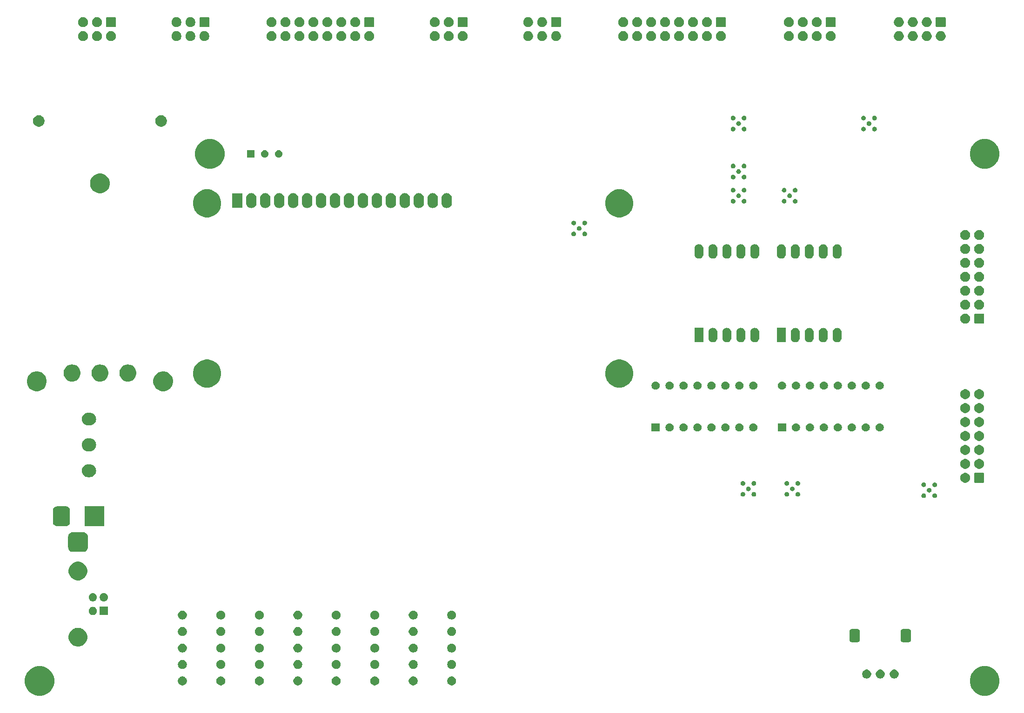
<source format=gbs>
G04 #@! TF.GenerationSoftware,KiCad,Pcbnew,(5.1.6)-1*
G04 #@! TF.CreationDate,2021-12-03T21:04:30+07:00*
G04 #@! TF.ProjectId,digitalSystemBoard,64696769-7461-46c5-9379-7374656d426f,rev?*
G04 #@! TF.SameCoordinates,Original*
G04 #@! TF.FileFunction,Soldermask,Bot*
G04 #@! TF.FilePolarity,Negative*
%FSLAX46Y46*%
G04 Gerber Fmt 4.6, Leading zero omitted, Abs format (unit mm)*
G04 Created by KiCad (PCBNEW (5.1.6)-1) date 2021-12-03 21:04:30*
%MOMM*%
%LPD*%
G01*
G04 APERTURE LIST*
%ADD10C,0.100000*%
G04 APERTURE END LIST*
D10*
G36*
X226787852Y-153402797D02*
G01*
X227279402Y-153606404D01*
X227279403Y-153606405D01*
X227721787Y-153901996D01*
X228098004Y-154278213D01*
X228248106Y-154502857D01*
X228393596Y-154720598D01*
X228597203Y-155212148D01*
X228701000Y-155733973D01*
X228701000Y-156266027D01*
X228597203Y-156787852D01*
X228393596Y-157279402D01*
X228393595Y-157279403D01*
X228098004Y-157721787D01*
X227721787Y-158098004D01*
X227426195Y-158295512D01*
X227279402Y-158393596D01*
X226787852Y-158597203D01*
X226266027Y-158701000D01*
X225733973Y-158701000D01*
X225212148Y-158597203D01*
X224720598Y-158393596D01*
X224573805Y-158295512D01*
X224278213Y-158098004D01*
X223901996Y-157721787D01*
X223606405Y-157279403D01*
X223606404Y-157279402D01*
X223402797Y-156787852D01*
X223299000Y-156266027D01*
X223299000Y-155733973D01*
X223402797Y-155212148D01*
X223606404Y-154720598D01*
X223751894Y-154502857D01*
X223901996Y-154278213D01*
X224278213Y-153901996D01*
X224720597Y-153606405D01*
X224720598Y-153606404D01*
X225212148Y-153402797D01*
X225733973Y-153299000D01*
X226266027Y-153299000D01*
X226787852Y-153402797D01*
G37*
G36*
X54787852Y-153402797D02*
G01*
X55279402Y-153606404D01*
X55279403Y-153606405D01*
X55721787Y-153901996D01*
X56098004Y-154278213D01*
X56248106Y-154502857D01*
X56393596Y-154720598D01*
X56597203Y-155212148D01*
X56701000Y-155733973D01*
X56701000Y-156266027D01*
X56597203Y-156787852D01*
X56393596Y-157279402D01*
X56393595Y-157279403D01*
X56098004Y-157721787D01*
X55721787Y-158098004D01*
X55426195Y-158295512D01*
X55279402Y-158393596D01*
X54787852Y-158597203D01*
X54266027Y-158701000D01*
X53733973Y-158701000D01*
X53212148Y-158597203D01*
X52720598Y-158393596D01*
X52573805Y-158295512D01*
X52278213Y-158098004D01*
X51901996Y-157721787D01*
X51606405Y-157279403D01*
X51606404Y-157279402D01*
X51402797Y-156787852D01*
X51299000Y-156266027D01*
X51299000Y-155733973D01*
X51402797Y-155212148D01*
X51606404Y-154720598D01*
X51751894Y-154502857D01*
X51901996Y-154278213D01*
X52278213Y-153901996D01*
X52720597Y-153606405D01*
X52720598Y-153606404D01*
X53212148Y-153402797D01*
X53733973Y-153299000D01*
X54266027Y-153299000D01*
X54787852Y-153402797D01*
G37*
G36*
X129237142Y-155218242D02*
G01*
X129385101Y-155279529D01*
X129518255Y-155368499D01*
X129631501Y-155481745D01*
X129720471Y-155614899D01*
X129781758Y-155762858D01*
X129813000Y-155919925D01*
X129813000Y-156080075D01*
X129781758Y-156237142D01*
X129720471Y-156385101D01*
X129631501Y-156518255D01*
X129518255Y-156631501D01*
X129385101Y-156720471D01*
X129237142Y-156781758D01*
X129080075Y-156813000D01*
X128919925Y-156813000D01*
X128762858Y-156781758D01*
X128614899Y-156720471D01*
X128481745Y-156631501D01*
X128368499Y-156518255D01*
X128279529Y-156385101D01*
X128218242Y-156237142D01*
X128187000Y-156080075D01*
X128187000Y-155919925D01*
X128218242Y-155762858D01*
X128279529Y-155614899D01*
X128368499Y-155481745D01*
X128481745Y-155368499D01*
X128614899Y-155279529D01*
X128762858Y-155218242D01*
X128919925Y-155187000D01*
X129080075Y-155187000D01*
X129237142Y-155218242D01*
G37*
G36*
X108237142Y-155218242D02*
G01*
X108385101Y-155279529D01*
X108518255Y-155368499D01*
X108631501Y-155481745D01*
X108720471Y-155614899D01*
X108781758Y-155762858D01*
X108813000Y-155919925D01*
X108813000Y-156080075D01*
X108781758Y-156237142D01*
X108720471Y-156385101D01*
X108631501Y-156518255D01*
X108518255Y-156631501D01*
X108385101Y-156720471D01*
X108237142Y-156781758D01*
X108080075Y-156813000D01*
X107919925Y-156813000D01*
X107762858Y-156781758D01*
X107614899Y-156720471D01*
X107481745Y-156631501D01*
X107368499Y-156518255D01*
X107279529Y-156385101D01*
X107218242Y-156237142D01*
X107187000Y-156080075D01*
X107187000Y-155919925D01*
X107218242Y-155762858D01*
X107279529Y-155614899D01*
X107368499Y-155481745D01*
X107481745Y-155368499D01*
X107614899Y-155279529D01*
X107762858Y-155218242D01*
X107919925Y-155187000D01*
X108080075Y-155187000D01*
X108237142Y-155218242D01*
G37*
G36*
X122237142Y-155218242D02*
G01*
X122385101Y-155279529D01*
X122518255Y-155368499D01*
X122631501Y-155481745D01*
X122720471Y-155614899D01*
X122781758Y-155762858D01*
X122813000Y-155919925D01*
X122813000Y-156080075D01*
X122781758Y-156237142D01*
X122720471Y-156385101D01*
X122631501Y-156518255D01*
X122518255Y-156631501D01*
X122385101Y-156720471D01*
X122237142Y-156781758D01*
X122080075Y-156813000D01*
X121919925Y-156813000D01*
X121762858Y-156781758D01*
X121614899Y-156720471D01*
X121481745Y-156631501D01*
X121368499Y-156518255D01*
X121279529Y-156385101D01*
X121218242Y-156237142D01*
X121187000Y-156080075D01*
X121187000Y-155919925D01*
X121218242Y-155762858D01*
X121279529Y-155614899D01*
X121368499Y-155481745D01*
X121481745Y-155368499D01*
X121614899Y-155279529D01*
X121762858Y-155218242D01*
X121919925Y-155187000D01*
X122080075Y-155187000D01*
X122237142Y-155218242D01*
G37*
G36*
X115237142Y-155218242D02*
G01*
X115385101Y-155279529D01*
X115518255Y-155368499D01*
X115631501Y-155481745D01*
X115720471Y-155614899D01*
X115781758Y-155762858D01*
X115813000Y-155919925D01*
X115813000Y-156080075D01*
X115781758Y-156237142D01*
X115720471Y-156385101D01*
X115631501Y-156518255D01*
X115518255Y-156631501D01*
X115385101Y-156720471D01*
X115237142Y-156781758D01*
X115080075Y-156813000D01*
X114919925Y-156813000D01*
X114762858Y-156781758D01*
X114614899Y-156720471D01*
X114481745Y-156631501D01*
X114368499Y-156518255D01*
X114279529Y-156385101D01*
X114218242Y-156237142D01*
X114187000Y-156080075D01*
X114187000Y-155919925D01*
X114218242Y-155762858D01*
X114279529Y-155614899D01*
X114368499Y-155481745D01*
X114481745Y-155368499D01*
X114614899Y-155279529D01*
X114762858Y-155218242D01*
X114919925Y-155187000D01*
X115080075Y-155187000D01*
X115237142Y-155218242D01*
G37*
G36*
X101237142Y-155218242D02*
G01*
X101385101Y-155279529D01*
X101518255Y-155368499D01*
X101631501Y-155481745D01*
X101720471Y-155614899D01*
X101781758Y-155762858D01*
X101813000Y-155919925D01*
X101813000Y-156080075D01*
X101781758Y-156237142D01*
X101720471Y-156385101D01*
X101631501Y-156518255D01*
X101518255Y-156631501D01*
X101385101Y-156720471D01*
X101237142Y-156781758D01*
X101080075Y-156813000D01*
X100919925Y-156813000D01*
X100762858Y-156781758D01*
X100614899Y-156720471D01*
X100481745Y-156631501D01*
X100368499Y-156518255D01*
X100279529Y-156385101D01*
X100218242Y-156237142D01*
X100187000Y-156080075D01*
X100187000Y-155919925D01*
X100218242Y-155762858D01*
X100279529Y-155614899D01*
X100368499Y-155481745D01*
X100481745Y-155368499D01*
X100614899Y-155279529D01*
X100762858Y-155218242D01*
X100919925Y-155187000D01*
X101080075Y-155187000D01*
X101237142Y-155218242D01*
G37*
G36*
X87237142Y-155218242D02*
G01*
X87385101Y-155279529D01*
X87518255Y-155368499D01*
X87631501Y-155481745D01*
X87720471Y-155614899D01*
X87781758Y-155762858D01*
X87813000Y-155919925D01*
X87813000Y-156080075D01*
X87781758Y-156237142D01*
X87720471Y-156385101D01*
X87631501Y-156518255D01*
X87518255Y-156631501D01*
X87385101Y-156720471D01*
X87237142Y-156781758D01*
X87080075Y-156813000D01*
X86919925Y-156813000D01*
X86762858Y-156781758D01*
X86614899Y-156720471D01*
X86481745Y-156631501D01*
X86368499Y-156518255D01*
X86279529Y-156385101D01*
X86218242Y-156237142D01*
X86187000Y-156080075D01*
X86187000Y-155919925D01*
X86218242Y-155762858D01*
X86279529Y-155614899D01*
X86368499Y-155481745D01*
X86481745Y-155368499D01*
X86614899Y-155279529D01*
X86762858Y-155218242D01*
X86919925Y-155187000D01*
X87080075Y-155187000D01*
X87237142Y-155218242D01*
G37*
G36*
X80237142Y-155218242D02*
G01*
X80385101Y-155279529D01*
X80518255Y-155368499D01*
X80631501Y-155481745D01*
X80720471Y-155614899D01*
X80781758Y-155762858D01*
X80813000Y-155919925D01*
X80813000Y-156080075D01*
X80781758Y-156237142D01*
X80720471Y-156385101D01*
X80631501Y-156518255D01*
X80518255Y-156631501D01*
X80385101Y-156720471D01*
X80237142Y-156781758D01*
X80080075Y-156813000D01*
X79919925Y-156813000D01*
X79762858Y-156781758D01*
X79614899Y-156720471D01*
X79481745Y-156631501D01*
X79368499Y-156518255D01*
X79279529Y-156385101D01*
X79218242Y-156237142D01*
X79187000Y-156080075D01*
X79187000Y-155919925D01*
X79218242Y-155762858D01*
X79279529Y-155614899D01*
X79368499Y-155481745D01*
X79481745Y-155368499D01*
X79614899Y-155279529D01*
X79762858Y-155218242D01*
X79919925Y-155187000D01*
X80080075Y-155187000D01*
X80237142Y-155218242D01*
G37*
G36*
X94237142Y-155218242D02*
G01*
X94385101Y-155279529D01*
X94518255Y-155368499D01*
X94631501Y-155481745D01*
X94720471Y-155614899D01*
X94781758Y-155762858D01*
X94813000Y-155919925D01*
X94813000Y-156080075D01*
X94781758Y-156237142D01*
X94720471Y-156385101D01*
X94631501Y-156518255D01*
X94518255Y-156631501D01*
X94385101Y-156720471D01*
X94237142Y-156781758D01*
X94080075Y-156813000D01*
X93919925Y-156813000D01*
X93762858Y-156781758D01*
X93614899Y-156720471D01*
X93481745Y-156631501D01*
X93368499Y-156518255D01*
X93279529Y-156385101D01*
X93218242Y-156237142D01*
X93187000Y-156080075D01*
X93187000Y-155919925D01*
X93218242Y-155762858D01*
X93279529Y-155614899D01*
X93368499Y-155481745D01*
X93481745Y-155368499D01*
X93614899Y-155279529D01*
X93762858Y-155218242D01*
X93919925Y-155187000D01*
X94080075Y-155187000D01*
X94237142Y-155218242D01*
G37*
G36*
X204777142Y-153958242D02*
G01*
X204925101Y-154019529D01*
X205058255Y-154108499D01*
X205171501Y-154221745D01*
X205260471Y-154354899D01*
X205321758Y-154502858D01*
X205353000Y-154659925D01*
X205353000Y-154820075D01*
X205321758Y-154977142D01*
X205260471Y-155125101D01*
X205171501Y-155258255D01*
X205058255Y-155371501D01*
X204925101Y-155460471D01*
X204777142Y-155521758D01*
X204620075Y-155553000D01*
X204459925Y-155553000D01*
X204302858Y-155521758D01*
X204154899Y-155460471D01*
X204021745Y-155371501D01*
X203908499Y-155258255D01*
X203819529Y-155125101D01*
X203758242Y-154977142D01*
X203727000Y-154820075D01*
X203727000Y-154659925D01*
X203758242Y-154502858D01*
X203819529Y-154354899D01*
X203908499Y-154221745D01*
X204021745Y-154108499D01*
X204154899Y-154019529D01*
X204302858Y-153958242D01*
X204459925Y-153927000D01*
X204620075Y-153927000D01*
X204777142Y-153958242D01*
G37*
G36*
X209777142Y-153958242D02*
G01*
X209925101Y-154019529D01*
X210058255Y-154108499D01*
X210171501Y-154221745D01*
X210260471Y-154354899D01*
X210321758Y-154502858D01*
X210353000Y-154659925D01*
X210353000Y-154820075D01*
X210321758Y-154977142D01*
X210260471Y-155125101D01*
X210171501Y-155258255D01*
X210058255Y-155371501D01*
X209925101Y-155460471D01*
X209777142Y-155521758D01*
X209620075Y-155553000D01*
X209459925Y-155553000D01*
X209302858Y-155521758D01*
X209154899Y-155460471D01*
X209021745Y-155371501D01*
X208908499Y-155258255D01*
X208819529Y-155125101D01*
X208758242Y-154977142D01*
X208727000Y-154820075D01*
X208727000Y-154659925D01*
X208758242Y-154502858D01*
X208819529Y-154354899D01*
X208908499Y-154221745D01*
X209021745Y-154108499D01*
X209154899Y-154019529D01*
X209302858Y-153958242D01*
X209459925Y-153927000D01*
X209620075Y-153927000D01*
X209777142Y-153958242D01*
G37*
G36*
X207237142Y-153958242D02*
G01*
X207385101Y-154019529D01*
X207518255Y-154108499D01*
X207631501Y-154221745D01*
X207720471Y-154354899D01*
X207781758Y-154502858D01*
X207813000Y-154659925D01*
X207813000Y-154820075D01*
X207781758Y-154977142D01*
X207720471Y-155125101D01*
X207631501Y-155258255D01*
X207518255Y-155371501D01*
X207385101Y-155460471D01*
X207237142Y-155521758D01*
X207080075Y-155553000D01*
X206919925Y-155553000D01*
X206762858Y-155521758D01*
X206614899Y-155460471D01*
X206481745Y-155371501D01*
X206368499Y-155258255D01*
X206279529Y-155125101D01*
X206218242Y-154977142D01*
X206187000Y-154820075D01*
X206187000Y-154659925D01*
X206218242Y-154502858D01*
X206279529Y-154354899D01*
X206368499Y-154221745D01*
X206481745Y-154108499D01*
X206614899Y-154019529D01*
X206762858Y-153958242D01*
X206919925Y-153927000D01*
X207080075Y-153927000D01*
X207237142Y-153958242D01*
G37*
G36*
X80237142Y-152218242D02*
G01*
X80385101Y-152279529D01*
X80518255Y-152368499D01*
X80631501Y-152481745D01*
X80720471Y-152614899D01*
X80781758Y-152762858D01*
X80813000Y-152919925D01*
X80813000Y-153080075D01*
X80781758Y-153237142D01*
X80720471Y-153385101D01*
X80631501Y-153518255D01*
X80518255Y-153631501D01*
X80385101Y-153720471D01*
X80237142Y-153781758D01*
X80080075Y-153813000D01*
X79919925Y-153813000D01*
X79762858Y-153781758D01*
X79614899Y-153720471D01*
X79481745Y-153631501D01*
X79368499Y-153518255D01*
X79279529Y-153385101D01*
X79218242Y-153237142D01*
X79187000Y-153080075D01*
X79187000Y-152919925D01*
X79218242Y-152762858D01*
X79279529Y-152614899D01*
X79368499Y-152481745D01*
X79481745Y-152368499D01*
X79614899Y-152279529D01*
X79762858Y-152218242D01*
X79919925Y-152187000D01*
X80080075Y-152187000D01*
X80237142Y-152218242D01*
G37*
G36*
X122237142Y-152218242D02*
G01*
X122385101Y-152279529D01*
X122518255Y-152368499D01*
X122631501Y-152481745D01*
X122720471Y-152614899D01*
X122781758Y-152762858D01*
X122813000Y-152919925D01*
X122813000Y-153080075D01*
X122781758Y-153237142D01*
X122720471Y-153385101D01*
X122631501Y-153518255D01*
X122518255Y-153631501D01*
X122385101Y-153720471D01*
X122237142Y-153781758D01*
X122080075Y-153813000D01*
X121919925Y-153813000D01*
X121762858Y-153781758D01*
X121614899Y-153720471D01*
X121481745Y-153631501D01*
X121368499Y-153518255D01*
X121279529Y-153385101D01*
X121218242Y-153237142D01*
X121187000Y-153080075D01*
X121187000Y-152919925D01*
X121218242Y-152762858D01*
X121279529Y-152614899D01*
X121368499Y-152481745D01*
X121481745Y-152368499D01*
X121614899Y-152279529D01*
X121762858Y-152218242D01*
X121919925Y-152187000D01*
X122080075Y-152187000D01*
X122237142Y-152218242D01*
G37*
G36*
X115237142Y-152218242D02*
G01*
X115385101Y-152279529D01*
X115518255Y-152368499D01*
X115631501Y-152481745D01*
X115720471Y-152614899D01*
X115781758Y-152762858D01*
X115813000Y-152919925D01*
X115813000Y-153080075D01*
X115781758Y-153237142D01*
X115720471Y-153385101D01*
X115631501Y-153518255D01*
X115518255Y-153631501D01*
X115385101Y-153720471D01*
X115237142Y-153781758D01*
X115080075Y-153813000D01*
X114919925Y-153813000D01*
X114762858Y-153781758D01*
X114614899Y-153720471D01*
X114481745Y-153631501D01*
X114368499Y-153518255D01*
X114279529Y-153385101D01*
X114218242Y-153237142D01*
X114187000Y-153080075D01*
X114187000Y-152919925D01*
X114218242Y-152762858D01*
X114279529Y-152614899D01*
X114368499Y-152481745D01*
X114481745Y-152368499D01*
X114614899Y-152279529D01*
X114762858Y-152218242D01*
X114919925Y-152187000D01*
X115080075Y-152187000D01*
X115237142Y-152218242D01*
G37*
G36*
X87237142Y-152218242D02*
G01*
X87385101Y-152279529D01*
X87518255Y-152368499D01*
X87631501Y-152481745D01*
X87720471Y-152614899D01*
X87781758Y-152762858D01*
X87813000Y-152919925D01*
X87813000Y-153080075D01*
X87781758Y-153237142D01*
X87720471Y-153385101D01*
X87631501Y-153518255D01*
X87518255Y-153631501D01*
X87385101Y-153720471D01*
X87237142Y-153781758D01*
X87080075Y-153813000D01*
X86919925Y-153813000D01*
X86762858Y-153781758D01*
X86614899Y-153720471D01*
X86481745Y-153631501D01*
X86368499Y-153518255D01*
X86279529Y-153385101D01*
X86218242Y-153237142D01*
X86187000Y-153080075D01*
X86187000Y-152919925D01*
X86218242Y-152762858D01*
X86279529Y-152614899D01*
X86368499Y-152481745D01*
X86481745Y-152368499D01*
X86614899Y-152279529D01*
X86762858Y-152218242D01*
X86919925Y-152187000D01*
X87080075Y-152187000D01*
X87237142Y-152218242D01*
G37*
G36*
X94237142Y-152218242D02*
G01*
X94385101Y-152279529D01*
X94518255Y-152368499D01*
X94631501Y-152481745D01*
X94720471Y-152614899D01*
X94781758Y-152762858D01*
X94813000Y-152919925D01*
X94813000Y-153080075D01*
X94781758Y-153237142D01*
X94720471Y-153385101D01*
X94631501Y-153518255D01*
X94518255Y-153631501D01*
X94385101Y-153720471D01*
X94237142Y-153781758D01*
X94080075Y-153813000D01*
X93919925Y-153813000D01*
X93762858Y-153781758D01*
X93614899Y-153720471D01*
X93481745Y-153631501D01*
X93368499Y-153518255D01*
X93279529Y-153385101D01*
X93218242Y-153237142D01*
X93187000Y-153080075D01*
X93187000Y-152919925D01*
X93218242Y-152762858D01*
X93279529Y-152614899D01*
X93368499Y-152481745D01*
X93481745Y-152368499D01*
X93614899Y-152279529D01*
X93762858Y-152218242D01*
X93919925Y-152187000D01*
X94080075Y-152187000D01*
X94237142Y-152218242D01*
G37*
G36*
X101237142Y-152218242D02*
G01*
X101385101Y-152279529D01*
X101518255Y-152368499D01*
X101631501Y-152481745D01*
X101720471Y-152614899D01*
X101781758Y-152762858D01*
X101813000Y-152919925D01*
X101813000Y-153080075D01*
X101781758Y-153237142D01*
X101720471Y-153385101D01*
X101631501Y-153518255D01*
X101518255Y-153631501D01*
X101385101Y-153720471D01*
X101237142Y-153781758D01*
X101080075Y-153813000D01*
X100919925Y-153813000D01*
X100762858Y-153781758D01*
X100614899Y-153720471D01*
X100481745Y-153631501D01*
X100368499Y-153518255D01*
X100279529Y-153385101D01*
X100218242Y-153237142D01*
X100187000Y-153080075D01*
X100187000Y-152919925D01*
X100218242Y-152762858D01*
X100279529Y-152614899D01*
X100368499Y-152481745D01*
X100481745Y-152368499D01*
X100614899Y-152279529D01*
X100762858Y-152218242D01*
X100919925Y-152187000D01*
X101080075Y-152187000D01*
X101237142Y-152218242D01*
G37*
G36*
X129237142Y-152218242D02*
G01*
X129385101Y-152279529D01*
X129518255Y-152368499D01*
X129631501Y-152481745D01*
X129720471Y-152614899D01*
X129781758Y-152762858D01*
X129813000Y-152919925D01*
X129813000Y-153080075D01*
X129781758Y-153237142D01*
X129720471Y-153385101D01*
X129631501Y-153518255D01*
X129518255Y-153631501D01*
X129385101Y-153720471D01*
X129237142Y-153781758D01*
X129080075Y-153813000D01*
X128919925Y-153813000D01*
X128762858Y-153781758D01*
X128614899Y-153720471D01*
X128481745Y-153631501D01*
X128368499Y-153518255D01*
X128279529Y-153385101D01*
X128218242Y-153237142D01*
X128187000Y-153080075D01*
X128187000Y-152919925D01*
X128218242Y-152762858D01*
X128279529Y-152614899D01*
X128368499Y-152481745D01*
X128481745Y-152368499D01*
X128614899Y-152279529D01*
X128762858Y-152218242D01*
X128919925Y-152187000D01*
X129080075Y-152187000D01*
X129237142Y-152218242D01*
G37*
G36*
X108237142Y-152218242D02*
G01*
X108385101Y-152279529D01*
X108518255Y-152368499D01*
X108631501Y-152481745D01*
X108720471Y-152614899D01*
X108781758Y-152762858D01*
X108813000Y-152919925D01*
X108813000Y-153080075D01*
X108781758Y-153237142D01*
X108720471Y-153385101D01*
X108631501Y-153518255D01*
X108518255Y-153631501D01*
X108385101Y-153720471D01*
X108237142Y-153781758D01*
X108080075Y-153813000D01*
X107919925Y-153813000D01*
X107762858Y-153781758D01*
X107614899Y-153720471D01*
X107481745Y-153631501D01*
X107368499Y-153518255D01*
X107279529Y-153385101D01*
X107218242Y-153237142D01*
X107187000Y-153080075D01*
X107187000Y-152919925D01*
X107218242Y-152762858D01*
X107279529Y-152614899D01*
X107368499Y-152481745D01*
X107481745Y-152368499D01*
X107614899Y-152279529D01*
X107762858Y-152218242D01*
X107919925Y-152187000D01*
X108080075Y-152187000D01*
X108237142Y-152218242D01*
G37*
G36*
X101237142Y-149218242D02*
G01*
X101385101Y-149279529D01*
X101518255Y-149368499D01*
X101631501Y-149481745D01*
X101720471Y-149614899D01*
X101781758Y-149762858D01*
X101813000Y-149919925D01*
X101813000Y-150080075D01*
X101781758Y-150237142D01*
X101720471Y-150385101D01*
X101631501Y-150518255D01*
X101518255Y-150631501D01*
X101385101Y-150720471D01*
X101237142Y-150781758D01*
X101080075Y-150813000D01*
X100919925Y-150813000D01*
X100762858Y-150781758D01*
X100614899Y-150720471D01*
X100481745Y-150631501D01*
X100368499Y-150518255D01*
X100279529Y-150385101D01*
X100218242Y-150237142D01*
X100187000Y-150080075D01*
X100187000Y-149919925D01*
X100218242Y-149762858D01*
X100279529Y-149614899D01*
X100368499Y-149481745D01*
X100481745Y-149368499D01*
X100614899Y-149279529D01*
X100762858Y-149218242D01*
X100919925Y-149187000D01*
X101080075Y-149187000D01*
X101237142Y-149218242D01*
G37*
G36*
X122237142Y-149218242D02*
G01*
X122385101Y-149279529D01*
X122518255Y-149368499D01*
X122631501Y-149481745D01*
X122720471Y-149614899D01*
X122781758Y-149762858D01*
X122813000Y-149919925D01*
X122813000Y-150080075D01*
X122781758Y-150237142D01*
X122720471Y-150385101D01*
X122631501Y-150518255D01*
X122518255Y-150631501D01*
X122385101Y-150720471D01*
X122237142Y-150781758D01*
X122080075Y-150813000D01*
X121919925Y-150813000D01*
X121762858Y-150781758D01*
X121614899Y-150720471D01*
X121481745Y-150631501D01*
X121368499Y-150518255D01*
X121279529Y-150385101D01*
X121218242Y-150237142D01*
X121187000Y-150080075D01*
X121187000Y-149919925D01*
X121218242Y-149762858D01*
X121279529Y-149614899D01*
X121368499Y-149481745D01*
X121481745Y-149368499D01*
X121614899Y-149279529D01*
X121762858Y-149218242D01*
X121919925Y-149187000D01*
X122080075Y-149187000D01*
X122237142Y-149218242D01*
G37*
G36*
X94237142Y-149218242D02*
G01*
X94385101Y-149279529D01*
X94518255Y-149368499D01*
X94631501Y-149481745D01*
X94720471Y-149614899D01*
X94781758Y-149762858D01*
X94813000Y-149919925D01*
X94813000Y-150080075D01*
X94781758Y-150237142D01*
X94720471Y-150385101D01*
X94631501Y-150518255D01*
X94518255Y-150631501D01*
X94385101Y-150720471D01*
X94237142Y-150781758D01*
X94080075Y-150813000D01*
X93919925Y-150813000D01*
X93762858Y-150781758D01*
X93614899Y-150720471D01*
X93481745Y-150631501D01*
X93368499Y-150518255D01*
X93279529Y-150385101D01*
X93218242Y-150237142D01*
X93187000Y-150080075D01*
X93187000Y-149919925D01*
X93218242Y-149762858D01*
X93279529Y-149614899D01*
X93368499Y-149481745D01*
X93481745Y-149368499D01*
X93614899Y-149279529D01*
X93762858Y-149218242D01*
X93919925Y-149187000D01*
X94080075Y-149187000D01*
X94237142Y-149218242D01*
G37*
G36*
X108237142Y-149218242D02*
G01*
X108385101Y-149279529D01*
X108518255Y-149368499D01*
X108631501Y-149481745D01*
X108720471Y-149614899D01*
X108781758Y-149762858D01*
X108813000Y-149919925D01*
X108813000Y-150080075D01*
X108781758Y-150237142D01*
X108720471Y-150385101D01*
X108631501Y-150518255D01*
X108518255Y-150631501D01*
X108385101Y-150720471D01*
X108237142Y-150781758D01*
X108080075Y-150813000D01*
X107919925Y-150813000D01*
X107762858Y-150781758D01*
X107614899Y-150720471D01*
X107481745Y-150631501D01*
X107368499Y-150518255D01*
X107279529Y-150385101D01*
X107218242Y-150237142D01*
X107187000Y-150080075D01*
X107187000Y-149919925D01*
X107218242Y-149762858D01*
X107279529Y-149614899D01*
X107368499Y-149481745D01*
X107481745Y-149368499D01*
X107614899Y-149279529D01*
X107762858Y-149218242D01*
X107919925Y-149187000D01*
X108080075Y-149187000D01*
X108237142Y-149218242D01*
G37*
G36*
X129237142Y-149218242D02*
G01*
X129385101Y-149279529D01*
X129518255Y-149368499D01*
X129631501Y-149481745D01*
X129720471Y-149614899D01*
X129781758Y-149762858D01*
X129813000Y-149919925D01*
X129813000Y-150080075D01*
X129781758Y-150237142D01*
X129720471Y-150385101D01*
X129631501Y-150518255D01*
X129518255Y-150631501D01*
X129385101Y-150720471D01*
X129237142Y-150781758D01*
X129080075Y-150813000D01*
X128919925Y-150813000D01*
X128762858Y-150781758D01*
X128614899Y-150720471D01*
X128481745Y-150631501D01*
X128368499Y-150518255D01*
X128279529Y-150385101D01*
X128218242Y-150237142D01*
X128187000Y-150080075D01*
X128187000Y-149919925D01*
X128218242Y-149762858D01*
X128279529Y-149614899D01*
X128368499Y-149481745D01*
X128481745Y-149368499D01*
X128614899Y-149279529D01*
X128762858Y-149218242D01*
X128919925Y-149187000D01*
X129080075Y-149187000D01*
X129237142Y-149218242D01*
G37*
G36*
X80237142Y-149218242D02*
G01*
X80385101Y-149279529D01*
X80518255Y-149368499D01*
X80631501Y-149481745D01*
X80720471Y-149614899D01*
X80781758Y-149762858D01*
X80813000Y-149919925D01*
X80813000Y-150080075D01*
X80781758Y-150237142D01*
X80720471Y-150385101D01*
X80631501Y-150518255D01*
X80518255Y-150631501D01*
X80385101Y-150720471D01*
X80237142Y-150781758D01*
X80080075Y-150813000D01*
X79919925Y-150813000D01*
X79762858Y-150781758D01*
X79614899Y-150720471D01*
X79481745Y-150631501D01*
X79368499Y-150518255D01*
X79279529Y-150385101D01*
X79218242Y-150237142D01*
X79187000Y-150080075D01*
X79187000Y-149919925D01*
X79218242Y-149762858D01*
X79279529Y-149614899D01*
X79368499Y-149481745D01*
X79481745Y-149368499D01*
X79614899Y-149279529D01*
X79762858Y-149218242D01*
X79919925Y-149187000D01*
X80080075Y-149187000D01*
X80237142Y-149218242D01*
G37*
G36*
X115237142Y-149218242D02*
G01*
X115385101Y-149279529D01*
X115518255Y-149368499D01*
X115631501Y-149481745D01*
X115720471Y-149614899D01*
X115781758Y-149762858D01*
X115813000Y-149919925D01*
X115813000Y-150080075D01*
X115781758Y-150237142D01*
X115720471Y-150385101D01*
X115631501Y-150518255D01*
X115518255Y-150631501D01*
X115385101Y-150720471D01*
X115237142Y-150781758D01*
X115080075Y-150813000D01*
X114919925Y-150813000D01*
X114762858Y-150781758D01*
X114614899Y-150720471D01*
X114481745Y-150631501D01*
X114368499Y-150518255D01*
X114279529Y-150385101D01*
X114218242Y-150237142D01*
X114187000Y-150080075D01*
X114187000Y-149919925D01*
X114218242Y-149762858D01*
X114279529Y-149614899D01*
X114368499Y-149481745D01*
X114481745Y-149368499D01*
X114614899Y-149279529D01*
X114762858Y-149218242D01*
X114919925Y-149187000D01*
X115080075Y-149187000D01*
X115237142Y-149218242D01*
G37*
G36*
X87237142Y-149218242D02*
G01*
X87385101Y-149279529D01*
X87518255Y-149368499D01*
X87631501Y-149481745D01*
X87720471Y-149614899D01*
X87781758Y-149762858D01*
X87813000Y-149919925D01*
X87813000Y-150080075D01*
X87781758Y-150237142D01*
X87720471Y-150385101D01*
X87631501Y-150518255D01*
X87518255Y-150631501D01*
X87385101Y-150720471D01*
X87237142Y-150781758D01*
X87080075Y-150813000D01*
X86919925Y-150813000D01*
X86762858Y-150781758D01*
X86614899Y-150720471D01*
X86481745Y-150631501D01*
X86368499Y-150518255D01*
X86279529Y-150385101D01*
X86218242Y-150237142D01*
X86187000Y-150080075D01*
X86187000Y-149919925D01*
X86218242Y-149762858D01*
X86279529Y-149614899D01*
X86368499Y-149481745D01*
X86481745Y-149368499D01*
X86614899Y-149279529D01*
X86762858Y-149218242D01*
X86919925Y-149187000D01*
X87080075Y-149187000D01*
X87237142Y-149218242D01*
G37*
G36*
X61498496Y-146376675D02*
G01*
X61752156Y-146481745D01*
X61809515Y-146505504D01*
X62089424Y-146692533D01*
X62327467Y-146930576D01*
X62514496Y-147210485D01*
X62514497Y-147210487D01*
X62643325Y-147521504D01*
X62709000Y-147851677D01*
X62709000Y-148188323D01*
X62643325Y-148518496D01*
X62518600Y-148819608D01*
X62514496Y-148829515D01*
X62327467Y-149109424D01*
X62089424Y-149347467D01*
X61809515Y-149534496D01*
X61809514Y-149534497D01*
X61809513Y-149534497D01*
X61498496Y-149663325D01*
X61168323Y-149729000D01*
X60831677Y-149729000D01*
X60501504Y-149663325D01*
X60190487Y-149534497D01*
X60190486Y-149534497D01*
X60190485Y-149534496D01*
X59910576Y-149347467D01*
X59672533Y-149109424D01*
X59485504Y-148829515D01*
X59481400Y-148819608D01*
X59356675Y-148518496D01*
X59291000Y-148188323D01*
X59291000Y-147851677D01*
X59356675Y-147521504D01*
X59485503Y-147210487D01*
X59485504Y-147210485D01*
X59672533Y-146930576D01*
X59910576Y-146692533D01*
X60190485Y-146505504D01*
X60247844Y-146481745D01*
X60501504Y-146376675D01*
X60831677Y-146311000D01*
X61168323Y-146311000D01*
X61498496Y-146376675D01*
G37*
G36*
X212268455Y-146547528D02*
G01*
X212345812Y-146570995D01*
X212417117Y-146609108D01*
X212479608Y-146660392D01*
X212530892Y-146722883D01*
X212569005Y-146794188D01*
X212592472Y-146871545D01*
X212601000Y-146958140D01*
X212601000Y-148521860D01*
X212592472Y-148608455D01*
X212569005Y-148685812D01*
X212530892Y-148757117D01*
X212479608Y-148819608D01*
X212417117Y-148870892D01*
X212345812Y-148909005D01*
X212268455Y-148932472D01*
X212181860Y-148941000D01*
X211118140Y-148941000D01*
X211031545Y-148932472D01*
X210954188Y-148909005D01*
X210882883Y-148870892D01*
X210820392Y-148819608D01*
X210769108Y-148757117D01*
X210730995Y-148685812D01*
X210707528Y-148608455D01*
X210699000Y-148521860D01*
X210699000Y-146958140D01*
X210707528Y-146871545D01*
X210730995Y-146794188D01*
X210769108Y-146722883D01*
X210820392Y-146660392D01*
X210882883Y-146609108D01*
X210954188Y-146570995D01*
X211031545Y-146547528D01*
X211118140Y-146539000D01*
X212181860Y-146539000D01*
X212268455Y-146547528D01*
G37*
G36*
X202968455Y-146547528D02*
G01*
X203045812Y-146570995D01*
X203117117Y-146609108D01*
X203179608Y-146660392D01*
X203230892Y-146722883D01*
X203269005Y-146794188D01*
X203292472Y-146871545D01*
X203301000Y-146958140D01*
X203301000Y-148521860D01*
X203292472Y-148608455D01*
X203269005Y-148685812D01*
X203230892Y-148757117D01*
X203179608Y-148819608D01*
X203117117Y-148870892D01*
X203045812Y-148909005D01*
X202968455Y-148932472D01*
X202881860Y-148941000D01*
X201818140Y-148941000D01*
X201731545Y-148932472D01*
X201654188Y-148909005D01*
X201582883Y-148870892D01*
X201520392Y-148819608D01*
X201469108Y-148757117D01*
X201430995Y-148685812D01*
X201407528Y-148608455D01*
X201399000Y-148521860D01*
X201399000Y-146958140D01*
X201407528Y-146871545D01*
X201430995Y-146794188D01*
X201469108Y-146722883D01*
X201520392Y-146660392D01*
X201582883Y-146609108D01*
X201654188Y-146570995D01*
X201731545Y-146547528D01*
X201818140Y-146539000D01*
X202881860Y-146539000D01*
X202968455Y-146547528D01*
G37*
G36*
X80237142Y-146218242D02*
G01*
X80385101Y-146279529D01*
X80518255Y-146368499D01*
X80631501Y-146481745D01*
X80720471Y-146614899D01*
X80781758Y-146762858D01*
X80813000Y-146919925D01*
X80813000Y-147080075D01*
X80781758Y-147237142D01*
X80720471Y-147385101D01*
X80631501Y-147518255D01*
X80518255Y-147631501D01*
X80385101Y-147720471D01*
X80237142Y-147781758D01*
X80080075Y-147813000D01*
X79919925Y-147813000D01*
X79762858Y-147781758D01*
X79614899Y-147720471D01*
X79481745Y-147631501D01*
X79368499Y-147518255D01*
X79279529Y-147385101D01*
X79218242Y-147237142D01*
X79187000Y-147080075D01*
X79187000Y-146919925D01*
X79218242Y-146762858D01*
X79279529Y-146614899D01*
X79368499Y-146481745D01*
X79481745Y-146368499D01*
X79614899Y-146279529D01*
X79762858Y-146218242D01*
X79919925Y-146187000D01*
X80080075Y-146187000D01*
X80237142Y-146218242D01*
G37*
G36*
X122237142Y-146218242D02*
G01*
X122385101Y-146279529D01*
X122518255Y-146368499D01*
X122631501Y-146481745D01*
X122720471Y-146614899D01*
X122781758Y-146762858D01*
X122813000Y-146919925D01*
X122813000Y-147080075D01*
X122781758Y-147237142D01*
X122720471Y-147385101D01*
X122631501Y-147518255D01*
X122518255Y-147631501D01*
X122385101Y-147720471D01*
X122237142Y-147781758D01*
X122080075Y-147813000D01*
X121919925Y-147813000D01*
X121762858Y-147781758D01*
X121614899Y-147720471D01*
X121481745Y-147631501D01*
X121368499Y-147518255D01*
X121279529Y-147385101D01*
X121218242Y-147237142D01*
X121187000Y-147080075D01*
X121187000Y-146919925D01*
X121218242Y-146762858D01*
X121279529Y-146614899D01*
X121368499Y-146481745D01*
X121481745Y-146368499D01*
X121614899Y-146279529D01*
X121762858Y-146218242D01*
X121919925Y-146187000D01*
X122080075Y-146187000D01*
X122237142Y-146218242D01*
G37*
G36*
X115237142Y-146218242D02*
G01*
X115385101Y-146279529D01*
X115518255Y-146368499D01*
X115631501Y-146481745D01*
X115720471Y-146614899D01*
X115781758Y-146762858D01*
X115813000Y-146919925D01*
X115813000Y-147080075D01*
X115781758Y-147237142D01*
X115720471Y-147385101D01*
X115631501Y-147518255D01*
X115518255Y-147631501D01*
X115385101Y-147720471D01*
X115237142Y-147781758D01*
X115080075Y-147813000D01*
X114919925Y-147813000D01*
X114762858Y-147781758D01*
X114614899Y-147720471D01*
X114481745Y-147631501D01*
X114368499Y-147518255D01*
X114279529Y-147385101D01*
X114218242Y-147237142D01*
X114187000Y-147080075D01*
X114187000Y-146919925D01*
X114218242Y-146762858D01*
X114279529Y-146614899D01*
X114368499Y-146481745D01*
X114481745Y-146368499D01*
X114614899Y-146279529D01*
X114762858Y-146218242D01*
X114919925Y-146187000D01*
X115080075Y-146187000D01*
X115237142Y-146218242D01*
G37*
G36*
X108237142Y-146218242D02*
G01*
X108385101Y-146279529D01*
X108518255Y-146368499D01*
X108631501Y-146481745D01*
X108720471Y-146614899D01*
X108781758Y-146762858D01*
X108813000Y-146919925D01*
X108813000Y-147080075D01*
X108781758Y-147237142D01*
X108720471Y-147385101D01*
X108631501Y-147518255D01*
X108518255Y-147631501D01*
X108385101Y-147720471D01*
X108237142Y-147781758D01*
X108080075Y-147813000D01*
X107919925Y-147813000D01*
X107762858Y-147781758D01*
X107614899Y-147720471D01*
X107481745Y-147631501D01*
X107368499Y-147518255D01*
X107279529Y-147385101D01*
X107218242Y-147237142D01*
X107187000Y-147080075D01*
X107187000Y-146919925D01*
X107218242Y-146762858D01*
X107279529Y-146614899D01*
X107368499Y-146481745D01*
X107481745Y-146368499D01*
X107614899Y-146279529D01*
X107762858Y-146218242D01*
X107919925Y-146187000D01*
X108080075Y-146187000D01*
X108237142Y-146218242D01*
G37*
G36*
X94237142Y-146218242D02*
G01*
X94385101Y-146279529D01*
X94518255Y-146368499D01*
X94631501Y-146481745D01*
X94720471Y-146614899D01*
X94781758Y-146762858D01*
X94813000Y-146919925D01*
X94813000Y-147080075D01*
X94781758Y-147237142D01*
X94720471Y-147385101D01*
X94631501Y-147518255D01*
X94518255Y-147631501D01*
X94385101Y-147720471D01*
X94237142Y-147781758D01*
X94080075Y-147813000D01*
X93919925Y-147813000D01*
X93762858Y-147781758D01*
X93614899Y-147720471D01*
X93481745Y-147631501D01*
X93368499Y-147518255D01*
X93279529Y-147385101D01*
X93218242Y-147237142D01*
X93187000Y-147080075D01*
X93187000Y-146919925D01*
X93218242Y-146762858D01*
X93279529Y-146614899D01*
X93368499Y-146481745D01*
X93481745Y-146368499D01*
X93614899Y-146279529D01*
X93762858Y-146218242D01*
X93919925Y-146187000D01*
X94080075Y-146187000D01*
X94237142Y-146218242D01*
G37*
G36*
X87237142Y-146218242D02*
G01*
X87385101Y-146279529D01*
X87518255Y-146368499D01*
X87631501Y-146481745D01*
X87720471Y-146614899D01*
X87781758Y-146762858D01*
X87813000Y-146919925D01*
X87813000Y-147080075D01*
X87781758Y-147237142D01*
X87720471Y-147385101D01*
X87631501Y-147518255D01*
X87518255Y-147631501D01*
X87385101Y-147720471D01*
X87237142Y-147781758D01*
X87080075Y-147813000D01*
X86919925Y-147813000D01*
X86762858Y-147781758D01*
X86614899Y-147720471D01*
X86481745Y-147631501D01*
X86368499Y-147518255D01*
X86279529Y-147385101D01*
X86218242Y-147237142D01*
X86187000Y-147080075D01*
X86187000Y-146919925D01*
X86218242Y-146762858D01*
X86279529Y-146614899D01*
X86368499Y-146481745D01*
X86481745Y-146368499D01*
X86614899Y-146279529D01*
X86762858Y-146218242D01*
X86919925Y-146187000D01*
X87080075Y-146187000D01*
X87237142Y-146218242D01*
G37*
G36*
X129237142Y-146218242D02*
G01*
X129385101Y-146279529D01*
X129518255Y-146368499D01*
X129631501Y-146481745D01*
X129720471Y-146614899D01*
X129781758Y-146762858D01*
X129813000Y-146919925D01*
X129813000Y-147080075D01*
X129781758Y-147237142D01*
X129720471Y-147385101D01*
X129631501Y-147518255D01*
X129518255Y-147631501D01*
X129385101Y-147720471D01*
X129237142Y-147781758D01*
X129080075Y-147813000D01*
X128919925Y-147813000D01*
X128762858Y-147781758D01*
X128614899Y-147720471D01*
X128481745Y-147631501D01*
X128368499Y-147518255D01*
X128279529Y-147385101D01*
X128218242Y-147237142D01*
X128187000Y-147080075D01*
X128187000Y-146919925D01*
X128218242Y-146762858D01*
X128279529Y-146614899D01*
X128368499Y-146481745D01*
X128481745Y-146368499D01*
X128614899Y-146279529D01*
X128762858Y-146218242D01*
X128919925Y-146187000D01*
X129080075Y-146187000D01*
X129237142Y-146218242D01*
G37*
G36*
X101237142Y-146218242D02*
G01*
X101385101Y-146279529D01*
X101518255Y-146368499D01*
X101631501Y-146481745D01*
X101720471Y-146614899D01*
X101781758Y-146762858D01*
X101813000Y-146919925D01*
X101813000Y-147080075D01*
X101781758Y-147237142D01*
X101720471Y-147385101D01*
X101631501Y-147518255D01*
X101518255Y-147631501D01*
X101385101Y-147720471D01*
X101237142Y-147781758D01*
X101080075Y-147813000D01*
X100919925Y-147813000D01*
X100762858Y-147781758D01*
X100614899Y-147720471D01*
X100481745Y-147631501D01*
X100368499Y-147518255D01*
X100279529Y-147385101D01*
X100218242Y-147237142D01*
X100187000Y-147080075D01*
X100187000Y-146919925D01*
X100218242Y-146762858D01*
X100279529Y-146614899D01*
X100368499Y-146481745D01*
X100481745Y-146368499D01*
X100614899Y-146279529D01*
X100762858Y-146218242D01*
X100919925Y-146187000D01*
X101080075Y-146187000D01*
X101237142Y-146218242D01*
G37*
G36*
X87237142Y-143218242D02*
G01*
X87385101Y-143279529D01*
X87518255Y-143368499D01*
X87631501Y-143481745D01*
X87720471Y-143614899D01*
X87781758Y-143762858D01*
X87813000Y-143919925D01*
X87813000Y-144080075D01*
X87781758Y-144237142D01*
X87720471Y-144385101D01*
X87631501Y-144518255D01*
X87518255Y-144631501D01*
X87385101Y-144720471D01*
X87237142Y-144781758D01*
X87080075Y-144813000D01*
X86919925Y-144813000D01*
X86762858Y-144781758D01*
X86614899Y-144720471D01*
X86481745Y-144631501D01*
X86368499Y-144518255D01*
X86279529Y-144385101D01*
X86218242Y-144237142D01*
X86187000Y-144080075D01*
X86187000Y-143919925D01*
X86218242Y-143762858D01*
X86279529Y-143614899D01*
X86368499Y-143481745D01*
X86481745Y-143368499D01*
X86614899Y-143279529D01*
X86762858Y-143218242D01*
X86919925Y-143187000D01*
X87080075Y-143187000D01*
X87237142Y-143218242D01*
G37*
G36*
X122237142Y-143218242D02*
G01*
X122385101Y-143279529D01*
X122518255Y-143368499D01*
X122631501Y-143481745D01*
X122720471Y-143614899D01*
X122781758Y-143762858D01*
X122813000Y-143919925D01*
X122813000Y-144080075D01*
X122781758Y-144237142D01*
X122720471Y-144385101D01*
X122631501Y-144518255D01*
X122518255Y-144631501D01*
X122385101Y-144720471D01*
X122237142Y-144781758D01*
X122080075Y-144813000D01*
X121919925Y-144813000D01*
X121762858Y-144781758D01*
X121614899Y-144720471D01*
X121481745Y-144631501D01*
X121368499Y-144518255D01*
X121279529Y-144385101D01*
X121218242Y-144237142D01*
X121187000Y-144080075D01*
X121187000Y-143919925D01*
X121218242Y-143762858D01*
X121279529Y-143614899D01*
X121368499Y-143481745D01*
X121481745Y-143368499D01*
X121614899Y-143279529D01*
X121762858Y-143218242D01*
X121919925Y-143187000D01*
X122080075Y-143187000D01*
X122237142Y-143218242D01*
G37*
G36*
X115237142Y-143218242D02*
G01*
X115385101Y-143279529D01*
X115518255Y-143368499D01*
X115631501Y-143481745D01*
X115720471Y-143614899D01*
X115781758Y-143762858D01*
X115813000Y-143919925D01*
X115813000Y-144080075D01*
X115781758Y-144237142D01*
X115720471Y-144385101D01*
X115631501Y-144518255D01*
X115518255Y-144631501D01*
X115385101Y-144720471D01*
X115237142Y-144781758D01*
X115080075Y-144813000D01*
X114919925Y-144813000D01*
X114762858Y-144781758D01*
X114614899Y-144720471D01*
X114481745Y-144631501D01*
X114368499Y-144518255D01*
X114279529Y-144385101D01*
X114218242Y-144237142D01*
X114187000Y-144080075D01*
X114187000Y-143919925D01*
X114218242Y-143762858D01*
X114279529Y-143614899D01*
X114368499Y-143481745D01*
X114481745Y-143368499D01*
X114614899Y-143279529D01*
X114762858Y-143218242D01*
X114919925Y-143187000D01*
X115080075Y-143187000D01*
X115237142Y-143218242D01*
G37*
G36*
X108237142Y-143218242D02*
G01*
X108385101Y-143279529D01*
X108518255Y-143368499D01*
X108631501Y-143481745D01*
X108720471Y-143614899D01*
X108781758Y-143762858D01*
X108813000Y-143919925D01*
X108813000Y-144080075D01*
X108781758Y-144237142D01*
X108720471Y-144385101D01*
X108631501Y-144518255D01*
X108518255Y-144631501D01*
X108385101Y-144720471D01*
X108237142Y-144781758D01*
X108080075Y-144813000D01*
X107919925Y-144813000D01*
X107762858Y-144781758D01*
X107614899Y-144720471D01*
X107481745Y-144631501D01*
X107368499Y-144518255D01*
X107279529Y-144385101D01*
X107218242Y-144237142D01*
X107187000Y-144080075D01*
X107187000Y-143919925D01*
X107218242Y-143762858D01*
X107279529Y-143614899D01*
X107368499Y-143481745D01*
X107481745Y-143368499D01*
X107614899Y-143279529D01*
X107762858Y-143218242D01*
X107919925Y-143187000D01*
X108080075Y-143187000D01*
X108237142Y-143218242D01*
G37*
G36*
X101237142Y-143218242D02*
G01*
X101385101Y-143279529D01*
X101518255Y-143368499D01*
X101631501Y-143481745D01*
X101720471Y-143614899D01*
X101781758Y-143762858D01*
X101813000Y-143919925D01*
X101813000Y-144080075D01*
X101781758Y-144237142D01*
X101720471Y-144385101D01*
X101631501Y-144518255D01*
X101518255Y-144631501D01*
X101385101Y-144720471D01*
X101237142Y-144781758D01*
X101080075Y-144813000D01*
X100919925Y-144813000D01*
X100762858Y-144781758D01*
X100614899Y-144720471D01*
X100481745Y-144631501D01*
X100368499Y-144518255D01*
X100279529Y-144385101D01*
X100218242Y-144237142D01*
X100187000Y-144080075D01*
X100187000Y-143919925D01*
X100218242Y-143762858D01*
X100279529Y-143614899D01*
X100368499Y-143481745D01*
X100481745Y-143368499D01*
X100614899Y-143279529D01*
X100762858Y-143218242D01*
X100919925Y-143187000D01*
X101080075Y-143187000D01*
X101237142Y-143218242D01*
G37*
G36*
X80237142Y-143218242D02*
G01*
X80385101Y-143279529D01*
X80518255Y-143368499D01*
X80631501Y-143481745D01*
X80720471Y-143614899D01*
X80781758Y-143762858D01*
X80813000Y-143919925D01*
X80813000Y-144080075D01*
X80781758Y-144237142D01*
X80720471Y-144385101D01*
X80631501Y-144518255D01*
X80518255Y-144631501D01*
X80385101Y-144720471D01*
X80237142Y-144781758D01*
X80080075Y-144813000D01*
X79919925Y-144813000D01*
X79762858Y-144781758D01*
X79614899Y-144720471D01*
X79481745Y-144631501D01*
X79368499Y-144518255D01*
X79279529Y-144385101D01*
X79218242Y-144237142D01*
X79187000Y-144080075D01*
X79187000Y-143919925D01*
X79218242Y-143762858D01*
X79279529Y-143614899D01*
X79368499Y-143481745D01*
X79481745Y-143368499D01*
X79614899Y-143279529D01*
X79762858Y-143218242D01*
X79919925Y-143187000D01*
X80080075Y-143187000D01*
X80237142Y-143218242D01*
G37*
G36*
X94237142Y-143218242D02*
G01*
X94385101Y-143279529D01*
X94518255Y-143368499D01*
X94631501Y-143481745D01*
X94720471Y-143614899D01*
X94781758Y-143762858D01*
X94813000Y-143919925D01*
X94813000Y-144080075D01*
X94781758Y-144237142D01*
X94720471Y-144385101D01*
X94631501Y-144518255D01*
X94518255Y-144631501D01*
X94385101Y-144720471D01*
X94237142Y-144781758D01*
X94080075Y-144813000D01*
X93919925Y-144813000D01*
X93762858Y-144781758D01*
X93614899Y-144720471D01*
X93481745Y-144631501D01*
X93368499Y-144518255D01*
X93279529Y-144385101D01*
X93218242Y-144237142D01*
X93187000Y-144080075D01*
X93187000Y-143919925D01*
X93218242Y-143762858D01*
X93279529Y-143614899D01*
X93368499Y-143481745D01*
X93481745Y-143368499D01*
X93614899Y-143279529D01*
X93762858Y-143218242D01*
X93919925Y-143187000D01*
X94080075Y-143187000D01*
X94237142Y-143218242D01*
G37*
G36*
X129237142Y-143218242D02*
G01*
X129385101Y-143279529D01*
X129518255Y-143368499D01*
X129631501Y-143481745D01*
X129720471Y-143614899D01*
X129781758Y-143762858D01*
X129813000Y-143919925D01*
X129813000Y-144080075D01*
X129781758Y-144237142D01*
X129720471Y-144385101D01*
X129631501Y-144518255D01*
X129518255Y-144631501D01*
X129385101Y-144720471D01*
X129237142Y-144781758D01*
X129080075Y-144813000D01*
X128919925Y-144813000D01*
X128762858Y-144781758D01*
X128614899Y-144720471D01*
X128481745Y-144631501D01*
X128368499Y-144518255D01*
X128279529Y-144385101D01*
X128218242Y-144237142D01*
X128187000Y-144080075D01*
X128187000Y-143919925D01*
X128218242Y-143762858D01*
X128279529Y-143614899D01*
X128368499Y-143481745D01*
X128481745Y-143368499D01*
X128614899Y-143279529D01*
X128762858Y-143218242D01*
X128919925Y-143187000D01*
X129080075Y-143187000D01*
X129237142Y-143218242D01*
G37*
G36*
X66455000Y-144005000D02*
G01*
X64945000Y-144005000D01*
X64945000Y-142495000D01*
X66455000Y-142495000D01*
X66455000Y-144005000D01*
G37*
G36*
X63847293Y-142509507D02*
G01*
X63920225Y-142524014D01*
X63977138Y-142547588D01*
X64057626Y-142580927D01*
X64181284Y-142663553D01*
X64286447Y-142768716D01*
X64369073Y-142892374D01*
X64425986Y-143029776D01*
X64455000Y-143175638D01*
X64455000Y-143324362D01*
X64425986Y-143470224D01*
X64369073Y-143607626D01*
X64286447Y-143731284D01*
X64181284Y-143836447D01*
X64057626Y-143919073D01*
X63977138Y-143952412D01*
X63920225Y-143975986D01*
X63847293Y-143990493D01*
X63774362Y-144005000D01*
X63625638Y-144005000D01*
X63552707Y-143990493D01*
X63479775Y-143975986D01*
X63422862Y-143952412D01*
X63342374Y-143919073D01*
X63218716Y-143836447D01*
X63113553Y-143731284D01*
X63030927Y-143607626D01*
X62974014Y-143470224D01*
X62945000Y-143324362D01*
X62945000Y-143175638D01*
X62974014Y-143029776D01*
X63030927Y-142892374D01*
X63113553Y-142768716D01*
X63218716Y-142663553D01*
X63342374Y-142580927D01*
X63422862Y-142547588D01*
X63479775Y-142524014D01*
X63552707Y-142509507D01*
X63625638Y-142495000D01*
X63774362Y-142495000D01*
X63847293Y-142509507D01*
G37*
G36*
X65847293Y-140009507D02*
G01*
X65920225Y-140024014D01*
X65977138Y-140047588D01*
X66057626Y-140080927D01*
X66181284Y-140163553D01*
X66286447Y-140268716D01*
X66369073Y-140392374D01*
X66425986Y-140529776D01*
X66455000Y-140675638D01*
X66455000Y-140824362D01*
X66425986Y-140970224D01*
X66369073Y-141107626D01*
X66286447Y-141231284D01*
X66181284Y-141336447D01*
X66057626Y-141419073D01*
X65977138Y-141452412D01*
X65920225Y-141475986D01*
X65847293Y-141490493D01*
X65774362Y-141505000D01*
X65625638Y-141505000D01*
X65552707Y-141490493D01*
X65479775Y-141475986D01*
X65422862Y-141452412D01*
X65342374Y-141419073D01*
X65218716Y-141336447D01*
X65113553Y-141231284D01*
X65030927Y-141107626D01*
X64974014Y-140970224D01*
X64945000Y-140824362D01*
X64945000Y-140675638D01*
X64974014Y-140529776D01*
X65030927Y-140392374D01*
X65113553Y-140268716D01*
X65218716Y-140163553D01*
X65342374Y-140080927D01*
X65422862Y-140047588D01*
X65479775Y-140024014D01*
X65552707Y-140009507D01*
X65625638Y-139995000D01*
X65774362Y-139995000D01*
X65847293Y-140009507D01*
G37*
G36*
X63847293Y-140009507D02*
G01*
X63920225Y-140024014D01*
X63977138Y-140047588D01*
X64057626Y-140080927D01*
X64181284Y-140163553D01*
X64286447Y-140268716D01*
X64369073Y-140392374D01*
X64425986Y-140529776D01*
X64455000Y-140675638D01*
X64455000Y-140824362D01*
X64425986Y-140970224D01*
X64369073Y-141107626D01*
X64286447Y-141231284D01*
X64181284Y-141336447D01*
X64057626Y-141419073D01*
X63977138Y-141452412D01*
X63920225Y-141475986D01*
X63847293Y-141490493D01*
X63774362Y-141505000D01*
X63625638Y-141505000D01*
X63552707Y-141490493D01*
X63479775Y-141475986D01*
X63422862Y-141452412D01*
X63342374Y-141419073D01*
X63218716Y-141336447D01*
X63113553Y-141231284D01*
X63030927Y-141107626D01*
X62974014Y-140970224D01*
X62945000Y-140824362D01*
X62945000Y-140675638D01*
X62974014Y-140529776D01*
X63030927Y-140392374D01*
X63113553Y-140268716D01*
X63218716Y-140163553D01*
X63342374Y-140080927D01*
X63422862Y-140047588D01*
X63479775Y-140024014D01*
X63552707Y-140009507D01*
X63625638Y-139995000D01*
X63774362Y-139995000D01*
X63847293Y-140009507D01*
G37*
G36*
X61498496Y-134336675D02*
G01*
X61809513Y-134465503D01*
X61809515Y-134465504D01*
X62089424Y-134652533D01*
X62327467Y-134890576D01*
X62514496Y-135170485D01*
X62514497Y-135170487D01*
X62643325Y-135481504D01*
X62709000Y-135811677D01*
X62709000Y-136148323D01*
X62643325Y-136478496D01*
X62514497Y-136789513D01*
X62514496Y-136789515D01*
X62327467Y-137069424D01*
X62089424Y-137307467D01*
X61809515Y-137494496D01*
X61809514Y-137494497D01*
X61809513Y-137494497D01*
X61498496Y-137623325D01*
X61168323Y-137689000D01*
X60831677Y-137689000D01*
X60501504Y-137623325D01*
X60190487Y-137494497D01*
X60190486Y-137494497D01*
X60190485Y-137494496D01*
X59910576Y-137307467D01*
X59672533Y-137069424D01*
X59485504Y-136789515D01*
X59485503Y-136789513D01*
X59356675Y-136478496D01*
X59291000Y-136148323D01*
X59291000Y-135811677D01*
X59356675Y-135481504D01*
X59485503Y-135170487D01*
X59485504Y-135170485D01*
X59672533Y-134890576D01*
X59910576Y-134652533D01*
X60190485Y-134465504D01*
X60190487Y-134465503D01*
X60501504Y-134336675D01*
X60831677Y-134271000D01*
X61168323Y-134271000D01*
X61498496Y-134336675D01*
G37*
G36*
X62126366Y-128915695D02*
G01*
X62283460Y-128963349D01*
X62428231Y-129040731D01*
X62555128Y-129144872D01*
X62659269Y-129271769D01*
X62736651Y-129416540D01*
X62784305Y-129573634D01*
X62801000Y-129743140D01*
X62801000Y-131656860D01*
X62784305Y-131826366D01*
X62736651Y-131983460D01*
X62659269Y-132128231D01*
X62555128Y-132255128D01*
X62428231Y-132359269D01*
X62283460Y-132436651D01*
X62126366Y-132484305D01*
X61956860Y-132501000D01*
X60043140Y-132501000D01*
X59873634Y-132484305D01*
X59716540Y-132436651D01*
X59571769Y-132359269D01*
X59444872Y-132255128D01*
X59340731Y-132128231D01*
X59263349Y-131983460D01*
X59215695Y-131826366D01*
X59199000Y-131656860D01*
X59199000Y-129743140D01*
X59215695Y-129573634D01*
X59263349Y-129416540D01*
X59340731Y-129271769D01*
X59444872Y-129144872D01*
X59571769Y-129040731D01*
X59716540Y-128963349D01*
X59873634Y-128915695D01*
X60043140Y-128899000D01*
X61956860Y-128899000D01*
X62126366Y-128915695D01*
G37*
G36*
X65801000Y-127801000D02*
G01*
X62199000Y-127801000D01*
X62199000Y-124199000D01*
X65801000Y-124199000D01*
X65801000Y-127801000D01*
G37*
G36*
X58976979Y-124213293D02*
G01*
X59110625Y-124253834D01*
X59233784Y-124319664D01*
X59341740Y-124408260D01*
X59430336Y-124516216D01*
X59496166Y-124639375D01*
X59536707Y-124773021D01*
X59551000Y-124918140D01*
X59551000Y-127081860D01*
X59536707Y-127226979D01*
X59496166Y-127360625D01*
X59430336Y-127483784D01*
X59341740Y-127591740D01*
X59233784Y-127680336D01*
X59110625Y-127746166D01*
X58976979Y-127786707D01*
X58831860Y-127801000D01*
X57168140Y-127801000D01*
X57023021Y-127786707D01*
X56889375Y-127746166D01*
X56766216Y-127680336D01*
X56658260Y-127591740D01*
X56569664Y-127483784D01*
X56503834Y-127360625D01*
X56463293Y-127226979D01*
X56449000Y-127081860D01*
X56449000Y-124918140D01*
X56463293Y-124773021D01*
X56503834Y-124639375D01*
X56569664Y-124516216D01*
X56658260Y-124408260D01*
X56766216Y-124319664D01*
X56889375Y-124253834D01*
X57023021Y-124213293D01*
X57168140Y-124199000D01*
X58831860Y-124199000D01*
X58976979Y-124213293D01*
G37*
G36*
X217034260Y-121840371D02*
G01*
X217068071Y-121854376D01*
X217111784Y-121872482D01*
X217111787Y-121872484D01*
X217181559Y-121919104D01*
X217240896Y-121978441D01*
X217240897Y-121978443D01*
X217287518Y-122048216D01*
X217305624Y-122091929D01*
X217319629Y-122125740D01*
X217336000Y-122208043D01*
X217336000Y-122291957D01*
X217319629Y-122374260D01*
X217318280Y-122377516D01*
X217287518Y-122451784D01*
X217287516Y-122451787D01*
X217240896Y-122521559D01*
X217181559Y-122580896D01*
X217111787Y-122627516D01*
X217111784Y-122627518D01*
X217068071Y-122645624D01*
X217034260Y-122659629D01*
X216951957Y-122676000D01*
X216868043Y-122676000D01*
X216785740Y-122659629D01*
X216751929Y-122645624D01*
X216708216Y-122627518D01*
X216708213Y-122627516D01*
X216638441Y-122580896D01*
X216579104Y-122521559D01*
X216532484Y-122451787D01*
X216532482Y-122451784D01*
X216501720Y-122377516D01*
X216500371Y-122374260D01*
X216484000Y-122291957D01*
X216484000Y-122208043D01*
X216500371Y-122125740D01*
X216514376Y-122091929D01*
X216532482Y-122048216D01*
X216579103Y-121978443D01*
X216579104Y-121978441D01*
X216638441Y-121919104D01*
X216708213Y-121872484D01*
X216708216Y-121872482D01*
X216751929Y-121854376D01*
X216785740Y-121840371D01*
X216868043Y-121824000D01*
X216951957Y-121824000D01*
X217034260Y-121840371D01*
G37*
G36*
X215034260Y-121840371D02*
G01*
X215068071Y-121854376D01*
X215111784Y-121872482D01*
X215111787Y-121872484D01*
X215181559Y-121919104D01*
X215240896Y-121978441D01*
X215240897Y-121978443D01*
X215287518Y-122048216D01*
X215305624Y-122091929D01*
X215319629Y-122125740D01*
X215336000Y-122208043D01*
X215336000Y-122291957D01*
X215319629Y-122374260D01*
X215318280Y-122377516D01*
X215287518Y-122451784D01*
X215287516Y-122451787D01*
X215240896Y-122521559D01*
X215181559Y-122580896D01*
X215111787Y-122627516D01*
X215111784Y-122627518D01*
X215068071Y-122645624D01*
X215034260Y-122659629D01*
X214951957Y-122676000D01*
X214868043Y-122676000D01*
X214785740Y-122659629D01*
X214751929Y-122645624D01*
X214708216Y-122627518D01*
X214708213Y-122627516D01*
X214638441Y-122580896D01*
X214579104Y-122521559D01*
X214532484Y-122451787D01*
X214532482Y-122451784D01*
X214501720Y-122377516D01*
X214500371Y-122374260D01*
X214484000Y-122291957D01*
X214484000Y-122208043D01*
X214500371Y-122125740D01*
X214514376Y-122091929D01*
X214532482Y-122048216D01*
X214579103Y-121978443D01*
X214579104Y-121978441D01*
X214638441Y-121919104D01*
X214708213Y-121872484D01*
X214708216Y-121872482D01*
X214751929Y-121854376D01*
X214785740Y-121840371D01*
X214868043Y-121824000D01*
X214951957Y-121824000D01*
X215034260Y-121840371D01*
G37*
G36*
X192124260Y-121590371D02*
G01*
X192158071Y-121604376D01*
X192201784Y-121622482D01*
X192201787Y-121622484D01*
X192271559Y-121669104D01*
X192330896Y-121728441D01*
X192330897Y-121728443D01*
X192377518Y-121798216D01*
X192394979Y-121840371D01*
X192409629Y-121875740D01*
X192426000Y-121958043D01*
X192426000Y-122041957D01*
X192409629Y-122124260D01*
X192395624Y-122158071D01*
X192377518Y-122201784D01*
X192377516Y-122201787D01*
X192330896Y-122271559D01*
X192271559Y-122330896D01*
X192206660Y-122374260D01*
X192201784Y-122377518D01*
X192158071Y-122395624D01*
X192124260Y-122409629D01*
X192041957Y-122426000D01*
X191958043Y-122426000D01*
X191875740Y-122409629D01*
X191841929Y-122395624D01*
X191798216Y-122377518D01*
X191793340Y-122374260D01*
X191728441Y-122330896D01*
X191669104Y-122271559D01*
X191622484Y-122201787D01*
X191622482Y-122201784D01*
X191604376Y-122158071D01*
X191590371Y-122124260D01*
X191574000Y-122041957D01*
X191574000Y-121958043D01*
X191590371Y-121875740D01*
X191605021Y-121840371D01*
X191622482Y-121798216D01*
X191669103Y-121728443D01*
X191669104Y-121728441D01*
X191728441Y-121669104D01*
X191798213Y-121622484D01*
X191798216Y-121622482D01*
X191841929Y-121604376D01*
X191875740Y-121590371D01*
X191958043Y-121574000D01*
X192041957Y-121574000D01*
X192124260Y-121590371D01*
G37*
G36*
X182124260Y-121590371D02*
G01*
X182158071Y-121604376D01*
X182201784Y-121622482D01*
X182201787Y-121622484D01*
X182271559Y-121669104D01*
X182330896Y-121728441D01*
X182330897Y-121728443D01*
X182377518Y-121798216D01*
X182394979Y-121840371D01*
X182409629Y-121875740D01*
X182426000Y-121958043D01*
X182426000Y-122041957D01*
X182409629Y-122124260D01*
X182395624Y-122158071D01*
X182377518Y-122201784D01*
X182377516Y-122201787D01*
X182330896Y-122271559D01*
X182271559Y-122330896D01*
X182206660Y-122374260D01*
X182201784Y-122377518D01*
X182158071Y-122395624D01*
X182124260Y-122409629D01*
X182041957Y-122426000D01*
X181958043Y-122426000D01*
X181875740Y-122409629D01*
X181841929Y-122395624D01*
X181798216Y-122377518D01*
X181793340Y-122374260D01*
X181728441Y-122330896D01*
X181669104Y-122271559D01*
X181622484Y-122201787D01*
X181622482Y-122201784D01*
X181604376Y-122158071D01*
X181590371Y-122124260D01*
X181574000Y-122041957D01*
X181574000Y-121958043D01*
X181590371Y-121875740D01*
X181605021Y-121840371D01*
X181622482Y-121798216D01*
X181669103Y-121728443D01*
X181669104Y-121728441D01*
X181728441Y-121669104D01*
X181798213Y-121622484D01*
X181798216Y-121622482D01*
X181841929Y-121604376D01*
X181875740Y-121590371D01*
X181958043Y-121574000D01*
X182041957Y-121574000D01*
X182124260Y-121590371D01*
G37*
G36*
X190124260Y-121590371D02*
G01*
X190158071Y-121604376D01*
X190201784Y-121622482D01*
X190201787Y-121622484D01*
X190271559Y-121669104D01*
X190330896Y-121728441D01*
X190330897Y-121728443D01*
X190377518Y-121798216D01*
X190394979Y-121840371D01*
X190409629Y-121875740D01*
X190426000Y-121958043D01*
X190426000Y-122041957D01*
X190409629Y-122124260D01*
X190395624Y-122158071D01*
X190377518Y-122201784D01*
X190377516Y-122201787D01*
X190330896Y-122271559D01*
X190271559Y-122330896D01*
X190206660Y-122374260D01*
X190201784Y-122377518D01*
X190158071Y-122395624D01*
X190124260Y-122409629D01*
X190041957Y-122426000D01*
X189958043Y-122426000D01*
X189875740Y-122409629D01*
X189841929Y-122395624D01*
X189798216Y-122377518D01*
X189793340Y-122374260D01*
X189728441Y-122330896D01*
X189669104Y-122271559D01*
X189622484Y-122201787D01*
X189622482Y-122201784D01*
X189604376Y-122158071D01*
X189590371Y-122124260D01*
X189574000Y-122041957D01*
X189574000Y-121958043D01*
X189590371Y-121875740D01*
X189605021Y-121840371D01*
X189622482Y-121798216D01*
X189669103Y-121728443D01*
X189669104Y-121728441D01*
X189728441Y-121669104D01*
X189798213Y-121622484D01*
X189798216Y-121622482D01*
X189841929Y-121604376D01*
X189875740Y-121590371D01*
X189958043Y-121574000D01*
X190041957Y-121574000D01*
X190124260Y-121590371D01*
G37*
G36*
X184124260Y-121590371D02*
G01*
X184158071Y-121604376D01*
X184201784Y-121622482D01*
X184201787Y-121622484D01*
X184271559Y-121669104D01*
X184330896Y-121728441D01*
X184330897Y-121728443D01*
X184377518Y-121798216D01*
X184394979Y-121840371D01*
X184409629Y-121875740D01*
X184426000Y-121958043D01*
X184426000Y-122041957D01*
X184409629Y-122124260D01*
X184395624Y-122158071D01*
X184377518Y-122201784D01*
X184377516Y-122201787D01*
X184330896Y-122271559D01*
X184271559Y-122330896D01*
X184206660Y-122374260D01*
X184201784Y-122377518D01*
X184158071Y-122395624D01*
X184124260Y-122409629D01*
X184041957Y-122426000D01*
X183958043Y-122426000D01*
X183875740Y-122409629D01*
X183841929Y-122395624D01*
X183798216Y-122377518D01*
X183793340Y-122374260D01*
X183728441Y-122330896D01*
X183669104Y-122271559D01*
X183622484Y-122201787D01*
X183622482Y-122201784D01*
X183604376Y-122158071D01*
X183590371Y-122124260D01*
X183574000Y-122041957D01*
X183574000Y-121958043D01*
X183590371Y-121875740D01*
X183605021Y-121840371D01*
X183622482Y-121798216D01*
X183669103Y-121728443D01*
X183669104Y-121728441D01*
X183728441Y-121669104D01*
X183798213Y-121622484D01*
X183798216Y-121622482D01*
X183841929Y-121604376D01*
X183875740Y-121590371D01*
X183958043Y-121574000D01*
X184041957Y-121574000D01*
X184124260Y-121590371D01*
G37*
G36*
X216034260Y-120840371D02*
G01*
X216068071Y-120854376D01*
X216111784Y-120872482D01*
X216111787Y-120872484D01*
X216181559Y-120919104D01*
X216240896Y-120978441D01*
X216240897Y-120978443D01*
X216287518Y-121048216D01*
X216305624Y-121091929D01*
X216319629Y-121125740D01*
X216336000Y-121208043D01*
X216336000Y-121291957D01*
X216319629Y-121374260D01*
X216318280Y-121377516D01*
X216287518Y-121451784D01*
X216287516Y-121451787D01*
X216240896Y-121521559D01*
X216181559Y-121580896D01*
X216167377Y-121590372D01*
X216111784Y-121627518D01*
X216068071Y-121645624D01*
X216034260Y-121659629D01*
X215951957Y-121676000D01*
X215868043Y-121676000D01*
X215785740Y-121659629D01*
X215751929Y-121645624D01*
X215708216Y-121627518D01*
X215652623Y-121590372D01*
X215638441Y-121580896D01*
X215579104Y-121521559D01*
X215532484Y-121451787D01*
X215532482Y-121451784D01*
X215501720Y-121377516D01*
X215500371Y-121374260D01*
X215484000Y-121291957D01*
X215484000Y-121208043D01*
X215500371Y-121125740D01*
X215514376Y-121091929D01*
X215532482Y-121048216D01*
X215579103Y-120978443D01*
X215579104Y-120978441D01*
X215638441Y-120919104D01*
X215708213Y-120872484D01*
X215708216Y-120872482D01*
X215751929Y-120854376D01*
X215785740Y-120840371D01*
X215868043Y-120824000D01*
X215951957Y-120824000D01*
X216034260Y-120840371D01*
G37*
G36*
X191124260Y-120590371D02*
G01*
X191158071Y-120604376D01*
X191201784Y-120622482D01*
X191201787Y-120622484D01*
X191271559Y-120669104D01*
X191330896Y-120728441D01*
X191330897Y-120728443D01*
X191377518Y-120798216D01*
X191394979Y-120840371D01*
X191409629Y-120875740D01*
X191426000Y-120958043D01*
X191426000Y-121041957D01*
X191409629Y-121124260D01*
X191395624Y-121158071D01*
X191377518Y-121201784D01*
X191377516Y-121201787D01*
X191330896Y-121271559D01*
X191271559Y-121330896D01*
X191206660Y-121374260D01*
X191201784Y-121377518D01*
X191158071Y-121395624D01*
X191124260Y-121409629D01*
X191041957Y-121426000D01*
X190958043Y-121426000D01*
X190875740Y-121409629D01*
X190841929Y-121395624D01*
X190798216Y-121377518D01*
X190793340Y-121374260D01*
X190728441Y-121330896D01*
X190669104Y-121271559D01*
X190622484Y-121201787D01*
X190622482Y-121201784D01*
X190604376Y-121158071D01*
X190590371Y-121124260D01*
X190574000Y-121041957D01*
X190574000Y-120958043D01*
X190590371Y-120875740D01*
X190605021Y-120840371D01*
X190622482Y-120798216D01*
X190669103Y-120728443D01*
X190669104Y-120728441D01*
X190728441Y-120669104D01*
X190798213Y-120622484D01*
X190798216Y-120622482D01*
X190841929Y-120604376D01*
X190875740Y-120590371D01*
X190958043Y-120574000D01*
X191041957Y-120574000D01*
X191124260Y-120590371D01*
G37*
G36*
X183124260Y-120590371D02*
G01*
X183158071Y-120604376D01*
X183201784Y-120622482D01*
X183201787Y-120622484D01*
X183271559Y-120669104D01*
X183330896Y-120728441D01*
X183330897Y-120728443D01*
X183377518Y-120798216D01*
X183394979Y-120840371D01*
X183409629Y-120875740D01*
X183426000Y-120958043D01*
X183426000Y-121041957D01*
X183409629Y-121124260D01*
X183395624Y-121158071D01*
X183377518Y-121201784D01*
X183377516Y-121201787D01*
X183330896Y-121271559D01*
X183271559Y-121330896D01*
X183206660Y-121374260D01*
X183201784Y-121377518D01*
X183158071Y-121395624D01*
X183124260Y-121409629D01*
X183041957Y-121426000D01*
X182958043Y-121426000D01*
X182875740Y-121409629D01*
X182841929Y-121395624D01*
X182798216Y-121377518D01*
X182793340Y-121374260D01*
X182728441Y-121330896D01*
X182669104Y-121271559D01*
X182622484Y-121201787D01*
X182622482Y-121201784D01*
X182604376Y-121158071D01*
X182590371Y-121124260D01*
X182574000Y-121041957D01*
X182574000Y-120958043D01*
X182590371Y-120875740D01*
X182605021Y-120840371D01*
X182622482Y-120798216D01*
X182669103Y-120728443D01*
X182669104Y-120728441D01*
X182728441Y-120669104D01*
X182798213Y-120622484D01*
X182798216Y-120622482D01*
X182841929Y-120604376D01*
X182875740Y-120590371D01*
X182958043Y-120574000D01*
X183041957Y-120574000D01*
X183124260Y-120590371D01*
G37*
G36*
X217034260Y-119840371D02*
G01*
X217068071Y-119854376D01*
X217111784Y-119872482D01*
X217111787Y-119872484D01*
X217181559Y-119919104D01*
X217240896Y-119978441D01*
X217240897Y-119978443D01*
X217287518Y-120048216D01*
X217305624Y-120091929D01*
X217319629Y-120125740D01*
X217336000Y-120208043D01*
X217336000Y-120291957D01*
X217319629Y-120374260D01*
X217318280Y-120377516D01*
X217287518Y-120451784D01*
X217287516Y-120451787D01*
X217240896Y-120521559D01*
X217181559Y-120580896D01*
X217167377Y-120590372D01*
X217111784Y-120627518D01*
X217068071Y-120645624D01*
X217034260Y-120659629D01*
X216951957Y-120676000D01*
X216868043Y-120676000D01*
X216785740Y-120659629D01*
X216751929Y-120645624D01*
X216708216Y-120627518D01*
X216652623Y-120590372D01*
X216638441Y-120580896D01*
X216579104Y-120521559D01*
X216532484Y-120451787D01*
X216532482Y-120451784D01*
X216501720Y-120377516D01*
X216500371Y-120374260D01*
X216484000Y-120291957D01*
X216484000Y-120208043D01*
X216500371Y-120125740D01*
X216514376Y-120091929D01*
X216532482Y-120048216D01*
X216579103Y-119978443D01*
X216579104Y-119978441D01*
X216638441Y-119919104D01*
X216708213Y-119872484D01*
X216708216Y-119872482D01*
X216751929Y-119854376D01*
X216785740Y-119840371D01*
X216868043Y-119824000D01*
X216951957Y-119824000D01*
X217034260Y-119840371D01*
G37*
G36*
X215034260Y-119840371D02*
G01*
X215068071Y-119854376D01*
X215111784Y-119872482D01*
X215111787Y-119872484D01*
X215181559Y-119919104D01*
X215240896Y-119978441D01*
X215240897Y-119978443D01*
X215287518Y-120048216D01*
X215305624Y-120091929D01*
X215319629Y-120125740D01*
X215336000Y-120208043D01*
X215336000Y-120291957D01*
X215319629Y-120374260D01*
X215318280Y-120377516D01*
X215287518Y-120451784D01*
X215287516Y-120451787D01*
X215240896Y-120521559D01*
X215181559Y-120580896D01*
X215167377Y-120590372D01*
X215111784Y-120627518D01*
X215068071Y-120645624D01*
X215034260Y-120659629D01*
X214951957Y-120676000D01*
X214868043Y-120676000D01*
X214785740Y-120659629D01*
X214751929Y-120645624D01*
X214708216Y-120627518D01*
X214652623Y-120590372D01*
X214638441Y-120580896D01*
X214579104Y-120521559D01*
X214532484Y-120451787D01*
X214532482Y-120451784D01*
X214501720Y-120377516D01*
X214500371Y-120374260D01*
X214484000Y-120291957D01*
X214484000Y-120208043D01*
X214500371Y-120125740D01*
X214514376Y-120091929D01*
X214532482Y-120048216D01*
X214579103Y-119978443D01*
X214579104Y-119978441D01*
X214638441Y-119919104D01*
X214708213Y-119872484D01*
X214708216Y-119872482D01*
X214751929Y-119854376D01*
X214785740Y-119840371D01*
X214868043Y-119824000D01*
X214951957Y-119824000D01*
X215034260Y-119840371D01*
G37*
G36*
X182124260Y-119590371D02*
G01*
X182158071Y-119604376D01*
X182201784Y-119622482D01*
X182201787Y-119622484D01*
X182271559Y-119669104D01*
X182330896Y-119728441D01*
X182367502Y-119783226D01*
X182377518Y-119798216D01*
X182394979Y-119840371D01*
X182409629Y-119875740D01*
X182426000Y-119958043D01*
X182426000Y-120041957D01*
X182409629Y-120124260D01*
X182395624Y-120158071D01*
X182377518Y-120201784D01*
X182377516Y-120201787D01*
X182330896Y-120271559D01*
X182271559Y-120330896D01*
X182206660Y-120374260D01*
X182201784Y-120377518D01*
X182158071Y-120395624D01*
X182124260Y-120409629D01*
X182041957Y-120426000D01*
X181958043Y-120426000D01*
X181875740Y-120409629D01*
X181841929Y-120395624D01*
X181798216Y-120377518D01*
X181793340Y-120374260D01*
X181728441Y-120330896D01*
X181669104Y-120271559D01*
X181622484Y-120201787D01*
X181622482Y-120201784D01*
X181604376Y-120158071D01*
X181590371Y-120124260D01*
X181574000Y-120041957D01*
X181574000Y-119958043D01*
X181590371Y-119875740D01*
X181605021Y-119840371D01*
X181622482Y-119798216D01*
X181632498Y-119783226D01*
X181669104Y-119728441D01*
X181728441Y-119669104D01*
X181798213Y-119622484D01*
X181798216Y-119622482D01*
X181841929Y-119604376D01*
X181875740Y-119590371D01*
X181958043Y-119574000D01*
X182041957Y-119574000D01*
X182124260Y-119590371D01*
G37*
G36*
X184124260Y-119590371D02*
G01*
X184158071Y-119604376D01*
X184201784Y-119622482D01*
X184201787Y-119622484D01*
X184271559Y-119669104D01*
X184330896Y-119728441D01*
X184367502Y-119783226D01*
X184377518Y-119798216D01*
X184394979Y-119840371D01*
X184409629Y-119875740D01*
X184426000Y-119958043D01*
X184426000Y-120041957D01*
X184409629Y-120124260D01*
X184395624Y-120158071D01*
X184377518Y-120201784D01*
X184377516Y-120201787D01*
X184330896Y-120271559D01*
X184271559Y-120330896D01*
X184206660Y-120374260D01*
X184201784Y-120377518D01*
X184158071Y-120395624D01*
X184124260Y-120409629D01*
X184041957Y-120426000D01*
X183958043Y-120426000D01*
X183875740Y-120409629D01*
X183841929Y-120395624D01*
X183798216Y-120377518D01*
X183793340Y-120374260D01*
X183728441Y-120330896D01*
X183669104Y-120271559D01*
X183622484Y-120201787D01*
X183622482Y-120201784D01*
X183604376Y-120158071D01*
X183590371Y-120124260D01*
X183574000Y-120041957D01*
X183574000Y-119958043D01*
X183590371Y-119875740D01*
X183605021Y-119840371D01*
X183622482Y-119798216D01*
X183632498Y-119783226D01*
X183669104Y-119728441D01*
X183728441Y-119669104D01*
X183798213Y-119622484D01*
X183798216Y-119622482D01*
X183841929Y-119604376D01*
X183875740Y-119590371D01*
X183958043Y-119574000D01*
X184041957Y-119574000D01*
X184124260Y-119590371D01*
G37*
G36*
X192124260Y-119590371D02*
G01*
X192158071Y-119604376D01*
X192201784Y-119622482D01*
X192201787Y-119622484D01*
X192271559Y-119669104D01*
X192330896Y-119728441D01*
X192367502Y-119783226D01*
X192377518Y-119798216D01*
X192394979Y-119840371D01*
X192409629Y-119875740D01*
X192426000Y-119958043D01*
X192426000Y-120041957D01*
X192409629Y-120124260D01*
X192395624Y-120158071D01*
X192377518Y-120201784D01*
X192377516Y-120201787D01*
X192330896Y-120271559D01*
X192271559Y-120330896D01*
X192206660Y-120374260D01*
X192201784Y-120377518D01*
X192158071Y-120395624D01*
X192124260Y-120409629D01*
X192041957Y-120426000D01*
X191958043Y-120426000D01*
X191875740Y-120409629D01*
X191841929Y-120395624D01*
X191798216Y-120377518D01*
X191793340Y-120374260D01*
X191728441Y-120330896D01*
X191669104Y-120271559D01*
X191622484Y-120201787D01*
X191622482Y-120201784D01*
X191604376Y-120158071D01*
X191590371Y-120124260D01*
X191574000Y-120041957D01*
X191574000Y-119958043D01*
X191590371Y-119875740D01*
X191605021Y-119840371D01*
X191622482Y-119798216D01*
X191632498Y-119783226D01*
X191669104Y-119728441D01*
X191728441Y-119669104D01*
X191798213Y-119622484D01*
X191798216Y-119622482D01*
X191841929Y-119604376D01*
X191875740Y-119590371D01*
X191958043Y-119574000D01*
X192041957Y-119574000D01*
X192124260Y-119590371D01*
G37*
G36*
X190124260Y-119590371D02*
G01*
X190158071Y-119604376D01*
X190201784Y-119622482D01*
X190201787Y-119622484D01*
X190271559Y-119669104D01*
X190330896Y-119728441D01*
X190367502Y-119783226D01*
X190377518Y-119798216D01*
X190394979Y-119840371D01*
X190409629Y-119875740D01*
X190426000Y-119958043D01*
X190426000Y-120041957D01*
X190409629Y-120124260D01*
X190395624Y-120158071D01*
X190377518Y-120201784D01*
X190377516Y-120201787D01*
X190330896Y-120271559D01*
X190271559Y-120330896D01*
X190206660Y-120374260D01*
X190201784Y-120377518D01*
X190158071Y-120395624D01*
X190124260Y-120409629D01*
X190041957Y-120426000D01*
X189958043Y-120426000D01*
X189875740Y-120409629D01*
X189841929Y-120395624D01*
X189798216Y-120377518D01*
X189793340Y-120374260D01*
X189728441Y-120330896D01*
X189669104Y-120271559D01*
X189622484Y-120201787D01*
X189622482Y-120201784D01*
X189604376Y-120158071D01*
X189590371Y-120124260D01*
X189574000Y-120041957D01*
X189574000Y-119958043D01*
X189590371Y-119875740D01*
X189605021Y-119840371D01*
X189622482Y-119798216D01*
X189632498Y-119783226D01*
X189669104Y-119728441D01*
X189728441Y-119669104D01*
X189798213Y-119622484D01*
X189798216Y-119622482D01*
X189841929Y-119604376D01*
X189875740Y-119590371D01*
X189958043Y-119574000D01*
X190041957Y-119574000D01*
X190124260Y-119590371D01*
G37*
G36*
X222568796Y-118102989D02*
G01*
X222722812Y-118133624D01*
X222886784Y-118201544D01*
X223034354Y-118300147D01*
X223159853Y-118425646D01*
X223258456Y-118573216D01*
X223326376Y-118737188D01*
X223361000Y-118911259D01*
X223361000Y-119088741D01*
X223326376Y-119262812D01*
X223258456Y-119426784D01*
X223159853Y-119574354D01*
X223034354Y-119699853D01*
X222886784Y-119798456D01*
X222722812Y-119866376D01*
X222574341Y-119895908D01*
X222548742Y-119901000D01*
X222371258Y-119901000D01*
X222345659Y-119895908D01*
X222197188Y-119866376D01*
X222033216Y-119798456D01*
X221885646Y-119699853D01*
X221760147Y-119574354D01*
X221661544Y-119426784D01*
X221593624Y-119262812D01*
X221559000Y-119088741D01*
X221559000Y-118911259D01*
X221593624Y-118737188D01*
X221661544Y-118573216D01*
X221760147Y-118425646D01*
X221885646Y-118300147D01*
X222033216Y-118201544D01*
X222197188Y-118133624D01*
X222351204Y-118102989D01*
X222371258Y-118099000D01*
X222548742Y-118099000D01*
X222568796Y-118102989D01*
G37*
G36*
X225758600Y-118102989D02*
G01*
X225791652Y-118113015D01*
X225822103Y-118129292D01*
X225848799Y-118151201D01*
X225870708Y-118177897D01*
X225886985Y-118208348D01*
X225897011Y-118241400D01*
X225901000Y-118281903D01*
X225901000Y-119718097D01*
X225897011Y-119758600D01*
X225886985Y-119791652D01*
X225870708Y-119822103D01*
X225848799Y-119848799D01*
X225822103Y-119870708D01*
X225791652Y-119886985D01*
X225758600Y-119897011D01*
X225718097Y-119901000D01*
X224281903Y-119901000D01*
X224241400Y-119897011D01*
X224208348Y-119886985D01*
X224177897Y-119870708D01*
X224151201Y-119848799D01*
X224129292Y-119822103D01*
X224113015Y-119791652D01*
X224102989Y-119758600D01*
X224099000Y-119718097D01*
X224099000Y-118281903D01*
X224102989Y-118241400D01*
X224113015Y-118208348D01*
X224129292Y-118177897D01*
X224151201Y-118151201D01*
X224177897Y-118129292D01*
X224208348Y-118113015D01*
X224241400Y-118102989D01*
X224281903Y-118099000D01*
X225718097Y-118099000D01*
X225758600Y-118102989D01*
G37*
G36*
X63355536Y-116541016D02*
G01*
X63577213Y-116608261D01*
X63781512Y-116717461D01*
X63960581Y-116864419D01*
X64107539Y-117043488D01*
X64216739Y-117247787D01*
X64283984Y-117469464D01*
X64306690Y-117700000D01*
X64283984Y-117930536D01*
X64216739Y-118152213D01*
X64107539Y-118356512D01*
X63960581Y-118535581D01*
X63781512Y-118682539D01*
X63577213Y-118791739D01*
X63355536Y-118858984D01*
X63182771Y-118876000D01*
X62817229Y-118876000D01*
X62644464Y-118858984D01*
X62422787Y-118791739D01*
X62218488Y-118682539D01*
X62039419Y-118535581D01*
X61892461Y-118356512D01*
X61783261Y-118152213D01*
X61716016Y-117930536D01*
X61693310Y-117700000D01*
X61716016Y-117469464D01*
X61783261Y-117247787D01*
X61892461Y-117043488D01*
X62039419Y-116864419D01*
X62218488Y-116717461D01*
X62422787Y-116608261D01*
X62644464Y-116541016D01*
X62817229Y-116524000D01*
X63182771Y-116524000D01*
X63355536Y-116541016D01*
G37*
G36*
X222573512Y-115563927D02*
G01*
X222722812Y-115593624D01*
X222886784Y-115661544D01*
X223034354Y-115760147D01*
X223159853Y-115885646D01*
X223258456Y-116033216D01*
X223326376Y-116197188D01*
X223361000Y-116371259D01*
X223361000Y-116548741D01*
X223326376Y-116722812D01*
X223258456Y-116886784D01*
X223159853Y-117034354D01*
X223034354Y-117159853D01*
X222886784Y-117258456D01*
X222722812Y-117326376D01*
X222573512Y-117356073D01*
X222548742Y-117361000D01*
X222371258Y-117361000D01*
X222346488Y-117356073D01*
X222197188Y-117326376D01*
X222033216Y-117258456D01*
X221885646Y-117159853D01*
X221760147Y-117034354D01*
X221661544Y-116886784D01*
X221593624Y-116722812D01*
X221559000Y-116548741D01*
X221559000Y-116371259D01*
X221593624Y-116197188D01*
X221661544Y-116033216D01*
X221760147Y-115885646D01*
X221885646Y-115760147D01*
X222033216Y-115661544D01*
X222197188Y-115593624D01*
X222346488Y-115563927D01*
X222371258Y-115559000D01*
X222548742Y-115559000D01*
X222573512Y-115563927D01*
G37*
G36*
X225113512Y-115563927D02*
G01*
X225262812Y-115593624D01*
X225426784Y-115661544D01*
X225574354Y-115760147D01*
X225699853Y-115885646D01*
X225798456Y-116033216D01*
X225866376Y-116197188D01*
X225901000Y-116371259D01*
X225901000Y-116548741D01*
X225866376Y-116722812D01*
X225798456Y-116886784D01*
X225699853Y-117034354D01*
X225574354Y-117159853D01*
X225426784Y-117258456D01*
X225262812Y-117326376D01*
X225113512Y-117356073D01*
X225088742Y-117361000D01*
X224911258Y-117361000D01*
X224886488Y-117356073D01*
X224737188Y-117326376D01*
X224573216Y-117258456D01*
X224425646Y-117159853D01*
X224300147Y-117034354D01*
X224201544Y-116886784D01*
X224133624Y-116722812D01*
X224099000Y-116548741D01*
X224099000Y-116371259D01*
X224133624Y-116197188D01*
X224201544Y-116033216D01*
X224300147Y-115885646D01*
X224425646Y-115760147D01*
X224573216Y-115661544D01*
X224737188Y-115593624D01*
X224886488Y-115563927D01*
X224911258Y-115559000D01*
X225088742Y-115559000D01*
X225113512Y-115563927D01*
G37*
G36*
X225113512Y-113023927D02*
G01*
X225262812Y-113053624D01*
X225426784Y-113121544D01*
X225574354Y-113220147D01*
X225699853Y-113345646D01*
X225798456Y-113493216D01*
X225866376Y-113657188D01*
X225901000Y-113831259D01*
X225901000Y-114008741D01*
X225866376Y-114182812D01*
X225798456Y-114346784D01*
X225699853Y-114494354D01*
X225574354Y-114619853D01*
X225426784Y-114718456D01*
X225262812Y-114786376D01*
X225113512Y-114816073D01*
X225088742Y-114821000D01*
X224911258Y-114821000D01*
X224886488Y-114816073D01*
X224737188Y-114786376D01*
X224573216Y-114718456D01*
X224425646Y-114619853D01*
X224300147Y-114494354D01*
X224201544Y-114346784D01*
X224133624Y-114182812D01*
X224099000Y-114008741D01*
X224099000Y-113831259D01*
X224133624Y-113657188D01*
X224201544Y-113493216D01*
X224300147Y-113345646D01*
X224425646Y-113220147D01*
X224573216Y-113121544D01*
X224737188Y-113053624D01*
X224886488Y-113023927D01*
X224911258Y-113019000D01*
X225088742Y-113019000D01*
X225113512Y-113023927D01*
G37*
G36*
X222573512Y-113023927D02*
G01*
X222722812Y-113053624D01*
X222886784Y-113121544D01*
X223034354Y-113220147D01*
X223159853Y-113345646D01*
X223258456Y-113493216D01*
X223326376Y-113657188D01*
X223361000Y-113831259D01*
X223361000Y-114008741D01*
X223326376Y-114182812D01*
X223258456Y-114346784D01*
X223159853Y-114494354D01*
X223034354Y-114619853D01*
X222886784Y-114718456D01*
X222722812Y-114786376D01*
X222573512Y-114816073D01*
X222548742Y-114821000D01*
X222371258Y-114821000D01*
X222346488Y-114816073D01*
X222197188Y-114786376D01*
X222033216Y-114718456D01*
X221885646Y-114619853D01*
X221760147Y-114494354D01*
X221661544Y-114346784D01*
X221593624Y-114182812D01*
X221559000Y-114008741D01*
X221559000Y-113831259D01*
X221593624Y-113657188D01*
X221661544Y-113493216D01*
X221760147Y-113345646D01*
X221885646Y-113220147D01*
X222033216Y-113121544D01*
X222197188Y-113053624D01*
X222346488Y-113023927D01*
X222371258Y-113019000D01*
X222548742Y-113019000D01*
X222573512Y-113023927D01*
G37*
G36*
X63355536Y-111841016D02*
G01*
X63577213Y-111908261D01*
X63781512Y-112017461D01*
X63960581Y-112164419D01*
X64107539Y-112343488D01*
X64216739Y-112547787D01*
X64283984Y-112769464D01*
X64306690Y-113000000D01*
X64283984Y-113230536D01*
X64216739Y-113452213D01*
X64107539Y-113656512D01*
X63960581Y-113835581D01*
X63781512Y-113982539D01*
X63577213Y-114091739D01*
X63355536Y-114158984D01*
X63182771Y-114176000D01*
X62817229Y-114176000D01*
X62644464Y-114158984D01*
X62422787Y-114091739D01*
X62218488Y-113982539D01*
X62039419Y-113835581D01*
X61892461Y-113656512D01*
X61783261Y-113452213D01*
X61716016Y-113230536D01*
X61693310Y-113000000D01*
X61716016Y-112769464D01*
X61783261Y-112547787D01*
X61892461Y-112343488D01*
X62039419Y-112164419D01*
X62218488Y-112017461D01*
X62422787Y-111908261D01*
X62644464Y-111841016D01*
X62817229Y-111824000D01*
X63182771Y-111824000D01*
X63355536Y-111841016D01*
G37*
G36*
X225113512Y-110483927D02*
G01*
X225262812Y-110513624D01*
X225426784Y-110581544D01*
X225574354Y-110680147D01*
X225699853Y-110805646D01*
X225798456Y-110953216D01*
X225866376Y-111117188D01*
X225901000Y-111291259D01*
X225901000Y-111468741D01*
X225866376Y-111642812D01*
X225798456Y-111806784D01*
X225699853Y-111954354D01*
X225574354Y-112079853D01*
X225426784Y-112178456D01*
X225262812Y-112246376D01*
X225113512Y-112276073D01*
X225088742Y-112281000D01*
X224911258Y-112281000D01*
X224886488Y-112276073D01*
X224737188Y-112246376D01*
X224573216Y-112178456D01*
X224425646Y-112079853D01*
X224300147Y-111954354D01*
X224201544Y-111806784D01*
X224133624Y-111642812D01*
X224099000Y-111468741D01*
X224099000Y-111291259D01*
X224133624Y-111117188D01*
X224201544Y-110953216D01*
X224300147Y-110805646D01*
X224425646Y-110680147D01*
X224573216Y-110581544D01*
X224737188Y-110513624D01*
X224886488Y-110483927D01*
X224911258Y-110479000D01*
X225088742Y-110479000D01*
X225113512Y-110483927D01*
G37*
G36*
X222573512Y-110483927D02*
G01*
X222722812Y-110513624D01*
X222886784Y-110581544D01*
X223034354Y-110680147D01*
X223159853Y-110805646D01*
X223258456Y-110953216D01*
X223326376Y-111117188D01*
X223361000Y-111291259D01*
X223361000Y-111468741D01*
X223326376Y-111642812D01*
X223258456Y-111806784D01*
X223159853Y-111954354D01*
X223034354Y-112079853D01*
X222886784Y-112178456D01*
X222722812Y-112246376D01*
X222573512Y-112276073D01*
X222548742Y-112281000D01*
X222371258Y-112281000D01*
X222346488Y-112276073D01*
X222197188Y-112246376D01*
X222033216Y-112178456D01*
X221885646Y-112079853D01*
X221760147Y-111954354D01*
X221661544Y-111806784D01*
X221593624Y-111642812D01*
X221559000Y-111468741D01*
X221559000Y-111291259D01*
X221593624Y-111117188D01*
X221661544Y-110953216D01*
X221760147Y-110805646D01*
X221885646Y-110680147D01*
X222033216Y-110581544D01*
X222197188Y-110513624D01*
X222346488Y-110483927D01*
X222371258Y-110479000D01*
X222548742Y-110479000D01*
X222573512Y-110483927D01*
G37*
G36*
X201904425Y-109064599D02*
G01*
X202028621Y-109089302D01*
X202165022Y-109145801D01*
X202287779Y-109227825D01*
X202392175Y-109332221D01*
X202474199Y-109454978D01*
X202530698Y-109591379D01*
X202559500Y-109736181D01*
X202559500Y-109883819D01*
X202530698Y-110028621D01*
X202474199Y-110165022D01*
X202392175Y-110287779D01*
X202287779Y-110392175D01*
X202165022Y-110474199D01*
X202028621Y-110530698D01*
X201904425Y-110555401D01*
X201883820Y-110559500D01*
X201736180Y-110559500D01*
X201715575Y-110555401D01*
X201591379Y-110530698D01*
X201454978Y-110474199D01*
X201332221Y-110392175D01*
X201227825Y-110287779D01*
X201145801Y-110165022D01*
X201089302Y-110028621D01*
X201060500Y-109883819D01*
X201060500Y-109736181D01*
X201089302Y-109591379D01*
X201145801Y-109454978D01*
X201227825Y-109332221D01*
X201332221Y-109227825D01*
X201454978Y-109145801D01*
X201591379Y-109089302D01*
X201715575Y-109064599D01*
X201736180Y-109060500D01*
X201883820Y-109060500D01*
X201904425Y-109064599D01*
G37*
G36*
X206984425Y-109064599D02*
G01*
X207108621Y-109089302D01*
X207245022Y-109145801D01*
X207367779Y-109227825D01*
X207472175Y-109332221D01*
X207554199Y-109454978D01*
X207610698Y-109591379D01*
X207639500Y-109736181D01*
X207639500Y-109883819D01*
X207610698Y-110028621D01*
X207554199Y-110165022D01*
X207472175Y-110287779D01*
X207367779Y-110392175D01*
X207245022Y-110474199D01*
X207108621Y-110530698D01*
X206984425Y-110555401D01*
X206963820Y-110559500D01*
X206816180Y-110559500D01*
X206795575Y-110555401D01*
X206671379Y-110530698D01*
X206534978Y-110474199D01*
X206412221Y-110392175D01*
X206307825Y-110287779D01*
X206225801Y-110165022D01*
X206169302Y-110028621D01*
X206140500Y-109883819D01*
X206140500Y-109736181D01*
X206169302Y-109591379D01*
X206225801Y-109454978D01*
X206307825Y-109332221D01*
X206412221Y-109227825D01*
X206534978Y-109145801D01*
X206671379Y-109089302D01*
X206795575Y-109064599D01*
X206816180Y-109060500D01*
X206963820Y-109060500D01*
X206984425Y-109064599D01*
G37*
G36*
X204444425Y-109064599D02*
G01*
X204568621Y-109089302D01*
X204705022Y-109145801D01*
X204827779Y-109227825D01*
X204932175Y-109332221D01*
X205014199Y-109454978D01*
X205070698Y-109591379D01*
X205099500Y-109736181D01*
X205099500Y-109883819D01*
X205070698Y-110028621D01*
X205014199Y-110165022D01*
X204932175Y-110287779D01*
X204827779Y-110392175D01*
X204705022Y-110474199D01*
X204568621Y-110530698D01*
X204444425Y-110555401D01*
X204423820Y-110559500D01*
X204276180Y-110559500D01*
X204255575Y-110555401D01*
X204131379Y-110530698D01*
X203994978Y-110474199D01*
X203872221Y-110392175D01*
X203767825Y-110287779D01*
X203685801Y-110165022D01*
X203629302Y-110028621D01*
X203600500Y-109883819D01*
X203600500Y-109736181D01*
X203629302Y-109591379D01*
X203685801Y-109454978D01*
X203767825Y-109332221D01*
X203872221Y-109227825D01*
X203994978Y-109145801D01*
X204131379Y-109089302D01*
X204255575Y-109064599D01*
X204276180Y-109060500D01*
X204423820Y-109060500D01*
X204444425Y-109064599D01*
G37*
G36*
X199364425Y-109064599D02*
G01*
X199488621Y-109089302D01*
X199625022Y-109145801D01*
X199747779Y-109227825D01*
X199852175Y-109332221D01*
X199934199Y-109454978D01*
X199990698Y-109591379D01*
X200019500Y-109736181D01*
X200019500Y-109883819D01*
X199990698Y-110028621D01*
X199934199Y-110165022D01*
X199852175Y-110287779D01*
X199747779Y-110392175D01*
X199625022Y-110474199D01*
X199488621Y-110530698D01*
X199364425Y-110555401D01*
X199343820Y-110559500D01*
X199196180Y-110559500D01*
X199175575Y-110555401D01*
X199051379Y-110530698D01*
X198914978Y-110474199D01*
X198792221Y-110392175D01*
X198687825Y-110287779D01*
X198605801Y-110165022D01*
X198549302Y-110028621D01*
X198520500Y-109883819D01*
X198520500Y-109736181D01*
X198549302Y-109591379D01*
X198605801Y-109454978D01*
X198687825Y-109332221D01*
X198792221Y-109227825D01*
X198914978Y-109145801D01*
X199051379Y-109089302D01*
X199175575Y-109064599D01*
X199196180Y-109060500D01*
X199343820Y-109060500D01*
X199364425Y-109064599D01*
G37*
G36*
X196824425Y-109064599D02*
G01*
X196948621Y-109089302D01*
X197085022Y-109145801D01*
X197207779Y-109227825D01*
X197312175Y-109332221D01*
X197394199Y-109454978D01*
X197450698Y-109591379D01*
X197479500Y-109736181D01*
X197479500Y-109883819D01*
X197450698Y-110028621D01*
X197394199Y-110165022D01*
X197312175Y-110287779D01*
X197207779Y-110392175D01*
X197085022Y-110474199D01*
X196948621Y-110530698D01*
X196824425Y-110555401D01*
X196803820Y-110559500D01*
X196656180Y-110559500D01*
X196635575Y-110555401D01*
X196511379Y-110530698D01*
X196374978Y-110474199D01*
X196252221Y-110392175D01*
X196147825Y-110287779D01*
X196065801Y-110165022D01*
X196009302Y-110028621D01*
X195980500Y-109883819D01*
X195980500Y-109736181D01*
X196009302Y-109591379D01*
X196065801Y-109454978D01*
X196147825Y-109332221D01*
X196252221Y-109227825D01*
X196374978Y-109145801D01*
X196511379Y-109089302D01*
X196635575Y-109064599D01*
X196656180Y-109060500D01*
X196803820Y-109060500D01*
X196824425Y-109064599D01*
G37*
G36*
X194284425Y-109064599D02*
G01*
X194408621Y-109089302D01*
X194545022Y-109145801D01*
X194667779Y-109227825D01*
X194772175Y-109332221D01*
X194854199Y-109454978D01*
X194910698Y-109591379D01*
X194939500Y-109736181D01*
X194939500Y-109883819D01*
X194910698Y-110028621D01*
X194854199Y-110165022D01*
X194772175Y-110287779D01*
X194667779Y-110392175D01*
X194545022Y-110474199D01*
X194408621Y-110530698D01*
X194284425Y-110555401D01*
X194263820Y-110559500D01*
X194116180Y-110559500D01*
X194095575Y-110555401D01*
X193971379Y-110530698D01*
X193834978Y-110474199D01*
X193712221Y-110392175D01*
X193607825Y-110287779D01*
X193525801Y-110165022D01*
X193469302Y-110028621D01*
X193440500Y-109883819D01*
X193440500Y-109736181D01*
X193469302Y-109591379D01*
X193525801Y-109454978D01*
X193607825Y-109332221D01*
X193712221Y-109227825D01*
X193834978Y-109145801D01*
X193971379Y-109089302D01*
X194095575Y-109064599D01*
X194116180Y-109060500D01*
X194263820Y-109060500D01*
X194284425Y-109064599D01*
G37*
G36*
X191744425Y-109064599D02*
G01*
X191868621Y-109089302D01*
X192005022Y-109145801D01*
X192127779Y-109227825D01*
X192232175Y-109332221D01*
X192314199Y-109454978D01*
X192370698Y-109591379D01*
X192399500Y-109736181D01*
X192399500Y-109883819D01*
X192370698Y-110028621D01*
X192314199Y-110165022D01*
X192232175Y-110287779D01*
X192127779Y-110392175D01*
X192005022Y-110474199D01*
X191868621Y-110530698D01*
X191744425Y-110555401D01*
X191723820Y-110559500D01*
X191576180Y-110559500D01*
X191555575Y-110555401D01*
X191431379Y-110530698D01*
X191294978Y-110474199D01*
X191172221Y-110392175D01*
X191067825Y-110287779D01*
X190985801Y-110165022D01*
X190929302Y-110028621D01*
X190900500Y-109883819D01*
X190900500Y-109736181D01*
X190929302Y-109591379D01*
X190985801Y-109454978D01*
X191067825Y-109332221D01*
X191172221Y-109227825D01*
X191294978Y-109145801D01*
X191431379Y-109089302D01*
X191555575Y-109064599D01*
X191576180Y-109060500D01*
X191723820Y-109060500D01*
X191744425Y-109064599D01*
G37*
G36*
X189859500Y-110559500D02*
G01*
X188360500Y-110559500D01*
X188360500Y-109060500D01*
X189859500Y-109060500D01*
X189859500Y-110559500D01*
G37*
G36*
X181444425Y-109064599D02*
G01*
X181568621Y-109089302D01*
X181705022Y-109145801D01*
X181827779Y-109227825D01*
X181932175Y-109332221D01*
X182014199Y-109454978D01*
X182070698Y-109591379D01*
X182099500Y-109736181D01*
X182099500Y-109883819D01*
X182070698Y-110028621D01*
X182014199Y-110165022D01*
X181932175Y-110287779D01*
X181827779Y-110392175D01*
X181705022Y-110474199D01*
X181568621Y-110530698D01*
X181444425Y-110555401D01*
X181423820Y-110559500D01*
X181276180Y-110559500D01*
X181255575Y-110555401D01*
X181131379Y-110530698D01*
X180994978Y-110474199D01*
X180872221Y-110392175D01*
X180767825Y-110287779D01*
X180685801Y-110165022D01*
X180629302Y-110028621D01*
X180600500Y-109883819D01*
X180600500Y-109736181D01*
X180629302Y-109591379D01*
X180685801Y-109454978D01*
X180767825Y-109332221D01*
X180872221Y-109227825D01*
X180994978Y-109145801D01*
X181131379Y-109089302D01*
X181255575Y-109064599D01*
X181276180Y-109060500D01*
X181423820Y-109060500D01*
X181444425Y-109064599D01*
G37*
G36*
X178904425Y-109064599D02*
G01*
X179028621Y-109089302D01*
X179165022Y-109145801D01*
X179287779Y-109227825D01*
X179392175Y-109332221D01*
X179474199Y-109454978D01*
X179530698Y-109591379D01*
X179559500Y-109736181D01*
X179559500Y-109883819D01*
X179530698Y-110028621D01*
X179474199Y-110165022D01*
X179392175Y-110287779D01*
X179287779Y-110392175D01*
X179165022Y-110474199D01*
X179028621Y-110530698D01*
X178904425Y-110555401D01*
X178883820Y-110559500D01*
X178736180Y-110559500D01*
X178715575Y-110555401D01*
X178591379Y-110530698D01*
X178454978Y-110474199D01*
X178332221Y-110392175D01*
X178227825Y-110287779D01*
X178145801Y-110165022D01*
X178089302Y-110028621D01*
X178060500Y-109883819D01*
X178060500Y-109736181D01*
X178089302Y-109591379D01*
X178145801Y-109454978D01*
X178227825Y-109332221D01*
X178332221Y-109227825D01*
X178454978Y-109145801D01*
X178591379Y-109089302D01*
X178715575Y-109064599D01*
X178736180Y-109060500D01*
X178883820Y-109060500D01*
X178904425Y-109064599D01*
G37*
G36*
X176364425Y-109064599D02*
G01*
X176488621Y-109089302D01*
X176625022Y-109145801D01*
X176747779Y-109227825D01*
X176852175Y-109332221D01*
X176934199Y-109454978D01*
X176990698Y-109591379D01*
X177019500Y-109736181D01*
X177019500Y-109883819D01*
X176990698Y-110028621D01*
X176934199Y-110165022D01*
X176852175Y-110287779D01*
X176747779Y-110392175D01*
X176625022Y-110474199D01*
X176488621Y-110530698D01*
X176364425Y-110555401D01*
X176343820Y-110559500D01*
X176196180Y-110559500D01*
X176175575Y-110555401D01*
X176051379Y-110530698D01*
X175914978Y-110474199D01*
X175792221Y-110392175D01*
X175687825Y-110287779D01*
X175605801Y-110165022D01*
X175549302Y-110028621D01*
X175520500Y-109883819D01*
X175520500Y-109736181D01*
X175549302Y-109591379D01*
X175605801Y-109454978D01*
X175687825Y-109332221D01*
X175792221Y-109227825D01*
X175914978Y-109145801D01*
X176051379Y-109089302D01*
X176175575Y-109064599D01*
X176196180Y-109060500D01*
X176343820Y-109060500D01*
X176364425Y-109064599D01*
G37*
G36*
X173824425Y-109064599D02*
G01*
X173948621Y-109089302D01*
X174085022Y-109145801D01*
X174207779Y-109227825D01*
X174312175Y-109332221D01*
X174394199Y-109454978D01*
X174450698Y-109591379D01*
X174479500Y-109736181D01*
X174479500Y-109883819D01*
X174450698Y-110028621D01*
X174394199Y-110165022D01*
X174312175Y-110287779D01*
X174207779Y-110392175D01*
X174085022Y-110474199D01*
X173948621Y-110530698D01*
X173824425Y-110555401D01*
X173803820Y-110559500D01*
X173656180Y-110559500D01*
X173635575Y-110555401D01*
X173511379Y-110530698D01*
X173374978Y-110474199D01*
X173252221Y-110392175D01*
X173147825Y-110287779D01*
X173065801Y-110165022D01*
X173009302Y-110028621D01*
X172980500Y-109883819D01*
X172980500Y-109736181D01*
X173009302Y-109591379D01*
X173065801Y-109454978D01*
X173147825Y-109332221D01*
X173252221Y-109227825D01*
X173374978Y-109145801D01*
X173511379Y-109089302D01*
X173635575Y-109064599D01*
X173656180Y-109060500D01*
X173803820Y-109060500D01*
X173824425Y-109064599D01*
G37*
G36*
X171284425Y-109064599D02*
G01*
X171408621Y-109089302D01*
X171545022Y-109145801D01*
X171667779Y-109227825D01*
X171772175Y-109332221D01*
X171854199Y-109454978D01*
X171910698Y-109591379D01*
X171939500Y-109736181D01*
X171939500Y-109883819D01*
X171910698Y-110028621D01*
X171854199Y-110165022D01*
X171772175Y-110287779D01*
X171667779Y-110392175D01*
X171545022Y-110474199D01*
X171408621Y-110530698D01*
X171284425Y-110555401D01*
X171263820Y-110559500D01*
X171116180Y-110559500D01*
X171095575Y-110555401D01*
X170971379Y-110530698D01*
X170834978Y-110474199D01*
X170712221Y-110392175D01*
X170607825Y-110287779D01*
X170525801Y-110165022D01*
X170469302Y-110028621D01*
X170440500Y-109883819D01*
X170440500Y-109736181D01*
X170469302Y-109591379D01*
X170525801Y-109454978D01*
X170607825Y-109332221D01*
X170712221Y-109227825D01*
X170834978Y-109145801D01*
X170971379Y-109089302D01*
X171095575Y-109064599D01*
X171116180Y-109060500D01*
X171263820Y-109060500D01*
X171284425Y-109064599D01*
G37*
G36*
X168744425Y-109064599D02*
G01*
X168868621Y-109089302D01*
X169005022Y-109145801D01*
X169127779Y-109227825D01*
X169232175Y-109332221D01*
X169314199Y-109454978D01*
X169370698Y-109591379D01*
X169399500Y-109736181D01*
X169399500Y-109883819D01*
X169370698Y-110028621D01*
X169314199Y-110165022D01*
X169232175Y-110287779D01*
X169127779Y-110392175D01*
X169005022Y-110474199D01*
X168868621Y-110530698D01*
X168744425Y-110555401D01*
X168723820Y-110559500D01*
X168576180Y-110559500D01*
X168555575Y-110555401D01*
X168431379Y-110530698D01*
X168294978Y-110474199D01*
X168172221Y-110392175D01*
X168067825Y-110287779D01*
X167985801Y-110165022D01*
X167929302Y-110028621D01*
X167900500Y-109883819D01*
X167900500Y-109736181D01*
X167929302Y-109591379D01*
X167985801Y-109454978D01*
X168067825Y-109332221D01*
X168172221Y-109227825D01*
X168294978Y-109145801D01*
X168431379Y-109089302D01*
X168555575Y-109064599D01*
X168576180Y-109060500D01*
X168723820Y-109060500D01*
X168744425Y-109064599D01*
G37*
G36*
X166859500Y-110559500D02*
G01*
X165360500Y-110559500D01*
X165360500Y-109060500D01*
X166859500Y-109060500D01*
X166859500Y-110559500D01*
G37*
G36*
X183984425Y-109064599D02*
G01*
X184108621Y-109089302D01*
X184245022Y-109145801D01*
X184367779Y-109227825D01*
X184472175Y-109332221D01*
X184554199Y-109454978D01*
X184610698Y-109591379D01*
X184639500Y-109736181D01*
X184639500Y-109883819D01*
X184610698Y-110028621D01*
X184554199Y-110165022D01*
X184472175Y-110287779D01*
X184367779Y-110392175D01*
X184245022Y-110474199D01*
X184108621Y-110530698D01*
X183984425Y-110555401D01*
X183963820Y-110559500D01*
X183816180Y-110559500D01*
X183795575Y-110555401D01*
X183671379Y-110530698D01*
X183534978Y-110474199D01*
X183412221Y-110392175D01*
X183307825Y-110287779D01*
X183225801Y-110165022D01*
X183169302Y-110028621D01*
X183140500Y-109883819D01*
X183140500Y-109736181D01*
X183169302Y-109591379D01*
X183225801Y-109454978D01*
X183307825Y-109332221D01*
X183412221Y-109227825D01*
X183534978Y-109145801D01*
X183671379Y-109089302D01*
X183795575Y-109064599D01*
X183816180Y-109060500D01*
X183963820Y-109060500D01*
X183984425Y-109064599D01*
G37*
G36*
X225113512Y-107943927D02*
G01*
X225262812Y-107973624D01*
X225426784Y-108041544D01*
X225574354Y-108140147D01*
X225699853Y-108265646D01*
X225798456Y-108413216D01*
X225866376Y-108577188D01*
X225901000Y-108751259D01*
X225901000Y-108928741D01*
X225866376Y-109102812D01*
X225798456Y-109266784D01*
X225699853Y-109414354D01*
X225574354Y-109539853D01*
X225426784Y-109638456D01*
X225262812Y-109706376D01*
X225113512Y-109736073D01*
X225088742Y-109741000D01*
X224911258Y-109741000D01*
X224886488Y-109736073D01*
X224737188Y-109706376D01*
X224573216Y-109638456D01*
X224425646Y-109539853D01*
X224300147Y-109414354D01*
X224201544Y-109266784D01*
X224133624Y-109102812D01*
X224099000Y-108928741D01*
X224099000Y-108751259D01*
X224133624Y-108577188D01*
X224201544Y-108413216D01*
X224300147Y-108265646D01*
X224425646Y-108140147D01*
X224573216Y-108041544D01*
X224737188Y-107973624D01*
X224886488Y-107943927D01*
X224911258Y-107939000D01*
X225088742Y-107939000D01*
X225113512Y-107943927D01*
G37*
G36*
X222573512Y-107943927D02*
G01*
X222722812Y-107973624D01*
X222886784Y-108041544D01*
X223034354Y-108140147D01*
X223159853Y-108265646D01*
X223258456Y-108413216D01*
X223326376Y-108577188D01*
X223361000Y-108751259D01*
X223361000Y-108928741D01*
X223326376Y-109102812D01*
X223258456Y-109266784D01*
X223159853Y-109414354D01*
X223034354Y-109539853D01*
X222886784Y-109638456D01*
X222722812Y-109706376D01*
X222573512Y-109736073D01*
X222548742Y-109741000D01*
X222371258Y-109741000D01*
X222346488Y-109736073D01*
X222197188Y-109706376D01*
X222033216Y-109638456D01*
X221885646Y-109539853D01*
X221760147Y-109414354D01*
X221661544Y-109266784D01*
X221593624Y-109102812D01*
X221559000Y-108928741D01*
X221559000Y-108751259D01*
X221593624Y-108577188D01*
X221661544Y-108413216D01*
X221760147Y-108265646D01*
X221885646Y-108140147D01*
X222033216Y-108041544D01*
X222197188Y-107973624D01*
X222346488Y-107943927D01*
X222371258Y-107939000D01*
X222548742Y-107939000D01*
X222573512Y-107943927D01*
G37*
G36*
X63355536Y-107141016D02*
G01*
X63577213Y-107208261D01*
X63781512Y-107317461D01*
X63960581Y-107464419D01*
X64107539Y-107643488D01*
X64216739Y-107847787D01*
X64283984Y-108069464D01*
X64306690Y-108300000D01*
X64283984Y-108530536D01*
X64216739Y-108752213D01*
X64107539Y-108956512D01*
X63960581Y-109135581D01*
X63781512Y-109282539D01*
X63577213Y-109391739D01*
X63355536Y-109458984D01*
X63182771Y-109476000D01*
X62817229Y-109476000D01*
X62644464Y-109458984D01*
X62422787Y-109391739D01*
X62218488Y-109282539D01*
X62039419Y-109135581D01*
X61892461Y-108956512D01*
X61783261Y-108752213D01*
X61716016Y-108530536D01*
X61693310Y-108300000D01*
X61716016Y-108069464D01*
X61783261Y-107847787D01*
X61892461Y-107643488D01*
X62039419Y-107464419D01*
X62218488Y-107317461D01*
X62422787Y-107208261D01*
X62644464Y-107141016D01*
X62817229Y-107124000D01*
X63182771Y-107124000D01*
X63355536Y-107141016D01*
G37*
G36*
X225113512Y-105403927D02*
G01*
X225262812Y-105433624D01*
X225426784Y-105501544D01*
X225574354Y-105600147D01*
X225699853Y-105725646D01*
X225798456Y-105873216D01*
X225866376Y-106037188D01*
X225901000Y-106211259D01*
X225901000Y-106388741D01*
X225866376Y-106562812D01*
X225798456Y-106726784D01*
X225699853Y-106874354D01*
X225574354Y-106999853D01*
X225426784Y-107098456D01*
X225262812Y-107166376D01*
X225113512Y-107196073D01*
X225088742Y-107201000D01*
X224911258Y-107201000D01*
X224886488Y-107196073D01*
X224737188Y-107166376D01*
X224573216Y-107098456D01*
X224425646Y-106999853D01*
X224300147Y-106874354D01*
X224201544Y-106726784D01*
X224133624Y-106562812D01*
X224099000Y-106388741D01*
X224099000Y-106211259D01*
X224133624Y-106037188D01*
X224201544Y-105873216D01*
X224300147Y-105725646D01*
X224425646Y-105600147D01*
X224573216Y-105501544D01*
X224737188Y-105433624D01*
X224886488Y-105403927D01*
X224911258Y-105399000D01*
X225088742Y-105399000D01*
X225113512Y-105403927D01*
G37*
G36*
X222573512Y-105403927D02*
G01*
X222722812Y-105433624D01*
X222886784Y-105501544D01*
X223034354Y-105600147D01*
X223159853Y-105725646D01*
X223258456Y-105873216D01*
X223326376Y-106037188D01*
X223361000Y-106211259D01*
X223361000Y-106388741D01*
X223326376Y-106562812D01*
X223258456Y-106726784D01*
X223159853Y-106874354D01*
X223034354Y-106999853D01*
X222886784Y-107098456D01*
X222722812Y-107166376D01*
X222573512Y-107196073D01*
X222548742Y-107201000D01*
X222371258Y-107201000D01*
X222346488Y-107196073D01*
X222197188Y-107166376D01*
X222033216Y-107098456D01*
X221885646Y-106999853D01*
X221760147Y-106874354D01*
X221661544Y-106726784D01*
X221593624Y-106562812D01*
X221559000Y-106388741D01*
X221559000Y-106211259D01*
X221593624Y-106037188D01*
X221661544Y-105873216D01*
X221760147Y-105725646D01*
X221885646Y-105600147D01*
X222033216Y-105501544D01*
X222197188Y-105433624D01*
X222346488Y-105403927D01*
X222371258Y-105399000D01*
X222548742Y-105399000D01*
X222573512Y-105403927D01*
G37*
G36*
X222573512Y-102863927D02*
G01*
X222722812Y-102893624D01*
X222886784Y-102961544D01*
X223034354Y-103060147D01*
X223159853Y-103185646D01*
X223258456Y-103333216D01*
X223326376Y-103497188D01*
X223361000Y-103671259D01*
X223361000Y-103848741D01*
X223326376Y-104022812D01*
X223258456Y-104186784D01*
X223159853Y-104334354D01*
X223034354Y-104459853D01*
X222886784Y-104558456D01*
X222722812Y-104626376D01*
X222573512Y-104656073D01*
X222548742Y-104661000D01*
X222371258Y-104661000D01*
X222346488Y-104656073D01*
X222197188Y-104626376D01*
X222033216Y-104558456D01*
X221885646Y-104459853D01*
X221760147Y-104334354D01*
X221661544Y-104186784D01*
X221593624Y-104022812D01*
X221559000Y-103848741D01*
X221559000Y-103671259D01*
X221593624Y-103497188D01*
X221661544Y-103333216D01*
X221760147Y-103185646D01*
X221885646Y-103060147D01*
X222033216Y-102961544D01*
X222197188Y-102893624D01*
X222346488Y-102863927D01*
X222371258Y-102859000D01*
X222548742Y-102859000D01*
X222573512Y-102863927D01*
G37*
G36*
X225113512Y-102863927D02*
G01*
X225262812Y-102893624D01*
X225426784Y-102961544D01*
X225574354Y-103060147D01*
X225699853Y-103185646D01*
X225798456Y-103333216D01*
X225866376Y-103497188D01*
X225901000Y-103671259D01*
X225901000Y-103848741D01*
X225866376Y-104022812D01*
X225798456Y-104186784D01*
X225699853Y-104334354D01*
X225574354Y-104459853D01*
X225426784Y-104558456D01*
X225262812Y-104626376D01*
X225113512Y-104656073D01*
X225088742Y-104661000D01*
X224911258Y-104661000D01*
X224886488Y-104656073D01*
X224737188Y-104626376D01*
X224573216Y-104558456D01*
X224425646Y-104459853D01*
X224300147Y-104334354D01*
X224201544Y-104186784D01*
X224133624Y-104022812D01*
X224099000Y-103848741D01*
X224099000Y-103671259D01*
X224133624Y-103497188D01*
X224201544Y-103333216D01*
X224300147Y-103185646D01*
X224425646Y-103060147D01*
X224573216Y-102961544D01*
X224737188Y-102893624D01*
X224886488Y-102863927D01*
X224911258Y-102859000D01*
X225088742Y-102859000D01*
X225113512Y-102863927D01*
G37*
G36*
X54025331Y-99688211D02*
G01*
X54353092Y-99823974D01*
X54648070Y-100021072D01*
X54898928Y-100271930D01*
X55096026Y-100566908D01*
X55231789Y-100894669D01*
X55301000Y-101242616D01*
X55301000Y-101597384D01*
X55231789Y-101945331D01*
X55096026Y-102273092D01*
X54898928Y-102568070D01*
X54648070Y-102818928D01*
X54353092Y-103016026D01*
X54025331Y-103151789D01*
X53677384Y-103221000D01*
X53322616Y-103221000D01*
X52974669Y-103151789D01*
X52646908Y-103016026D01*
X52351930Y-102818928D01*
X52101072Y-102568070D01*
X51903974Y-102273092D01*
X51768211Y-101945331D01*
X51699000Y-101597384D01*
X51699000Y-101242616D01*
X51768211Y-100894669D01*
X51903974Y-100566908D01*
X52101072Y-100271930D01*
X52351930Y-100021072D01*
X52646908Y-99823974D01*
X52974669Y-99688211D01*
X53322616Y-99619000D01*
X53677384Y-99619000D01*
X54025331Y-99688211D01*
G37*
G36*
X77025331Y-99688211D02*
G01*
X77353092Y-99823974D01*
X77648070Y-100021072D01*
X77898928Y-100271930D01*
X78096026Y-100566908D01*
X78231789Y-100894669D01*
X78301000Y-101242616D01*
X78301000Y-101597384D01*
X78231789Y-101945331D01*
X78096026Y-102273092D01*
X77898928Y-102568070D01*
X77648070Y-102818928D01*
X77353092Y-103016026D01*
X77025331Y-103151789D01*
X76677384Y-103221000D01*
X76322616Y-103221000D01*
X75974669Y-103151789D01*
X75646908Y-103016026D01*
X75351930Y-102818928D01*
X75101072Y-102568070D01*
X74903974Y-102273092D01*
X74768211Y-101945331D01*
X74699000Y-101597384D01*
X74699000Y-101242616D01*
X74768211Y-100894669D01*
X74903974Y-100566908D01*
X75101072Y-100271930D01*
X75351930Y-100021072D01*
X75646908Y-99823974D01*
X75974669Y-99688211D01*
X76322616Y-99619000D01*
X76677384Y-99619000D01*
X77025331Y-99688211D01*
G37*
G36*
X181444425Y-101444599D02*
G01*
X181568621Y-101469302D01*
X181705022Y-101525801D01*
X181827779Y-101607825D01*
X181932175Y-101712221D01*
X182014199Y-101834978D01*
X182070698Y-101971379D01*
X182099500Y-102116181D01*
X182099500Y-102263819D01*
X182070698Y-102408621D01*
X182014199Y-102545022D01*
X181932175Y-102667779D01*
X181827779Y-102772175D01*
X181705022Y-102854199D01*
X181568621Y-102910698D01*
X181444425Y-102935401D01*
X181423820Y-102939500D01*
X181276180Y-102939500D01*
X181255575Y-102935401D01*
X181131379Y-102910698D01*
X180994978Y-102854199D01*
X180872221Y-102772175D01*
X180767825Y-102667779D01*
X180685801Y-102545022D01*
X180629302Y-102408621D01*
X180600500Y-102263819D01*
X180600500Y-102116181D01*
X180629302Y-101971379D01*
X180685801Y-101834978D01*
X180767825Y-101712221D01*
X180872221Y-101607825D01*
X180994978Y-101525801D01*
X181131379Y-101469302D01*
X181255575Y-101444599D01*
X181276180Y-101440500D01*
X181423820Y-101440500D01*
X181444425Y-101444599D01*
G37*
G36*
X166204425Y-101444599D02*
G01*
X166328621Y-101469302D01*
X166465022Y-101525801D01*
X166587779Y-101607825D01*
X166692175Y-101712221D01*
X166774199Y-101834978D01*
X166830698Y-101971379D01*
X166859500Y-102116181D01*
X166859500Y-102263819D01*
X166830698Y-102408621D01*
X166774199Y-102545022D01*
X166692175Y-102667779D01*
X166587779Y-102772175D01*
X166465022Y-102854199D01*
X166328621Y-102910698D01*
X166204425Y-102935401D01*
X166183820Y-102939500D01*
X166036180Y-102939500D01*
X166015575Y-102935401D01*
X165891379Y-102910698D01*
X165754978Y-102854199D01*
X165632221Y-102772175D01*
X165527825Y-102667779D01*
X165445801Y-102545022D01*
X165389302Y-102408621D01*
X165360500Y-102263819D01*
X165360500Y-102116181D01*
X165389302Y-101971379D01*
X165445801Y-101834978D01*
X165527825Y-101712221D01*
X165632221Y-101607825D01*
X165754978Y-101525801D01*
X165891379Y-101469302D01*
X166015575Y-101444599D01*
X166036180Y-101440500D01*
X166183820Y-101440500D01*
X166204425Y-101444599D01*
G37*
G36*
X168744425Y-101444599D02*
G01*
X168868621Y-101469302D01*
X169005022Y-101525801D01*
X169127779Y-101607825D01*
X169232175Y-101712221D01*
X169314199Y-101834978D01*
X169370698Y-101971379D01*
X169399500Y-102116181D01*
X169399500Y-102263819D01*
X169370698Y-102408621D01*
X169314199Y-102545022D01*
X169232175Y-102667779D01*
X169127779Y-102772175D01*
X169005022Y-102854199D01*
X168868621Y-102910698D01*
X168744425Y-102935401D01*
X168723820Y-102939500D01*
X168576180Y-102939500D01*
X168555575Y-102935401D01*
X168431379Y-102910698D01*
X168294978Y-102854199D01*
X168172221Y-102772175D01*
X168067825Y-102667779D01*
X167985801Y-102545022D01*
X167929302Y-102408621D01*
X167900500Y-102263819D01*
X167900500Y-102116181D01*
X167929302Y-101971379D01*
X167985801Y-101834978D01*
X168067825Y-101712221D01*
X168172221Y-101607825D01*
X168294978Y-101525801D01*
X168431379Y-101469302D01*
X168555575Y-101444599D01*
X168576180Y-101440500D01*
X168723820Y-101440500D01*
X168744425Y-101444599D01*
G37*
G36*
X191744425Y-101444599D02*
G01*
X191868621Y-101469302D01*
X192005022Y-101525801D01*
X192127779Y-101607825D01*
X192232175Y-101712221D01*
X192314199Y-101834978D01*
X192370698Y-101971379D01*
X192399500Y-102116181D01*
X192399500Y-102263819D01*
X192370698Y-102408621D01*
X192314199Y-102545022D01*
X192232175Y-102667779D01*
X192127779Y-102772175D01*
X192005022Y-102854199D01*
X191868621Y-102910698D01*
X191744425Y-102935401D01*
X191723820Y-102939500D01*
X191576180Y-102939500D01*
X191555575Y-102935401D01*
X191431379Y-102910698D01*
X191294978Y-102854199D01*
X191172221Y-102772175D01*
X191067825Y-102667779D01*
X190985801Y-102545022D01*
X190929302Y-102408621D01*
X190900500Y-102263819D01*
X190900500Y-102116181D01*
X190929302Y-101971379D01*
X190985801Y-101834978D01*
X191067825Y-101712221D01*
X191172221Y-101607825D01*
X191294978Y-101525801D01*
X191431379Y-101469302D01*
X191555575Y-101444599D01*
X191576180Y-101440500D01*
X191723820Y-101440500D01*
X191744425Y-101444599D01*
G37*
G36*
X194284425Y-101444599D02*
G01*
X194408621Y-101469302D01*
X194545022Y-101525801D01*
X194667779Y-101607825D01*
X194772175Y-101712221D01*
X194854199Y-101834978D01*
X194910698Y-101971379D01*
X194939500Y-102116181D01*
X194939500Y-102263819D01*
X194910698Y-102408621D01*
X194854199Y-102545022D01*
X194772175Y-102667779D01*
X194667779Y-102772175D01*
X194545022Y-102854199D01*
X194408621Y-102910698D01*
X194284425Y-102935401D01*
X194263820Y-102939500D01*
X194116180Y-102939500D01*
X194095575Y-102935401D01*
X193971379Y-102910698D01*
X193834978Y-102854199D01*
X193712221Y-102772175D01*
X193607825Y-102667779D01*
X193525801Y-102545022D01*
X193469302Y-102408621D01*
X193440500Y-102263819D01*
X193440500Y-102116181D01*
X193469302Y-101971379D01*
X193525801Y-101834978D01*
X193607825Y-101712221D01*
X193712221Y-101607825D01*
X193834978Y-101525801D01*
X193971379Y-101469302D01*
X194095575Y-101444599D01*
X194116180Y-101440500D01*
X194263820Y-101440500D01*
X194284425Y-101444599D01*
G37*
G36*
X204444425Y-101444599D02*
G01*
X204568621Y-101469302D01*
X204705022Y-101525801D01*
X204827779Y-101607825D01*
X204932175Y-101712221D01*
X205014199Y-101834978D01*
X205070698Y-101971379D01*
X205099500Y-102116181D01*
X205099500Y-102263819D01*
X205070698Y-102408621D01*
X205014199Y-102545022D01*
X204932175Y-102667779D01*
X204827779Y-102772175D01*
X204705022Y-102854199D01*
X204568621Y-102910698D01*
X204444425Y-102935401D01*
X204423820Y-102939500D01*
X204276180Y-102939500D01*
X204255575Y-102935401D01*
X204131379Y-102910698D01*
X203994978Y-102854199D01*
X203872221Y-102772175D01*
X203767825Y-102667779D01*
X203685801Y-102545022D01*
X203629302Y-102408621D01*
X203600500Y-102263819D01*
X203600500Y-102116181D01*
X203629302Y-101971379D01*
X203685801Y-101834978D01*
X203767825Y-101712221D01*
X203872221Y-101607825D01*
X203994978Y-101525801D01*
X204131379Y-101469302D01*
X204255575Y-101444599D01*
X204276180Y-101440500D01*
X204423820Y-101440500D01*
X204444425Y-101444599D01*
G37*
G36*
X201904425Y-101444599D02*
G01*
X202028621Y-101469302D01*
X202165022Y-101525801D01*
X202287779Y-101607825D01*
X202392175Y-101712221D01*
X202474199Y-101834978D01*
X202530698Y-101971379D01*
X202559500Y-102116181D01*
X202559500Y-102263819D01*
X202530698Y-102408621D01*
X202474199Y-102545022D01*
X202392175Y-102667779D01*
X202287779Y-102772175D01*
X202165022Y-102854199D01*
X202028621Y-102910698D01*
X201904425Y-102935401D01*
X201883820Y-102939500D01*
X201736180Y-102939500D01*
X201715575Y-102935401D01*
X201591379Y-102910698D01*
X201454978Y-102854199D01*
X201332221Y-102772175D01*
X201227825Y-102667779D01*
X201145801Y-102545022D01*
X201089302Y-102408621D01*
X201060500Y-102263819D01*
X201060500Y-102116181D01*
X201089302Y-101971379D01*
X201145801Y-101834978D01*
X201227825Y-101712221D01*
X201332221Y-101607825D01*
X201454978Y-101525801D01*
X201591379Y-101469302D01*
X201715575Y-101444599D01*
X201736180Y-101440500D01*
X201883820Y-101440500D01*
X201904425Y-101444599D01*
G37*
G36*
X199364425Y-101444599D02*
G01*
X199488621Y-101469302D01*
X199625022Y-101525801D01*
X199747779Y-101607825D01*
X199852175Y-101712221D01*
X199934199Y-101834978D01*
X199990698Y-101971379D01*
X200019500Y-102116181D01*
X200019500Y-102263819D01*
X199990698Y-102408621D01*
X199934199Y-102545022D01*
X199852175Y-102667779D01*
X199747779Y-102772175D01*
X199625022Y-102854199D01*
X199488621Y-102910698D01*
X199364425Y-102935401D01*
X199343820Y-102939500D01*
X199196180Y-102939500D01*
X199175575Y-102935401D01*
X199051379Y-102910698D01*
X198914978Y-102854199D01*
X198792221Y-102772175D01*
X198687825Y-102667779D01*
X198605801Y-102545022D01*
X198549302Y-102408621D01*
X198520500Y-102263819D01*
X198520500Y-102116181D01*
X198549302Y-101971379D01*
X198605801Y-101834978D01*
X198687825Y-101712221D01*
X198792221Y-101607825D01*
X198914978Y-101525801D01*
X199051379Y-101469302D01*
X199175575Y-101444599D01*
X199196180Y-101440500D01*
X199343820Y-101440500D01*
X199364425Y-101444599D01*
G37*
G36*
X171284425Y-101444599D02*
G01*
X171408621Y-101469302D01*
X171545022Y-101525801D01*
X171667779Y-101607825D01*
X171772175Y-101712221D01*
X171854199Y-101834978D01*
X171910698Y-101971379D01*
X171939500Y-102116181D01*
X171939500Y-102263819D01*
X171910698Y-102408621D01*
X171854199Y-102545022D01*
X171772175Y-102667779D01*
X171667779Y-102772175D01*
X171545022Y-102854199D01*
X171408621Y-102910698D01*
X171284425Y-102935401D01*
X171263820Y-102939500D01*
X171116180Y-102939500D01*
X171095575Y-102935401D01*
X170971379Y-102910698D01*
X170834978Y-102854199D01*
X170712221Y-102772175D01*
X170607825Y-102667779D01*
X170525801Y-102545022D01*
X170469302Y-102408621D01*
X170440500Y-102263819D01*
X170440500Y-102116181D01*
X170469302Y-101971379D01*
X170525801Y-101834978D01*
X170607825Y-101712221D01*
X170712221Y-101607825D01*
X170834978Y-101525801D01*
X170971379Y-101469302D01*
X171095575Y-101444599D01*
X171116180Y-101440500D01*
X171263820Y-101440500D01*
X171284425Y-101444599D01*
G37*
G36*
X173824425Y-101444599D02*
G01*
X173948621Y-101469302D01*
X174085022Y-101525801D01*
X174207779Y-101607825D01*
X174312175Y-101712221D01*
X174394199Y-101834978D01*
X174450698Y-101971379D01*
X174479500Y-102116181D01*
X174479500Y-102263819D01*
X174450698Y-102408621D01*
X174394199Y-102545022D01*
X174312175Y-102667779D01*
X174207779Y-102772175D01*
X174085022Y-102854199D01*
X173948621Y-102910698D01*
X173824425Y-102935401D01*
X173803820Y-102939500D01*
X173656180Y-102939500D01*
X173635575Y-102935401D01*
X173511379Y-102910698D01*
X173374978Y-102854199D01*
X173252221Y-102772175D01*
X173147825Y-102667779D01*
X173065801Y-102545022D01*
X173009302Y-102408621D01*
X172980500Y-102263819D01*
X172980500Y-102116181D01*
X173009302Y-101971379D01*
X173065801Y-101834978D01*
X173147825Y-101712221D01*
X173252221Y-101607825D01*
X173374978Y-101525801D01*
X173511379Y-101469302D01*
X173635575Y-101444599D01*
X173656180Y-101440500D01*
X173803820Y-101440500D01*
X173824425Y-101444599D01*
G37*
G36*
X176364425Y-101444599D02*
G01*
X176488621Y-101469302D01*
X176625022Y-101525801D01*
X176747779Y-101607825D01*
X176852175Y-101712221D01*
X176934199Y-101834978D01*
X176990698Y-101971379D01*
X177019500Y-102116181D01*
X177019500Y-102263819D01*
X176990698Y-102408621D01*
X176934199Y-102545022D01*
X176852175Y-102667779D01*
X176747779Y-102772175D01*
X176625022Y-102854199D01*
X176488621Y-102910698D01*
X176364425Y-102935401D01*
X176343820Y-102939500D01*
X176196180Y-102939500D01*
X176175575Y-102935401D01*
X176051379Y-102910698D01*
X175914978Y-102854199D01*
X175792221Y-102772175D01*
X175687825Y-102667779D01*
X175605801Y-102545022D01*
X175549302Y-102408621D01*
X175520500Y-102263819D01*
X175520500Y-102116181D01*
X175549302Y-101971379D01*
X175605801Y-101834978D01*
X175687825Y-101712221D01*
X175792221Y-101607825D01*
X175914978Y-101525801D01*
X176051379Y-101469302D01*
X176175575Y-101444599D01*
X176196180Y-101440500D01*
X176343820Y-101440500D01*
X176364425Y-101444599D01*
G37*
G36*
X178904425Y-101444599D02*
G01*
X179028621Y-101469302D01*
X179165022Y-101525801D01*
X179287779Y-101607825D01*
X179392175Y-101712221D01*
X179474199Y-101834978D01*
X179530698Y-101971379D01*
X179559500Y-102116181D01*
X179559500Y-102263819D01*
X179530698Y-102408621D01*
X179474199Y-102545022D01*
X179392175Y-102667779D01*
X179287779Y-102772175D01*
X179165022Y-102854199D01*
X179028621Y-102910698D01*
X178904425Y-102935401D01*
X178883820Y-102939500D01*
X178736180Y-102939500D01*
X178715575Y-102935401D01*
X178591379Y-102910698D01*
X178454978Y-102854199D01*
X178332221Y-102772175D01*
X178227825Y-102667779D01*
X178145801Y-102545022D01*
X178089302Y-102408621D01*
X178060500Y-102263819D01*
X178060500Y-102116181D01*
X178089302Y-101971379D01*
X178145801Y-101834978D01*
X178227825Y-101712221D01*
X178332221Y-101607825D01*
X178454978Y-101525801D01*
X178591379Y-101469302D01*
X178715575Y-101444599D01*
X178736180Y-101440500D01*
X178883820Y-101440500D01*
X178904425Y-101444599D01*
G37*
G36*
X189204425Y-101444599D02*
G01*
X189328621Y-101469302D01*
X189465022Y-101525801D01*
X189587779Y-101607825D01*
X189692175Y-101712221D01*
X189774199Y-101834978D01*
X189830698Y-101971379D01*
X189859500Y-102116181D01*
X189859500Y-102263819D01*
X189830698Y-102408621D01*
X189774199Y-102545022D01*
X189692175Y-102667779D01*
X189587779Y-102772175D01*
X189465022Y-102854199D01*
X189328621Y-102910698D01*
X189204425Y-102935401D01*
X189183820Y-102939500D01*
X189036180Y-102939500D01*
X189015575Y-102935401D01*
X188891379Y-102910698D01*
X188754978Y-102854199D01*
X188632221Y-102772175D01*
X188527825Y-102667779D01*
X188445801Y-102545022D01*
X188389302Y-102408621D01*
X188360500Y-102263819D01*
X188360500Y-102116181D01*
X188389302Y-101971379D01*
X188445801Y-101834978D01*
X188527825Y-101712221D01*
X188632221Y-101607825D01*
X188754978Y-101525801D01*
X188891379Y-101469302D01*
X189015575Y-101444599D01*
X189036180Y-101440500D01*
X189183820Y-101440500D01*
X189204425Y-101444599D01*
G37*
G36*
X206984425Y-101444599D02*
G01*
X207108621Y-101469302D01*
X207245022Y-101525801D01*
X207367779Y-101607825D01*
X207472175Y-101712221D01*
X207554199Y-101834978D01*
X207610698Y-101971379D01*
X207639500Y-102116181D01*
X207639500Y-102263819D01*
X207610698Y-102408621D01*
X207554199Y-102545022D01*
X207472175Y-102667779D01*
X207367779Y-102772175D01*
X207245022Y-102854199D01*
X207108621Y-102910698D01*
X206984425Y-102935401D01*
X206963820Y-102939500D01*
X206816180Y-102939500D01*
X206795575Y-102935401D01*
X206671379Y-102910698D01*
X206534978Y-102854199D01*
X206412221Y-102772175D01*
X206307825Y-102667779D01*
X206225801Y-102545022D01*
X206169302Y-102408621D01*
X206140500Y-102263819D01*
X206140500Y-102116181D01*
X206169302Y-101971379D01*
X206225801Y-101834978D01*
X206307825Y-101712221D01*
X206412221Y-101607825D01*
X206534978Y-101525801D01*
X206671379Y-101469302D01*
X206795575Y-101444599D01*
X206816180Y-101440500D01*
X206963820Y-101440500D01*
X206984425Y-101444599D01*
G37*
G36*
X196824425Y-101444599D02*
G01*
X196948621Y-101469302D01*
X197085022Y-101525801D01*
X197207779Y-101607825D01*
X197312175Y-101712221D01*
X197394199Y-101834978D01*
X197450698Y-101971379D01*
X197479500Y-102116181D01*
X197479500Y-102263819D01*
X197450698Y-102408621D01*
X197394199Y-102545022D01*
X197312175Y-102667779D01*
X197207779Y-102772175D01*
X197085022Y-102854199D01*
X196948621Y-102910698D01*
X196824425Y-102935401D01*
X196803820Y-102939500D01*
X196656180Y-102939500D01*
X196635575Y-102935401D01*
X196511379Y-102910698D01*
X196374978Y-102854199D01*
X196252221Y-102772175D01*
X196147825Y-102667779D01*
X196065801Y-102545022D01*
X196009302Y-102408621D01*
X195980500Y-102263819D01*
X195980500Y-102116181D01*
X196009302Y-101971379D01*
X196065801Y-101834978D01*
X196147825Y-101712221D01*
X196252221Y-101607825D01*
X196374978Y-101525801D01*
X196511379Y-101469302D01*
X196635575Y-101444599D01*
X196656180Y-101440500D01*
X196803820Y-101440500D01*
X196824425Y-101444599D01*
G37*
G36*
X183984425Y-101444599D02*
G01*
X184108621Y-101469302D01*
X184245022Y-101525801D01*
X184367779Y-101607825D01*
X184472175Y-101712221D01*
X184554199Y-101834978D01*
X184610698Y-101971379D01*
X184639500Y-102116181D01*
X184639500Y-102263819D01*
X184610698Y-102408621D01*
X184554199Y-102545022D01*
X184472175Y-102667779D01*
X184367779Y-102772175D01*
X184245022Y-102854199D01*
X184108621Y-102910698D01*
X183984425Y-102935401D01*
X183963820Y-102939500D01*
X183816180Y-102939500D01*
X183795575Y-102935401D01*
X183671379Y-102910698D01*
X183534978Y-102854199D01*
X183412221Y-102772175D01*
X183307825Y-102667779D01*
X183225801Y-102545022D01*
X183169302Y-102408621D01*
X183140500Y-102263819D01*
X183140500Y-102116181D01*
X183169302Y-101971379D01*
X183225801Y-101834978D01*
X183307825Y-101712221D01*
X183412221Y-101607825D01*
X183534978Y-101525801D01*
X183671379Y-101469302D01*
X183795575Y-101444599D01*
X183816180Y-101440500D01*
X183963820Y-101440500D01*
X183984425Y-101444599D01*
G37*
G36*
X85244098Y-97547033D02*
G01*
X85708350Y-97739332D01*
X85708352Y-97739333D01*
X86126168Y-98018509D01*
X86481491Y-98373832D01*
X86596210Y-98545521D01*
X86760668Y-98791650D01*
X86952967Y-99255902D01*
X87051000Y-99748747D01*
X87051000Y-100251253D01*
X86952967Y-100744098D01*
X86795300Y-101124740D01*
X86760667Y-101208352D01*
X86481491Y-101626168D01*
X86126168Y-101981491D01*
X85708352Y-102260667D01*
X85708351Y-102260668D01*
X85708350Y-102260668D01*
X85244098Y-102452967D01*
X84751253Y-102551000D01*
X84248747Y-102551000D01*
X83755902Y-102452967D01*
X83291650Y-102260668D01*
X83291649Y-102260668D01*
X83291648Y-102260667D01*
X82873832Y-101981491D01*
X82518509Y-101626168D01*
X82239333Y-101208352D01*
X82204700Y-101124740D01*
X82047033Y-100744098D01*
X81949000Y-100251253D01*
X81949000Y-99748747D01*
X82047033Y-99255902D01*
X82239332Y-98791650D01*
X82403790Y-98545521D01*
X82518509Y-98373832D01*
X82873832Y-98018509D01*
X83291648Y-97739333D01*
X83291650Y-97739332D01*
X83755902Y-97547033D01*
X84248747Y-97449000D01*
X84751253Y-97449000D01*
X85244098Y-97547033D01*
G37*
G36*
X160244098Y-97547033D02*
G01*
X160708350Y-97739332D01*
X160708352Y-97739333D01*
X161126168Y-98018509D01*
X161481491Y-98373832D01*
X161596210Y-98545521D01*
X161760668Y-98791650D01*
X161952967Y-99255902D01*
X162051000Y-99748747D01*
X162051000Y-100251253D01*
X161952967Y-100744098D01*
X161795300Y-101124740D01*
X161760667Y-101208352D01*
X161481491Y-101626168D01*
X161126168Y-101981491D01*
X160708352Y-102260667D01*
X160708351Y-102260668D01*
X160708350Y-102260668D01*
X160244098Y-102452967D01*
X159751253Y-102551000D01*
X159248747Y-102551000D01*
X158755902Y-102452967D01*
X158291650Y-102260668D01*
X158291649Y-102260668D01*
X158291648Y-102260667D01*
X157873832Y-101981491D01*
X157518509Y-101626168D01*
X157239333Y-101208352D01*
X157204700Y-101124740D01*
X157047033Y-100744098D01*
X156949000Y-100251253D01*
X156949000Y-99748747D01*
X157047033Y-99255902D01*
X157239332Y-98791650D01*
X157403790Y-98545521D01*
X157518509Y-98373832D01*
X157873832Y-98018509D01*
X158291648Y-97739333D01*
X158291650Y-97739332D01*
X158755902Y-97547033D01*
X159248747Y-97449000D01*
X159751253Y-97449000D01*
X160244098Y-97547033D01*
G37*
G36*
X70382585Y-98398802D02*
G01*
X70532410Y-98428604D01*
X70814674Y-98545521D01*
X71068705Y-98715259D01*
X71284741Y-98931295D01*
X71454479Y-99185326D01*
X71571396Y-99467590D01*
X71631000Y-99767240D01*
X71631000Y-100072760D01*
X71571396Y-100372410D01*
X71454479Y-100654674D01*
X71284741Y-100908705D01*
X71068705Y-101124741D01*
X70814674Y-101294479D01*
X70532410Y-101411396D01*
X70386094Y-101440500D01*
X70232761Y-101471000D01*
X69927239Y-101471000D01*
X69773906Y-101440500D01*
X69627590Y-101411396D01*
X69345326Y-101294479D01*
X69091295Y-101124741D01*
X68875259Y-100908705D01*
X68705521Y-100654674D01*
X68588604Y-100372410D01*
X68529000Y-100072760D01*
X68529000Y-99767240D01*
X68588604Y-99467590D01*
X68705521Y-99185326D01*
X68875259Y-98931295D01*
X69091295Y-98715259D01*
X69345326Y-98545521D01*
X69627590Y-98428604D01*
X69777415Y-98398802D01*
X69927239Y-98369000D01*
X70232761Y-98369000D01*
X70382585Y-98398802D01*
G37*
G36*
X60222585Y-98398802D02*
G01*
X60372410Y-98428604D01*
X60654674Y-98545521D01*
X60908705Y-98715259D01*
X61124741Y-98931295D01*
X61294479Y-99185326D01*
X61411396Y-99467590D01*
X61471000Y-99767240D01*
X61471000Y-100072760D01*
X61411396Y-100372410D01*
X61294479Y-100654674D01*
X61124741Y-100908705D01*
X60908705Y-101124741D01*
X60654674Y-101294479D01*
X60372410Y-101411396D01*
X60226094Y-101440500D01*
X60072761Y-101471000D01*
X59767239Y-101471000D01*
X59613906Y-101440500D01*
X59467590Y-101411396D01*
X59185326Y-101294479D01*
X58931295Y-101124741D01*
X58715259Y-100908705D01*
X58545521Y-100654674D01*
X58428604Y-100372410D01*
X58369000Y-100072760D01*
X58369000Y-99767240D01*
X58428604Y-99467590D01*
X58545521Y-99185326D01*
X58715259Y-98931295D01*
X58931295Y-98715259D01*
X59185326Y-98545521D01*
X59467590Y-98428604D01*
X59617415Y-98398802D01*
X59767239Y-98369000D01*
X60072761Y-98369000D01*
X60222585Y-98398802D01*
G37*
G36*
X65302585Y-98398802D02*
G01*
X65452410Y-98428604D01*
X65734674Y-98545521D01*
X65988705Y-98715259D01*
X66204741Y-98931295D01*
X66374479Y-99185326D01*
X66491396Y-99467590D01*
X66551000Y-99767240D01*
X66551000Y-100072760D01*
X66491396Y-100372410D01*
X66374479Y-100654674D01*
X66204741Y-100908705D01*
X65988705Y-101124741D01*
X65734674Y-101294479D01*
X65452410Y-101411396D01*
X65306094Y-101440500D01*
X65152761Y-101471000D01*
X64847239Y-101471000D01*
X64693906Y-101440500D01*
X64547590Y-101411396D01*
X64265326Y-101294479D01*
X64011295Y-101124741D01*
X63795259Y-100908705D01*
X63625521Y-100654674D01*
X63508604Y-100372410D01*
X63449000Y-100072760D01*
X63449000Y-99767240D01*
X63508604Y-99467590D01*
X63625521Y-99185326D01*
X63795259Y-98931295D01*
X64011295Y-98715259D01*
X64265326Y-98545521D01*
X64547590Y-98428604D01*
X64697415Y-98398802D01*
X64847239Y-98369000D01*
X65152761Y-98369000D01*
X65302585Y-98398802D01*
G37*
G36*
X176699375Y-91698764D02*
G01*
X176852626Y-91745252D01*
X176852629Y-91745253D01*
X176993863Y-91820744D01*
X177117659Y-91922341D01*
X177219256Y-92046137D01*
X177294747Y-92187370D01*
X177294747Y-92187371D01*
X177294748Y-92187373D01*
X177341236Y-92340624D01*
X177353000Y-92460067D01*
X177353000Y-93539933D01*
X177341236Y-93659376D01*
X177294748Y-93812627D01*
X177294747Y-93812630D01*
X177219256Y-93953863D01*
X177117659Y-94077659D01*
X176993863Y-94179256D01*
X176852630Y-94254747D01*
X176852627Y-94254748D01*
X176699376Y-94301236D01*
X176540000Y-94316933D01*
X176380625Y-94301236D01*
X176227374Y-94254748D01*
X176227371Y-94254747D01*
X176086138Y-94179256D01*
X175962342Y-94077659D01*
X175860745Y-93953863D01*
X175785254Y-93812630D01*
X175785253Y-93812627D01*
X175738765Y-93659376D01*
X175727001Y-93539933D01*
X175727000Y-92460068D01*
X175738764Y-92340625D01*
X175785252Y-92187374D01*
X175785253Y-92187371D01*
X175860744Y-92046137D01*
X175962341Y-91922341D01*
X176086137Y-91820744D01*
X176227370Y-91745253D01*
X176227373Y-91745252D01*
X176380624Y-91698764D01*
X176540000Y-91683067D01*
X176699375Y-91698764D01*
G37*
G36*
X184319375Y-91698764D02*
G01*
X184472626Y-91745252D01*
X184472629Y-91745253D01*
X184613863Y-91820744D01*
X184737659Y-91922341D01*
X184839256Y-92046137D01*
X184914747Y-92187370D01*
X184914747Y-92187371D01*
X184914748Y-92187373D01*
X184961236Y-92340624D01*
X184973000Y-92460067D01*
X184973000Y-93539933D01*
X184961236Y-93659376D01*
X184914748Y-93812627D01*
X184914747Y-93812630D01*
X184839256Y-93953863D01*
X184737659Y-94077659D01*
X184613863Y-94179256D01*
X184472630Y-94254747D01*
X184472627Y-94254748D01*
X184319376Y-94301236D01*
X184160000Y-94316933D01*
X184000625Y-94301236D01*
X183847374Y-94254748D01*
X183847371Y-94254747D01*
X183706138Y-94179256D01*
X183582342Y-94077659D01*
X183480745Y-93953863D01*
X183405254Y-93812630D01*
X183405253Y-93812627D01*
X183358765Y-93659376D01*
X183347001Y-93539933D01*
X183347000Y-92460068D01*
X183358764Y-92340625D01*
X183405252Y-92187374D01*
X183405253Y-92187371D01*
X183480744Y-92046137D01*
X183582341Y-91922341D01*
X183706137Y-91820744D01*
X183847370Y-91745253D01*
X183847373Y-91745252D01*
X184000624Y-91698764D01*
X184160000Y-91683067D01*
X184319375Y-91698764D01*
G37*
G36*
X179239375Y-91698764D02*
G01*
X179392626Y-91745252D01*
X179392629Y-91745253D01*
X179533863Y-91820744D01*
X179657659Y-91922341D01*
X179759256Y-92046137D01*
X179834747Y-92187370D01*
X179834747Y-92187371D01*
X179834748Y-92187373D01*
X179881236Y-92340624D01*
X179893000Y-92460067D01*
X179893000Y-93539933D01*
X179881236Y-93659376D01*
X179834748Y-93812627D01*
X179834747Y-93812630D01*
X179759256Y-93953863D01*
X179657659Y-94077659D01*
X179533863Y-94179256D01*
X179392630Y-94254747D01*
X179392627Y-94254748D01*
X179239376Y-94301236D01*
X179080000Y-94316933D01*
X178920625Y-94301236D01*
X178767374Y-94254748D01*
X178767371Y-94254747D01*
X178626138Y-94179256D01*
X178502342Y-94077659D01*
X178400745Y-93953863D01*
X178325254Y-93812630D01*
X178325253Y-93812627D01*
X178278765Y-93659376D01*
X178267001Y-93539933D01*
X178267000Y-92460068D01*
X178278764Y-92340625D01*
X178325252Y-92187374D01*
X178325253Y-92187371D01*
X178400744Y-92046137D01*
X178502341Y-91922341D01*
X178626137Y-91820744D01*
X178767370Y-91745253D01*
X178767373Y-91745252D01*
X178920624Y-91698764D01*
X179080000Y-91683067D01*
X179239375Y-91698764D01*
G37*
G36*
X194239375Y-91698764D02*
G01*
X194392626Y-91745252D01*
X194392629Y-91745253D01*
X194533863Y-91820744D01*
X194657659Y-91922341D01*
X194759256Y-92046137D01*
X194834747Y-92187370D01*
X194834747Y-92187371D01*
X194834748Y-92187373D01*
X194881236Y-92340624D01*
X194893000Y-92460067D01*
X194893000Y-93539933D01*
X194881236Y-93659376D01*
X194834748Y-93812627D01*
X194834747Y-93812630D01*
X194759256Y-93953863D01*
X194657659Y-94077659D01*
X194533863Y-94179256D01*
X194392630Y-94254747D01*
X194392627Y-94254748D01*
X194239376Y-94301236D01*
X194080000Y-94316933D01*
X193920625Y-94301236D01*
X193767374Y-94254748D01*
X193767371Y-94254747D01*
X193626138Y-94179256D01*
X193502342Y-94077659D01*
X193400745Y-93953863D01*
X193325254Y-93812630D01*
X193325253Y-93812627D01*
X193278765Y-93659376D01*
X193267001Y-93539933D01*
X193267000Y-92460068D01*
X193278764Y-92340625D01*
X193325252Y-92187374D01*
X193325253Y-92187371D01*
X193400744Y-92046137D01*
X193502341Y-91922341D01*
X193626137Y-91820744D01*
X193767370Y-91745253D01*
X193767373Y-91745252D01*
X193920624Y-91698764D01*
X194080000Y-91683067D01*
X194239375Y-91698764D01*
G37*
G36*
X196779375Y-91698764D02*
G01*
X196932626Y-91745252D01*
X196932629Y-91745253D01*
X197073863Y-91820744D01*
X197197659Y-91922341D01*
X197299256Y-92046137D01*
X197374747Y-92187370D01*
X197374747Y-92187371D01*
X197374748Y-92187373D01*
X197421236Y-92340624D01*
X197433000Y-92460067D01*
X197433000Y-93539933D01*
X197421236Y-93659376D01*
X197374748Y-93812627D01*
X197374747Y-93812630D01*
X197299256Y-93953863D01*
X197197659Y-94077659D01*
X197073863Y-94179256D01*
X196932630Y-94254747D01*
X196932627Y-94254748D01*
X196779376Y-94301236D01*
X196620000Y-94316933D01*
X196460625Y-94301236D01*
X196307374Y-94254748D01*
X196307371Y-94254747D01*
X196166138Y-94179256D01*
X196042342Y-94077659D01*
X195940745Y-93953863D01*
X195865254Y-93812630D01*
X195865253Y-93812627D01*
X195818765Y-93659376D01*
X195807001Y-93539933D01*
X195807000Y-92460068D01*
X195818764Y-92340625D01*
X195865252Y-92187374D01*
X195865253Y-92187371D01*
X195940744Y-92046137D01*
X196042341Y-91922341D01*
X196166137Y-91820744D01*
X196307370Y-91745253D01*
X196307373Y-91745252D01*
X196460624Y-91698764D01*
X196620000Y-91683067D01*
X196779375Y-91698764D01*
G37*
G36*
X199319375Y-91698764D02*
G01*
X199472626Y-91745252D01*
X199472629Y-91745253D01*
X199613863Y-91820744D01*
X199737659Y-91922341D01*
X199839256Y-92046137D01*
X199914747Y-92187370D01*
X199914747Y-92187371D01*
X199914748Y-92187373D01*
X199961236Y-92340624D01*
X199973000Y-92460067D01*
X199973000Y-93539933D01*
X199961236Y-93659376D01*
X199914748Y-93812627D01*
X199914747Y-93812630D01*
X199839256Y-93953863D01*
X199737659Y-94077659D01*
X199613863Y-94179256D01*
X199472630Y-94254747D01*
X199472627Y-94254748D01*
X199319376Y-94301236D01*
X199160000Y-94316933D01*
X199000625Y-94301236D01*
X198847374Y-94254748D01*
X198847371Y-94254747D01*
X198706138Y-94179256D01*
X198582342Y-94077659D01*
X198480745Y-93953863D01*
X198405254Y-93812630D01*
X198405253Y-93812627D01*
X198358765Y-93659376D01*
X198347001Y-93539933D01*
X198347000Y-92460068D01*
X198358764Y-92340625D01*
X198405252Y-92187374D01*
X198405253Y-92187371D01*
X198480744Y-92046137D01*
X198582341Y-91922341D01*
X198706137Y-91820744D01*
X198847370Y-91745253D01*
X198847373Y-91745252D01*
X199000624Y-91698764D01*
X199160000Y-91683067D01*
X199319375Y-91698764D01*
G37*
G36*
X181779375Y-91698764D02*
G01*
X181932626Y-91745252D01*
X181932629Y-91745253D01*
X182073863Y-91820744D01*
X182197659Y-91922341D01*
X182299256Y-92046137D01*
X182374747Y-92187370D01*
X182374747Y-92187371D01*
X182374748Y-92187373D01*
X182421236Y-92340624D01*
X182433000Y-92460067D01*
X182433000Y-93539933D01*
X182421236Y-93659376D01*
X182374748Y-93812627D01*
X182374747Y-93812630D01*
X182299256Y-93953863D01*
X182197659Y-94077659D01*
X182073863Y-94179256D01*
X181932630Y-94254747D01*
X181932627Y-94254748D01*
X181779376Y-94301236D01*
X181620000Y-94316933D01*
X181460625Y-94301236D01*
X181307374Y-94254748D01*
X181307371Y-94254747D01*
X181166138Y-94179256D01*
X181042342Y-94077659D01*
X180940745Y-93953863D01*
X180865254Y-93812630D01*
X180865253Y-93812627D01*
X180818765Y-93659376D01*
X180807001Y-93539933D01*
X180807000Y-92460068D01*
X180818764Y-92340625D01*
X180865252Y-92187374D01*
X180865253Y-92187371D01*
X180940744Y-92046137D01*
X181042341Y-91922341D01*
X181166137Y-91820744D01*
X181307370Y-91745253D01*
X181307373Y-91745252D01*
X181460624Y-91698764D01*
X181620000Y-91683067D01*
X181779375Y-91698764D01*
G37*
G36*
X191699375Y-91698764D02*
G01*
X191852626Y-91745252D01*
X191852629Y-91745253D01*
X191993863Y-91820744D01*
X192117659Y-91922341D01*
X192219256Y-92046137D01*
X192294747Y-92187370D01*
X192294747Y-92187371D01*
X192294748Y-92187373D01*
X192341236Y-92340624D01*
X192353000Y-92460067D01*
X192353000Y-93539933D01*
X192341236Y-93659376D01*
X192294748Y-93812627D01*
X192294747Y-93812630D01*
X192219256Y-93953863D01*
X192117659Y-94077659D01*
X191993863Y-94179256D01*
X191852630Y-94254747D01*
X191852627Y-94254748D01*
X191699376Y-94301236D01*
X191540000Y-94316933D01*
X191380625Y-94301236D01*
X191227374Y-94254748D01*
X191227371Y-94254747D01*
X191086138Y-94179256D01*
X190962342Y-94077659D01*
X190860745Y-93953863D01*
X190785254Y-93812630D01*
X190785253Y-93812627D01*
X190738765Y-93659376D01*
X190727001Y-93539933D01*
X190727000Y-92460068D01*
X190738764Y-92340625D01*
X190785252Y-92187374D01*
X190785253Y-92187371D01*
X190860744Y-92046137D01*
X190962341Y-91922341D01*
X191086137Y-91820744D01*
X191227370Y-91745253D01*
X191227373Y-91745252D01*
X191380624Y-91698764D01*
X191540000Y-91683067D01*
X191699375Y-91698764D01*
G37*
G36*
X174813000Y-94313000D02*
G01*
X173187000Y-94313000D01*
X173187000Y-91687000D01*
X174813000Y-91687000D01*
X174813000Y-94313000D01*
G37*
G36*
X189813000Y-94313000D02*
G01*
X188187000Y-94313000D01*
X188187000Y-91687000D01*
X189813000Y-91687000D01*
X189813000Y-94313000D01*
G37*
G36*
X225758600Y-89102989D02*
G01*
X225791652Y-89113015D01*
X225822103Y-89129292D01*
X225848799Y-89151201D01*
X225870708Y-89177897D01*
X225886985Y-89208348D01*
X225897011Y-89241400D01*
X225901000Y-89281903D01*
X225901000Y-90718097D01*
X225897011Y-90758600D01*
X225886985Y-90791652D01*
X225870708Y-90822103D01*
X225848799Y-90848799D01*
X225822103Y-90870708D01*
X225791652Y-90886985D01*
X225758600Y-90897011D01*
X225718097Y-90901000D01*
X224281903Y-90901000D01*
X224241400Y-90897011D01*
X224208348Y-90886985D01*
X224177897Y-90870708D01*
X224151201Y-90848799D01*
X224129292Y-90822103D01*
X224113015Y-90791652D01*
X224102989Y-90758600D01*
X224099000Y-90718097D01*
X224099000Y-89281903D01*
X224102989Y-89241400D01*
X224113015Y-89208348D01*
X224129292Y-89177897D01*
X224151201Y-89151201D01*
X224177897Y-89129292D01*
X224208348Y-89113015D01*
X224241400Y-89102989D01*
X224281903Y-89099000D01*
X225718097Y-89099000D01*
X225758600Y-89102989D01*
G37*
G36*
X222568796Y-89102989D02*
G01*
X222722812Y-89133624D01*
X222886784Y-89201544D01*
X223034354Y-89300147D01*
X223159853Y-89425646D01*
X223258456Y-89573216D01*
X223326376Y-89737188D01*
X223361000Y-89911259D01*
X223361000Y-90088741D01*
X223326376Y-90262812D01*
X223258456Y-90426784D01*
X223159853Y-90574354D01*
X223034354Y-90699853D01*
X222886784Y-90798456D01*
X222722812Y-90866376D01*
X222574341Y-90895908D01*
X222548742Y-90901000D01*
X222371258Y-90901000D01*
X222345659Y-90895908D01*
X222197188Y-90866376D01*
X222033216Y-90798456D01*
X221885646Y-90699853D01*
X221760147Y-90574354D01*
X221661544Y-90426784D01*
X221593624Y-90262812D01*
X221559000Y-90088741D01*
X221559000Y-89911259D01*
X221593624Y-89737188D01*
X221661544Y-89573216D01*
X221760147Y-89425646D01*
X221885646Y-89300147D01*
X222033216Y-89201544D01*
X222197188Y-89133624D01*
X222351204Y-89102989D01*
X222371258Y-89099000D01*
X222548742Y-89099000D01*
X222568796Y-89102989D01*
G37*
G36*
X222573512Y-86563927D02*
G01*
X222722812Y-86593624D01*
X222886784Y-86661544D01*
X223034354Y-86760147D01*
X223159853Y-86885646D01*
X223258456Y-87033216D01*
X223326376Y-87197188D01*
X223361000Y-87371259D01*
X223361000Y-87548741D01*
X223326376Y-87722812D01*
X223258456Y-87886784D01*
X223159853Y-88034354D01*
X223034354Y-88159853D01*
X222886784Y-88258456D01*
X222722812Y-88326376D01*
X222573512Y-88356073D01*
X222548742Y-88361000D01*
X222371258Y-88361000D01*
X222346488Y-88356073D01*
X222197188Y-88326376D01*
X222033216Y-88258456D01*
X221885646Y-88159853D01*
X221760147Y-88034354D01*
X221661544Y-87886784D01*
X221593624Y-87722812D01*
X221559000Y-87548741D01*
X221559000Y-87371259D01*
X221593624Y-87197188D01*
X221661544Y-87033216D01*
X221760147Y-86885646D01*
X221885646Y-86760147D01*
X222033216Y-86661544D01*
X222197188Y-86593624D01*
X222346488Y-86563927D01*
X222371258Y-86559000D01*
X222548742Y-86559000D01*
X222573512Y-86563927D01*
G37*
G36*
X225113512Y-86563927D02*
G01*
X225262812Y-86593624D01*
X225426784Y-86661544D01*
X225574354Y-86760147D01*
X225699853Y-86885646D01*
X225798456Y-87033216D01*
X225866376Y-87197188D01*
X225901000Y-87371259D01*
X225901000Y-87548741D01*
X225866376Y-87722812D01*
X225798456Y-87886784D01*
X225699853Y-88034354D01*
X225574354Y-88159853D01*
X225426784Y-88258456D01*
X225262812Y-88326376D01*
X225113512Y-88356073D01*
X225088742Y-88361000D01*
X224911258Y-88361000D01*
X224886488Y-88356073D01*
X224737188Y-88326376D01*
X224573216Y-88258456D01*
X224425646Y-88159853D01*
X224300147Y-88034354D01*
X224201544Y-87886784D01*
X224133624Y-87722812D01*
X224099000Y-87548741D01*
X224099000Y-87371259D01*
X224133624Y-87197188D01*
X224201544Y-87033216D01*
X224300147Y-86885646D01*
X224425646Y-86760147D01*
X224573216Y-86661544D01*
X224737188Y-86593624D01*
X224886488Y-86563927D01*
X224911258Y-86559000D01*
X225088742Y-86559000D01*
X225113512Y-86563927D01*
G37*
G36*
X225113512Y-84023927D02*
G01*
X225262812Y-84053624D01*
X225426784Y-84121544D01*
X225574354Y-84220147D01*
X225699853Y-84345646D01*
X225798456Y-84493216D01*
X225866376Y-84657188D01*
X225901000Y-84831259D01*
X225901000Y-85008741D01*
X225866376Y-85182812D01*
X225798456Y-85346784D01*
X225699853Y-85494354D01*
X225574354Y-85619853D01*
X225426784Y-85718456D01*
X225262812Y-85786376D01*
X225113512Y-85816073D01*
X225088742Y-85821000D01*
X224911258Y-85821000D01*
X224886488Y-85816073D01*
X224737188Y-85786376D01*
X224573216Y-85718456D01*
X224425646Y-85619853D01*
X224300147Y-85494354D01*
X224201544Y-85346784D01*
X224133624Y-85182812D01*
X224099000Y-85008741D01*
X224099000Y-84831259D01*
X224133624Y-84657188D01*
X224201544Y-84493216D01*
X224300147Y-84345646D01*
X224425646Y-84220147D01*
X224573216Y-84121544D01*
X224737188Y-84053624D01*
X224886488Y-84023927D01*
X224911258Y-84019000D01*
X225088742Y-84019000D01*
X225113512Y-84023927D01*
G37*
G36*
X222573512Y-84023927D02*
G01*
X222722812Y-84053624D01*
X222886784Y-84121544D01*
X223034354Y-84220147D01*
X223159853Y-84345646D01*
X223258456Y-84493216D01*
X223326376Y-84657188D01*
X223361000Y-84831259D01*
X223361000Y-85008741D01*
X223326376Y-85182812D01*
X223258456Y-85346784D01*
X223159853Y-85494354D01*
X223034354Y-85619853D01*
X222886784Y-85718456D01*
X222722812Y-85786376D01*
X222573512Y-85816073D01*
X222548742Y-85821000D01*
X222371258Y-85821000D01*
X222346488Y-85816073D01*
X222197188Y-85786376D01*
X222033216Y-85718456D01*
X221885646Y-85619853D01*
X221760147Y-85494354D01*
X221661544Y-85346784D01*
X221593624Y-85182812D01*
X221559000Y-85008741D01*
X221559000Y-84831259D01*
X221593624Y-84657188D01*
X221661544Y-84493216D01*
X221760147Y-84345646D01*
X221885646Y-84220147D01*
X222033216Y-84121544D01*
X222197188Y-84053624D01*
X222346488Y-84023927D01*
X222371258Y-84019000D01*
X222548742Y-84019000D01*
X222573512Y-84023927D01*
G37*
G36*
X225113512Y-81483927D02*
G01*
X225262812Y-81513624D01*
X225426784Y-81581544D01*
X225574354Y-81680147D01*
X225699853Y-81805646D01*
X225798456Y-81953216D01*
X225866376Y-82117188D01*
X225901000Y-82291259D01*
X225901000Y-82468741D01*
X225866376Y-82642812D01*
X225798456Y-82806784D01*
X225699853Y-82954354D01*
X225574354Y-83079853D01*
X225426784Y-83178456D01*
X225262812Y-83246376D01*
X225113512Y-83276073D01*
X225088742Y-83281000D01*
X224911258Y-83281000D01*
X224886488Y-83276073D01*
X224737188Y-83246376D01*
X224573216Y-83178456D01*
X224425646Y-83079853D01*
X224300147Y-82954354D01*
X224201544Y-82806784D01*
X224133624Y-82642812D01*
X224099000Y-82468741D01*
X224099000Y-82291259D01*
X224133624Y-82117188D01*
X224201544Y-81953216D01*
X224300147Y-81805646D01*
X224425646Y-81680147D01*
X224573216Y-81581544D01*
X224737188Y-81513624D01*
X224886488Y-81483927D01*
X224911258Y-81479000D01*
X225088742Y-81479000D01*
X225113512Y-81483927D01*
G37*
G36*
X222573512Y-81483927D02*
G01*
X222722812Y-81513624D01*
X222886784Y-81581544D01*
X223034354Y-81680147D01*
X223159853Y-81805646D01*
X223258456Y-81953216D01*
X223326376Y-82117188D01*
X223361000Y-82291259D01*
X223361000Y-82468741D01*
X223326376Y-82642812D01*
X223258456Y-82806784D01*
X223159853Y-82954354D01*
X223034354Y-83079853D01*
X222886784Y-83178456D01*
X222722812Y-83246376D01*
X222573512Y-83276073D01*
X222548742Y-83281000D01*
X222371258Y-83281000D01*
X222346488Y-83276073D01*
X222197188Y-83246376D01*
X222033216Y-83178456D01*
X221885646Y-83079853D01*
X221760147Y-82954354D01*
X221661544Y-82806784D01*
X221593624Y-82642812D01*
X221559000Y-82468741D01*
X221559000Y-82291259D01*
X221593624Y-82117188D01*
X221661544Y-81953216D01*
X221760147Y-81805646D01*
X221885646Y-81680147D01*
X222033216Y-81581544D01*
X222197188Y-81513624D01*
X222346488Y-81483927D01*
X222371258Y-81479000D01*
X222548742Y-81479000D01*
X222573512Y-81483927D01*
G37*
G36*
X225113512Y-78943927D02*
G01*
X225262812Y-78973624D01*
X225426784Y-79041544D01*
X225574354Y-79140147D01*
X225699853Y-79265646D01*
X225798456Y-79413216D01*
X225866376Y-79577188D01*
X225901000Y-79751259D01*
X225901000Y-79928741D01*
X225866376Y-80102812D01*
X225798456Y-80266784D01*
X225699853Y-80414354D01*
X225574354Y-80539853D01*
X225426784Y-80638456D01*
X225262812Y-80706376D01*
X225113512Y-80736073D01*
X225088742Y-80741000D01*
X224911258Y-80741000D01*
X224886488Y-80736073D01*
X224737188Y-80706376D01*
X224573216Y-80638456D01*
X224425646Y-80539853D01*
X224300147Y-80414354D01*
X224201544Y-80266784D01*
X224133624Y-80102812D01*
X224099000Y-79928741D01*
X224099000Y-79751259D01*
X224133624Y-79577188D01*
X224201544Y-79413216D01*
X224300147Y-79265646D01*
X224425646Y-79140147D01*
X224573216Y-79041544D01*
X224737188Y-78973624D01*
X224886488Y-78943927D01*
X224911258Y-78939000D01*
X225088742Y-78939000D01*
X225113512Y-78943927D01*
G37*
G36*
X222573512Y-78943927D02*
G01*
X222722812Y-78973624D01*
X222886784Y-79041544D01*
X223034354Y-79140147D01*
X223159853Y-79265646D01*
X223258456Y-79413216D01*
X223326376Y-79577188D01*
X223361000Y-79751259D01*
X223361000Y-79928741D01*
X223326376Y-80102812D01*
X223258456Y-80266784D01*
X223159853Y-80414354D01*
X223034354Y-80539853D01*
X222886784Y-80638456D01*
X222722812Y-80706376D01*
X222573512Y-80736073D01*
X222548742Y-80741000D01*
X222371258Y-80741000D01*
X222346488Y-80736073D01*
X222197188Y-80706376D01*
X222033216Y-80638456D01*
X221885646Y-80539853D01*
X221760147Y-80414354D01*
X221661544Y-80266784D01*
X221593624Y-80102812D01*
X221559000Y-79928741D01*
X221559000Y-79751259D01*
X221593624Y-79577188D01*
X221661544Y-79413216D01*
X221760147Y-79265646D01*
X221885646Y-79140147D01*
X222033216Y-79041544D01*
X222197188Y-78973624D01*
X222346488Y-78943927D01*
X222371258Y-78939000D01*
X222548742Y-78939000D01*
X222573512Y-78943927D01*
G37*
G36*
X184319375Y-76458764D02*
G01*
X184460402Y-76501544D01*
X184472629Y-76505253D01*
X184613863Y-76580744D01*
X184737659Y-76682341D01*
X184839256Y-76806137D01*
X184914747Y-76947370D01*
X184914747Y-76947371D01*
X184914748Y-76947373D01*
X184961236Y-77100624D01*
X184961236Y-77100626D01*
X184972133Y-77211259D01*
X184973000Y-77220067D01*
X184973000Y-78299933D01*
X184961236Y-78419376D01*
X184914748Y-78572627D01*
X184914747Y-78572630D01*
X184839256Y-78713863D01*
X184737659Y-78837659D01*
X184613863Y-78939256D01*
X184472630Y-79014747D01*
X184472627Y-79014748D01*
X184319376Y-79061236D01*
X184160000Y-79076933D01*
X184000625Y-79061236D01*
X183847374Y-79014748D01*
X183847371Y-79014747D01*
X183706138Y-78939256D01*
X183582342Y-78837659D01*
X183480745Y-78713863D01*
X183405254Y-78572630D01*
X183405253Y-78572627D01*
X183358765Y-78419376D01*
X183347001Y-78299933D01*
X183347000Y-77220068D01*
X183358764Y-77100625D01*
X183405252Y-76947374D01*
X183405253Y-76947371D01*
X183480744Y-76806137D01*
X183582341Y-76682341D01*
X183706137Y-76580744D01*
X183847370Y-76505253D01*
X183859597Y-76501544D01*
X184000624Y-76458764D01*
X184160000Y-76443067D01*
X184319375Y-76458764D01*
G37*
G36*
X181779375Y-76458764D02*
G01*
X181920402Y-76501544D01*
X181932629Y-76505253D01*
X182073863Y-76580744D01*
X182197659Y-76682341D01*
X182299256Y-76806137D01*
X182374747Y-76947370D01*
X182374747Y-76947371D01*
X182374748Y-76947373D01*
X182421236Y-77100624D01*
X182421236Y-77100626D01*
X182432133Y-77211259D01*
X182433000Y-77220067D01*
X182433000Y-78299933D01*
X182421236Y-78419376D01*
X182374748Y-78572627D01*
X182374747Y-78572630D01*
X182299256Y-78713863D01*
X182197659Y-78837659D01*
X182073863Y-78939256D01*
X181932630Y-79014747D01*
X181932627Y-79014748D01*
X181779376Y-79061236D01*
X181620000Y-79076933D01*
X181460625Y-79061236D01*
X181307374Y-79014748D01*
X181307371Y-79014747D01*
X181166138Y-78939256D01*
X181042342Y-78837659D01*
X180940745Y-78713863D01*
X180865254Y-78572630D01*
X180865253Y-78572627D01*
X180818765Y-78419376D01*
X180807001Y-78299933D01*
X180807000Y-77220068D01*
X180818764Y-77100625D01*
X180865252Y-76947374D01*
X180865253Y-76947371D01*
X180940744Y-76806137D01*
X181042341Y-76682341D01*
X181166137Y-76580744D01*
X181307370Y-76505253D01*
X181319597Y-76501544D01*
X181460624Y-76458764D01*
X181620000Y-76443067D01*
X181779375Y-76458764D01*
G37*
G36*
X179239375Y-76458764D02*
G01*
X179380402Y-76501544D01*
X179392629Y-76505253D01*
X179533863Y-76580744D01*
X179657659Y-76682341D01*
X179759256Y-76806137D01*
X179834747Y-76947370D01*
X179834747Y-76947371D01*
X179834748Y-76947373D01*
X179881236Y-77100624D01*
X179881236Y-77100626D01*
X179892133Y-77211259D01*
X179893000Y-77220067D01*
X179893000Y-78299933D01*
X179881236Y-78419376D01*
X179834748Y-78572627D01*
X179834747Y-78572630D01*
X179759256Y-78713863D01*
X179657659Y-78837659D01*
X179533863Y-78939256D01*
X179392630Y-79014747D01*
X179392627Y-79014748D01*
X179239376Y-79061236D01*
X179080000Y-79076933D01*
X178920625Y-79061236D01*
X178767374Y-79014748D01*
X178767371Y-79014747D01*
X178626138Y-78939256D01*
X178502342Y-78837659D01*
X178400745Y-78713863D01*
X178325254Y-78572630D01*
X178325253Y-78572627D01*
X178278765Y-78419376D01*
X178267001Y-78299933D01*
X178267000Y-77220068D01*
X178278764Y-77100625D01*
X178325252Y-76947374D01*
X178325253Y-76947371D01*
X178400744Y-76806137D01*
X178502341Y-76682341D01*
X178626137Y-76580744D01*
X178767370Y-76505253D01*
X178779597Y-76501544D01*
X178920624Y-76458764D01*
X179080000Y-76443067D01*
X179239375Y-76458764D01*
G37*
G36*
X176699375Y-76458764D02*
G01*
X176840402Y-76501544D01*
X176852629Y-76505253D01*
X176993863Y-76580744D01*
X177117659Y-76682341D01*
X177219256Y-76806137D01*
X177294747Y-76947370D01*
X177294747Y-76947371D01*
X177294748Y-76947373D01*
X177341236Y-77100624D01*
X177341236Y-77100626D01*
X177352133Y-77211259D01*
X177353000Y-77220067D01*
X177353000Y-78299933D01*
X177341236Y-78419376D01*
X177294748Y-78572627D01*
X177294747Y-78572630D01*
X177219256Y-78713863D01*
X177117659Y-78837659D01*
X176993863Y-78939256D01*
X176852630Y-79014747D01*
X176852627Y-79014748D01*
X176699376Y-79061236D01*
X176540000Y-79076933D01*
X176380625Y-79061236D01*
X176227374Y-79014748D01*
X176227371Y-79014747D01*
X176086138Y-78939256D01*
X175962342Y-78837659D01*
X175860745Y-78713863D01*
X175785254Y-78572630D01*
X175785253Y-78572627D01*
X175738765Y-78419376D01*
X175727001Y-78299933D01*
X175727000Y-77220068D01*
X175738764Y-77100625D01*
X175785252Y-76947374D01*
X175785253Y-76947371D01*
X175860744Y-76806137D01*
X175962341Y-76682341D01*
X176086137Y-76580744D01*
X176227370Y-76505253D01*
X176239597Y-76501544D01*
X176380624Y-76458764D01*
X176540000Y-76443067D01*
X176699375Y-76458764D01*
G37*
G36*
X174159375Y-76458764D02*
G01*
X174300402Y-76501544D01*
X174312629Y-76505253D01*
X174453863Y-76580744D01*
X174577659Y-76682341D01*
X174679256Y-76806137D01*
X174754747Y-76947370D01*
X174754747Y-76947371D01*
X174754748Y-76947373D01*
X174801236Y-77100624D01*
X174801236Y-77100626D01*
X174812133Y-77211259D01*
X174813000Y-77220067D01*
X174813000Y-78299933D01*
X174801236Y-78419376D01*
X174754748Y-78572627D01*
X174754747Y-78572630D01*
X174679256Y-78713863D01*
X174577659Y-78837659D01*
X174453863Y-78939256D01*
X174312630Y-79014747D01*
X174312627Y-79014748D01*
X174159376Y-79061236D01*
X174000000Y-79076933D01*
X173840625Y-79061236D01*
X173687374Y-79014748D01*
X173687371Y-79014747D01*
X173546138Y-78939256D01*
X173422342Y-78837659D01*
X173320745Y-78713863D01*
X173245254Y-78572630D01*
X173245253Y-78572627D01*
X173198765Y-78419376D01*
X173187001Y-78299933D01*
X173187000Y-77220068D01*
X173198764Y-77100625D01*
X173245252Y-76947374D01*
X173245253Y-76947371D01*
X173320744Y-76806137D01*
X173422341Y-76682341D01*
X173546137Y-76580744D01*
X173687370Y-76505253D01*
X173699597Y-76501544D01*
X173840624Y-76458764D01*
X174000000Y-76443067D01*
X174159375Y-76458764D01*
G37*
G36*
X191699375Y-76458764D02*
G01*
X191840402Y-76501544D01*
X191852629Y-76505253D01*
X191993863Y-76580744D01*
X192117659Y-76682341D01*
X192219256Y-76806137D01*
X192294747Y-76947370D01*
X192294747Y-76947371D01*
X192294748Y-76947373D01*
X192341236Y-77100624D01*
X192341236Y-77100626D01*
X192352133Y-77211259D01*
X192353000Y-77220067D01*
X192353000Y-78299933D01*
X192341236Y-78419376D01*
X192294748Y-78572627D01*
X192294747Y-78572630D01*
X192219256Y-78713863D01*
X192117659Y-78837659D01*
X191993863Y-78939256D01*
X191852630Y-79014747D01*
X191852627Y-79014748D01*
X191699376Y-79061236D01*
X191540000Y-79076933D01*
X191380625Y-79061236D01*
X191227374Y-79014748D01*
X191227371Y-79014747D01*
X191086138Y-78939256D01*
X190962342Y-78837659D01*
X190860745Y-78713863D01*
X190785254Y-78572630D01*
X190785253Y-78572627D01*
X190738765Y-78419376D01*
X190727001Y-78299933D01*
X190727000Y-77220068D01*
X190738764Y-77100625D01*
X190785252Y-76947374D01*
X190785253Y-76947371D01*
X190860744Y-76806137D01*
X190962341Y-76682341D01*
X191086137Y-76580744D01*
X191227370Y-76505253D01*
X191239597Y-76501544D01*
X191380624Y-76458764D01*
X191540000Y-76443067D01*
X191699375Y-76458764D01*
G37*
G36*
X196779375Y-76458764D02*
G01*
X196920402Y-76501544D01*
X196932629Y-76505253D01*
X197073863Y-76580744D01*
X197197659Y-76682341D01*
X197299256Y-76806137D01*
X197374747Y-76947370D01*
X197374747Y-76947371D01*
X197374748Y-76947373D01*
X197421236Y-77100624D01*
X197421236Y-77100626D01*
X197432133Y-77211259D01*
X197433000Y-77220067D01*
X197433000Y-78299933D01*
X197421236Y-78419376D01*
X197374748Y-78572627D01*
X197374747Y-78572630D01*
X197299256Y-78713863D01*
X197197659Y-78837659D01*
X197073863Y-78939256D01*
X196932630Y-79014747D01*
X196932627Y-79014748D01*
X196779376Y-79061236D01*
X196620000Y-79076933D01*
X196460625Y-79061236D01*
X196307374Y-79014748D01*
X196307371Y-79014747D01*
X196166138Y-78939256D01*
X196042342Y-78837659D01*
X195940745Y-78713863D01*
X195865254Y-78572630D01*
X195865253Y-78572627D01*
X195818765Y-78419376D01*
X195807001Y-78299933D01*
X195807000Y-77220068D01*
X195818764Y-77100625D01*
X195865252Y-76947374D01*
X195865253Y-76947371D01*
X195940744Y-76806137D01*
X196042341Y-76682341D01*
X196166137Y-76580744D01*
X196307370Y-76505253D01*
X196319597Y-76501544D01*
X196460624Y-76458764D01*
X196620000Y-76443067D01*
X196779375Y-76458764D01*
G37*
G36*
X199319375Y-76458764D02*
G01*
X199460402Y-76501544D01*
X199472629Y-76505253D01*
X199613863Y-76580744D01*
X199737659Y-76682341D01*
X199839256Y-76806137D01*
X199914747Y-76947370D01*
X199914747Y-76947371D01*
X199914748Y-76947373D01*
X199961236Y-77100624D01*
X199961236Y-77100626D01*
X199972133Y-77211259D01*
X199973000Y-77220067D01*
X199973000Y-78299933D01*
X199961236Y-78419376D01*
X199914748Y-78572627D01*
X199914747Y-78572630D01*
X199839256Y-78713863D01*
X199737659Y-78837659D01*
X199613863Y-78939256D01*
X199472630Y-79014747D01*
X199472627Y-79014748D01*
X199319376Y-79061236D01*
X199160000Y-79076933D01*
X199000625Y-79061236D01*
X198847374Y-79014748D01*
X198847371Y-79014747D01*
X198706138Y-78939256D01*
X198582342Y-78837659D01*
X198480745Y-78713863D01*
X198405254Y-78572630D01*
X198405253Y-78572627D01*
X198358765Y-78419376D01*
X198347001Y-78299933D01*
X198347000Y-77220068D01*
X198358764Y-77100625D01*
X198405252Y-76947374D01*
X198405253Y-76947371D01*
X198480744Y-76806137D01*
X198582341Y-76682341D01*
X198706137Y-76580744D01*
X198847370Y-76505253D01*
X198859597Y-76501544D01*
X199000624Y-76458764D01*
X199160000Y-76443067D01*
X199319375Y-76458764D01*
G37*
G36*
X194239375Y-76458764D02*
G01*
X194380402Y-76501544D01*
X194392629Y-76505253D01*
X194533863Y-76580744D01*
X194657659Y-76682341D01*
X194759256Y-76806137D01*
X194834747Y-76947370D01*
X194834747Y-76947371D01*
X194834748Y-76947373D01*
X194881236Y-77100624D01*
X194881236Y-77100626D01*
X194892133Y-77211259D01*
X194893000Y-77220067D01*
X194893000Y-78299933D01*
X194881236Y-78419376D01*
X194834748Y-78572627D01*
X194834747Y-78572630D01*
X194759256Y-78713863D01*
X194657659Y-78837659D01*
X194533863Y-78939256D01*
X194392630Y-79014747D01*
X194392627Y-79014748D01*
X194239376Y-79061236D01*
X194080000Y-79076933D01*
X193920625Y-79061236D01*
X193767374Y-79014748D01*
X193767371Y-79014747D01*
X193626138Y-78939256D01*
X193502342Y-78837659D01*
X193400745Y-78713863D01*
X193325254Y-78572630D01*
X193325253Y-78572627D01*
X193278765Y-78419376D01*
X193267001Y-78299933D01*
X193267000Y-77220068D01*
X193278764Y-77100625D01*
X193325252Y-76947374D01*
X193325253Y-76947371D01*
X193400744Y-76806137D01*
X193502341Y-76682341D01*
X193626137Y-76580744D01*
X193767370Y-76505253D01*
X193779597Y-76501544D01*
X193920624Y-76458764D01*
X194080000Y-76443067D01*
X194239375Y-76458764D01*
G37*
G36*
X189159375Y-76458764D02*
G01*
X189300402Y-76501544D01*
X189312629Y-76505253D01*
X189453863Y-76580744D01*
X189577659Y-76682341D01*
X189679256Y-76806137D01*
X189754747Y-76947370D01*
X189754747Y-76947371D01*
X189754748Y-76947373D01*
X189801236Y-77100624D01*
X189801236Y-77100626D01*
X189812133Y-77211259D01*
X189813000Y-77220067D01*
X189813000Y-78299933D01*
X189801236Y-78419376D01*
X189754748Y-78572627D01*
X189754747Y-78572630D01*
X189679256Y-78713863D01*
X189577659Y-78837659D01*
X189453863Y-78939256D01*
X189312630Y-79014747D01*
X189312627Y-79014748D01*
X189159376Y-79061236D01*
X189000000Y-79076933D01*
X188840625Y-79061236D01*
X188687374Y-79014748D01*
X188687371Y-79014747D01*
X188546138Y-78939256D01*
X188422342Y-78837659D01*
X188320745Y-78713863D01*
X188245254Y-78572630D01*
X188245253Y-78572627D01*
X188198765Y-78419376D01*
X188187001Y-78299933D01*
X188187000Y-77220068D01*
X188198764Y-77100625D01*
X188245252Y-76947374D01*
X188245253Y-76947371D01*
X188320744Y-76806137D01*
X188422341Y-76682341D01*
X188546137Y-76580744D01*
X188687370Y-76505253D01*
X188699597Y-76501544D01*
X188840624Y-76458764D01*
X189000000Y-76443067D01*
X189159375Y-76458764D01*
G37*
G36*
X225113512Y-76403927D02*
G01*
X225262812Y-76433624D01*
X225426784Y-76501544D01*
X225574354Y-76600147D01*
X225699853Y-76725646D01*
X225798456Y-76873216D01*
X225866376Y-77037188D01*
X225901000Y-77211259D01*
X225901000Y-77388741D01*
X225866376Y-77562812D01*
X225798456Y-77726784D01*
X225699853Y-77874354D01*
X225574354Y-77999853D01*
X225426784Y-78098456D01*
X225262812Y-78166376D01*
X225113512Y-78196073D01*
X225088742Y-78201000D01*
X224911258Y-78201000D01*
X224886488Y-78196073D01*
X224737188Y-78166376D01*
X224573216Y-78098456D01*
X224425646Y-77999853D01*
X224300147Y-77874354D01*
X224201544Y-77726784D01*
X224133624Y-77562812D01*
X224099000Y-77388741D01*
X224099000Y-77211259D01*
X224133624Y-77037188D01*
X224201544Y-76873216D01*
X224300147Y-76725646D01*
X224425646Y-76600147D01*
X224573216Y-76501544D01*
X224737188Y-76433624D01*
X224886488Y-76403927D01*
X224911258Y-76399000D01*
X225088742Y-76399000D01*
X225113512Y-76403927D01*
G37*
G36*
X222573512Y-76403927D02*
G01*
X222722812Y-76433624D01*
X222886784Y-76501544D01*
X223034354Y-76600147D01*
X223159853Y-76725646D01*
X223258456Y-76873216D01*
X223326376Y-77037188D01*
X223361000Y-77211259D01*
X223361000Y-77388741D01*
X223326376Y-77562812D01*
X223258456Y-77726784D01*
X223159853Y-77874354D01*
X223034354Y-77999853D01*
X222886784Y-78098456D01*
X222722812Y-78166376D01*
X222573512Y-78196073D01*
X222548742Y-78201000D01*
X222371258Y-78201000D01*
X222346488Y-78196073D01*
X222197188Y-78166376D01*
X222033216Y-78098456D01*
X221885646Y-77999853D01*
X221760147Y-77874354D01*
X221661544Y-77726784D01*
X221593624Y-77562812D01*
X221559000Y-77388741D01*
X221559000Y-77211259D01*
X221593624Y-77037188D01*
X221661544Y-76873216D01*
X221760147Y-76725646D01*
X221885646Y-76600147D01*
X222033216Y-76501544D01*
X222197188Y-76433624D01*
X222346488Y-76403927D01*
X222371258Y-76399000D01*
X222548742Y-76399000D01*
X222573512Y-76403927D01*
G37*
G36*
X225113512Y-73863927D02*
G01*
X225262812Y-73893624D01*
X225426784Y-73961544D01*
X225574354Y-74060147D01*
X225699853Y-74185646D01*
X225798456Y-74333216D01*
X225866376Y-74497188D01*
X225901000Y-74671259D01*
X225901000Y-74848741D01*
X225866376Y-75022812D01*
X225798456Y-75186784D01*
X225699853Y-75334354D01*
X225574354Y-75459853D01*
X225426784Y-75558456D01*
X225262812Y-75626376D01*
X225113512Y-75656073D01*
X225088742Y-75661000D01*
X224911258Y-75661000D01*
X224886488Y-75656073D01*
X224737188Y-75626376D01*
X224573216Y-75558456D01*
X224425646Y-75459853D01*
X224300147Y-75334354D01*
X224201544Y-75186784D01*
X224133624Y-75022812D01*
X224099000Y-74848741D01*
X224099000Y-74671259D01*
X224133624Y-74497188D01*
X224201544Y-74333216D01*
X224300147Y-74185646D01*
X224425646Y-74060147D01*
X224573216Y-73961544D01*
X224737188Y-73893624D01*
X224886488Y-73863927D01*
X224911258Y-73859000D01*
X225088742Y-73859000D01*
X225113512Y-73863927D01*
G37*
G36*
X222573512Y-73863927D02*
G01*
X222722812Y-73893624D01*
X222886784Y-73961544D01*
X223034354Y-74060147D01*
X223159853Y-74185646D01*
X223258456Y-74333216D01*
X223326376Y-74497188D01*
X223361000Y-74671259D01*
X223361000Y-74848741D01*
X223326376Y-75022812D01*
X223258456Y-75186784D01*
X223159853Y-75334354D01*
X223034354Y-75459853D01*
X222886784Y-75558456D01*
X222722812Y-75626376D01*
X222573512Y-75656073D01*
X222548742Y-75661000D01*
X222371258Y-75661000D01*
X222346488Y-75656073D01*
X222197188Y-75626376D01*
X222033216Y-75558456D01*
X221885646Y-75459853D01*
X221760147Y-75334354D01*
X221661544Y-75186784D01*
X221593624Y-75022812D01*
X221559000Y-74848741D01*
X221559000Y-74671259D01*
X221593624Y-74497188D01*
X221661544Y-74333216D01*
X221760147Y-74185646D01*
X221885646Y-74060147D01*
X222033216Y-73961544D01*
X222197188Y-73893624D01*
X222346488Y-73863927D01*
X222371258Y-73859000D01*
X222548742Y-73859000D01*
X222573512Y-73863927D01*
G37*
G36*
X151334260Y-74160371D02*
G01*
X151368071Y-74174376D01*
X151411784Y-74192482D01*
X151411787Y-74192484D01*
X151481559Y-74239104D01*
X151540896Y-74298441D01*
X151540897Y-74298443D01*
X151587518Y-74368216D01*
X151605624Y-74411929D01*
X151619629Y-74445740D01*
X151636000Y-74528043D01*
X151636000Y-74611957D01*
X151619629Y-74694260D01*
X151605624Y-74728071D01*
X151587518Y-74771784D01*
X151587516Y-74771787D01*
X151540896Y-74841559D01*
X151481559Y-74900896D01*
X151411787Y-74947516D01*
X151411784Y-74947518D01*
X151368071Y-74965624D01*
X151334260Y-74979629D01*
X151251957Y-74996000D01*
X151168043Y-74996000D01*
X151085740Y-74979629D01*
X151051929Y-74965624D01*
X151008216Y-74947518D01*
X151008213Y-74947516D01*
X150938441Y-74900896D01*
X150879104Y-74841559D01*
X150832484Y-74771787D01*
X150832482Y-74771784D01*
X150814376Y-74728071D01*
X150800371Y-74694260D01*
X150784000Y-74611957D01*
X150784000Y-74528043D01*
X150800371Y-74445740D01*
X150814376Y-74411929D01*
X150832482Y-74368216D01*
X150879103Y-74298443D01*
X150879104Y-74298441D01*
X150938441Y-74239104D01*
X151008213Y-74192484D01*
X151008216Y-74192482D01*
X151051929Y-74174376D01*
X151085740Y-74160371D01*
X151168043Y-74144000D01*
X151251957Y-74144000D01*
X151334260Y-74160371D01*
G37*
G36*
X153334260Y-74160371D02*
G01*
X153368071Y-74174376D01*
X153411784Y-74192482D01*
X153411787Y-74192484D01*
X153481559Y-74239104D01*
X153540896Y-74298441D01*
X153540897Y-74298443D01*
X153587518Y-74368216D01*
X153605624Y-74411929D01*
X153619629Y-74445740D01*
X153636000Y-74528043D01*
X153636000Y-74611957D01*
X153619629Y-74694260D01*
X153605624Y-74728071D01*
X153587518Y-74771784D01*
X153587516Y-74771787D01*
X153540896Y-74841559D01*
X153481559Y-74900896D01*
X153411787Y-74947516D01*
X153411784Y-74947518D01*
X153368071Y-74965624D01*
X153334260Y-74979629D01*
X153251957Y-74996000D01*
X153168043Y-74996000D01*
X153085740Y-74979629D01*
X153051929Y-74965624D01*
X153008216Y-74947518D01*
X153008213Y-74947516D01*
X152938441Y-74900896D01*
X152879104Y-74841559D01*
X152832484Y-74771787D01*
X152832482Y-74771784D01*
X152814376Y-74728071D01*
X152800371Y-74694260D01*
X152784000Y-74611957D01*
X152784000Y-74528043D01*
X152800371Y-74445740D01*
X152814376Y-74411929D01*
X152832482Y-74368216D01*
X152879103Y-74298443D01*
X152879104Y-74298441D01*
X152938441Y-74239104D01*
X153008213Y-74192484D01*
X153008216Y-74192482D01*
X153051929Y-74174376D01*
X153085740Y-74160371D01*
X153168043Y-74144000D01*
X153251957Y-74144000D01*
X153334260Y-74160371D01*
G37*
G36*
X152334260Y-73160371D02*
G01*
X152368071Y-73174376D01*
X152411784Y-73192482D01*
X152411787Y-73192484D01*
X152481559Y-73239104D01*
X152540896Y-73298441D01*
X152540897Y-73298443D01*
X152587518Y-73368216D01*
X152605624Y-73411929D01*
X152619629Y-73445740D01*
X152636000Y-73528043D01*
X152636000Y-73611957D01*
X152619629Y-73694260D01*
X152605624Y-73728071D01*
X152587518Y-73771784D01*
X152587516Y-73771787D01*
X152540896Y-73841559D01*
X152481559Y-73900896D01*
X152411787Y-73947516D01*
X152411784Y-73947518D01*
X152377921Y-73961544D01*
X152334260Y-73979629D01*
X152251957Y-73996000D01*
X152168043Y-73996000D01*
X152085740Y-73979629D01*
X152042079Y-73961544D01*
X152008216Y-73947518D01*
X152008213Y-73947516D01*
X151938441Y-73900896D01*
X151879104Y-73841559D01*
X151832484Y-73771787D01*
X151832482Y-73771784D01*
X151814376Y-73728071D01*
X151800371Y-73694260D01*
X151784000Y-73611957D01*
X151784000Y-73528043D01*
X151800371Y-73445740D01*
X151814376Y-73411929D01*
X151832482Y-73368216D01*
X151879103Y-73298443D01*
X151879104Y-73298441D01*
X151938441Y-73239104D01*
X152008213Y-73192484D01*
X152008216Y-73192482D01*
X152051929Y-73174376D01*
X152085740Y-73160371D01*
X152168043Y-73144000D01*
X152251957Y-73144000D01*
X152334260Y-73160371D01*
G37*
G36*
X153334260Y-72160371D02*
G01*
X153368071Y-72174376D01*
X153411784Y-72192482D01*
X153411787Y-72192484D01*
X153481559Y-72239104D01*
X153540896Y-72298441D01*
X153540897Y-72298443D01*
X153587518Y-72368216D01*
X153605624Y-72411929D01*
X153619629Y-72445740D01*
X153636000Y-72528043D01*
X153636000Y-72611957D01*
X153619629Y-72694260D01*
X153605624Y-72728071D01*
X153587518Y-72771784D01*
X153587516Y-72771787D01*
X153540896Y-72841559D01*
X153481559Y-72900896D01*
X153411787Y-72947516D01*
X153411784Y-72947518D01*
X153368071Y-72965624D01*
X153334260Y-72979629D01*
X153251957Y-72996000D01*
X153168043Y-72996000D01*
X153085740Y-72979629D01*
X153051929Y-72965624D01*
X153008216Y-72947518D01*
X153008213Y-72947516D01*
X152938441Y-72900896D01*
X152879104Y-72841559D01*
X152832484Y-72771787D01*
X152832482Y-72771784D01*
X152814376Y-72728071D01*
X152800371Y-72694260D01*
X152784000Y-72611957D01*
X152784000Y-72528043D01*
X152800371Y-72445740D01*
X152814376Y-72411929D01*
X152832482Y-72368216D01*
X152879103Y-72298443D01*
X152879104Y-72298441D01*
X152938441Y-72239104D01*
X153008213Y-72192484D01*
X153008216Y-72192482D01*
X153051929Y-72174376D01*
X153085740Y-72160371D01*
X153168043Y-72144000D01*
X153251957Y-72144000D01*
X153334260Y-72160371D01*
G37*
G36*
X151334260Y-72160371D02*
G01*
X151368071Y-72174376D01*
X151411784Y-72192482D01*
X151411787Y-72192484D01*
X151481559Y-72239104D01*
X151540896Y-72298441D01*
X151540897Y-72298443D01*
X151587518Y-72368216D01*
X151605624Y-72411929D01*
X151619629Y-72445740D01*
X151636000Y-72528043D01*
X151636000Y-72611957D01*
X151619629Y-72694260D01*
X151605624Y-72728071D01*
X151587518Y-72771784D01*
X151587516Y-72771787D01*
X151540896Y-72841559D01*
X151481559Y-72900896D01*
X151411787Y-72947516D01*
X151411784Y-72947518D01*
X151368071Y-72965624D01*
X151334260Y-72979629D01*
X151251957Y-72996000D01*
X151168043Y-72996000D01*
X151085740Y-72979629D01*
X151051929Y-72965624D01*
X151008216Y-72947518D01*
X151008213Y-72947516D01*
X150938441Y-72900896D01*
X150879104Y-72841559D01*
X150832484Y-72771787D01*
X150832482Y-72771784D01*
X150814376Y-72728071D01*
X150800371Y-72694260D01*
X150784000Y-72611957D01*
X150784000Y-72528043D01*
X150800371Y-72445740D01*
X150814376Y-72411929D01*
X150832482Y-72368216D01*
X150879103Y-72298443D01*
X150879104Y-72298441D01*
X150938441Y-72239104D01*
X151008213Y-72192484D01*
X151008216Y-72192482D01*
X151051929Y-72174376D01*
X151085740Y-72160371D01*
X151168043Y-72144000D01*
X151251957Y-72144000D01*
X151334260Y-72160371D01*
G37*
G36*
X85244098Y-66547033D02*
G01*
X85696105Y-66734260D01*
X85708352Y-66739333D01*
X86126168Y-67018509D01*
X86481491Y-67373832D01*
X86760667Y-67791648D01*
X86760668Y-67791650D01*
X86952967Y-68255902D01*
X87051000Y-68748747D01*
X87051000Y-69251253D01*
X86952967Y-69744098D01*
X86906781Y-69855601D01*
X86760667Y-70208352D01*
X86481491Y-70626168D01*
X86126168Y-70981491D01*
X85708352Y-71260667D01*
X85708351Y-71260668D01*
X85708350Y-71260668D01*
X85244098Y-71452967D01*
X84751253Y-71551000D01*
X84248747Y-71551000D01*
X83755902Y-71452967D01*
X83291650Y-71260668D01*
X83291649Y-71260668D01*
X83291648Y-71260667D01*
X82873832Y-70981491D01*
X82518509Y-70626168D01*
X82239333Y-70208352D01*
X82093219Y-69855601D01*
X82047033Y-69744098D01*
X81949000Y-69251253D01*
X81949000Y-68748747D01*
X82047033Y-68255902D01*
X82239332Y-67791650D01*
X82239333Y-67791648D01*
X82518509Y-67373832D01*
X82873832Y-67018509D01*
X83291648Y-66739333D01*
X83303895Y-66734260D01*
X83755902Y-66547033D01*
X84248747Y-66449000D01*
X84751253Y-66449000D01*
X85244098Y-66547033D01*
G37*
G36*
X160244098Y-66547033D02*
G01*
X160696105Y-66734260D01*
X160708352Y-66739333D01*
X161126168Y-67018509D01*
X161481491Y-67373832D01*
X161760667Y-67791648D01*
X161760668Y-67791650D01*
X161952967Y-68255902D01*
X162051000Y-68748747D01*
X162051000Y-69251253D01*
X161952967Y-69744098D01*
X161906781Y-69855601D01*
X161760667Y-70208352D01*
X161481491Y-70626168D01*
X161126168Y-70981491D01*
X160708352Y-71260667D01*
X160708351Y-71260668D01*
X160708350Y-71260668D01*
X160244098Y-71452967D01*
X159751253Y-71551000D01*
X159248747Y-71551000D01*
X158755902Y-71452967D01*
X158291650Y-71260668D01*
X158291649Y-71260668D01*
X158291648Y-71260667D01*
X157873832Y-70981491D01*
X157518509Y-70626168D01*
X157239333Y-70208352D01*
X157093219Y-69855601D01*
X157047033Y-69744098D01*
X156949000Y-69251253D01*
X156949000Y-68748747D01*
X157047033Y-68255902D01*
X157239332Y-67791650D01*
X157239333Y-67791648D01*
X157518509Y-67373832D01*
X157873832Y-67018509D01*
X158291648Y-66739333D01*
X158303895Y-66734260D01*
X158755902Y-66547033D01*
X159248747Y-66449000D01*
X159751253Y-66449000D01*
X160244098Y-66547033D01*
G37*
G36*
X113046424Y-67162760D02*
G01*
X113046427Y-67162761D01*
X113046428Y-67162761D01*
X113225692Y-67217140D01*
X113225695Y-67217142D01*
X113225696Y-67217142D01*
X113390903Y-67305446D01*
X113535712Y-67424288D01*
X113654554Y-67569097D01*
X113742858Y-67734303D01*
X113742860Y-67734307D01*
X113787528Y-67881559D01*
X113797240Y-67913575D01*
X113811000Y-68053282D01*
X113811000Y-68946717D01*
X113797240Y-69086426D01*
X113797239Y-69086429D01*
X113747241Y-69251252D01*
X113742859Y-69265695D01*
X113654554Y-69430903D01*
X113535712Y-69575712D01*
X113390903Y-69694554D01*
X113225697Y-69782858D01*
X113225693Y-69782860D01*
X113046429Y-69837239D01*
X113046428Y-69837239D01*
X113046425Y-69837240D01*
X112860000Y-69855601D01*
X112673576Y-69837240D01*
X112673573Y-69837239D01*
X112673572Y-69837239D01*
X112494308Y-69782860D01*
X112494304Y-69782858D01*
X112329098Y-69694554D01*
X112184289Y-69575712D01*
X112065447Y-69430903D01*
X111977140Y-69265692D01*
X111922760Y-69086430D01*
X111909000Y-68946718D01*
X111909000Y-68053283D01*
X111922760Y-67913576D01*
X111922761Y-67913572D01*
X111977140Y-67734308D01*
X112021157Y-67651957D01*
X112065446Y-67569097D01*
X112184288Y-67424288D01*
X112329097Y-67305446D01*
X112494303Y-67217142D01*
X112494304Y-67217142D01*
X112494307Y-67217140D01*
X112673571Y-67162761D01*
X112673572Y-67162761D01*
X112673575Y-67162760D01*
X112860000Y-67144399D01*
X113046424Y-67162760D01*
G37*
G36*
X107966424Y-67162760D02*
G01*
X107966427Y-67162761D01*
X107966428Y-67162761D01*
X108145692Y-67217140D01*
X108145695Y-67217142D01*
X108145696Y-67217142D01*
X108310903Y-67305446D01*
X108455712Y-67424288D01*
X108574554Y-67569097D01*
X108662858Y-67734303D01*
X108662860Y-67734307D01*
X108707528Y-67881559D01*
X108717240Y-67913575D01*
X108731000Y-68053282D01*
X108731000Y-68946717D01*
X108717240Y-69086426D01*
X108717239Y-69086429D01*
X108667241Y-69251252D01*
X108662859Y-69265695D01*
X108574554Y-69430903D01*
X108455712Y-69575712D01*
X108310903Y-69694554D01*
X108145697Y-69782858D01*
X108145693Y-69782860D01*
X107966429Y-69837239D01*
X107966428Y-69837239D01*
X107966425Y-69837240D01*
X107780000Y-69855601D01*
X107593576Y-69837240D01*
X107593573Y-69837239D01*
X107593572Y-69837239D01*
X107414308Y-69782860D01*
X107414304Y-69782858D01*
X107249098Y-69694554D01*
X107104289Y-69575712D01*
X106985447Y-69430903D01*
X106897140Y-69265692D01*
X106842760Y-69086430D01*
X106829000Y-68946718D01*
X106829000Y-68053283D01*
X106842760Y-67913576D01*
X106842761Y-67913572D01*
X106897140Y-67734308D01*
X106941157Y-67651957D01*
X106985446Y-67569097D01*
X107104288Y-67424288D01*
X107249097Y-67305446D01*
X107414303Y-67217142D01*
X107414304Y-67217142D01*
X107414307Y-67217140D01*
X107593571Y-67162761D01*
X107593572Y-67162761D01*
X107593575Y-67162760D01*
X107780000Y-67144399D01*
X107966424Y-67162760D01*
G37*
G36*
X110506424Y-67162760D02*
G01*
X110506427Y-67162761D01*
X110506428Y-67162761D01*
X110685692Y-67217140D01*
X110685695Y-67217142D01*
X110685696Y-67217142D01*
X110850903Y-67305446D01*
X110995712Y-67424288D01*
X111114554Y-67569097D01*
X111202858Y-67734303D01*
X111202860Y-67734307D01*
X111247528Y-67881559D01*
X111257240Y-67913575D01*
X111271000Y-68053282D01*
X111271000Y-68946717D01*
X111257240Y-69086426D01*
X111257239Y-69086429D01*
X111207241Y-69251252D01*
X111202859Y-69265695D01*
X111114554Y-69430903D01*
X110995712Y-69575712D01*
X110850903Y-69694554D01*
X110685697Y-69782858D01*
X110685693Y-69782860D01*
X110506429Y-69837239D01*
X110506428Y-69837239D01*
X110506425Y-69837240D01*
X110320000Y-69855601D01*
X110133576Y-69837240D01*
X110133573Y-69837239D01*
X110133572Y-69837239D01*
X109954308Y-69782860D01*
X109954304Y-69782858D01*
X109789098Y-69694554D01*
X109644289Y-69575712D01*
X109525447Y-69430903D01*
X109437140Y-69265692D01*
X109382760Y-69086430D01*
X109369000Y-68946718D01*
X109369000Y-68053283D01*
X109382760Y-67913576D01*
X109382761Y-67913572D01*
X109437140Y-67734308D01*
X109481157Y-67651957D01*
X109525446Y-67569097D01*
X109644288Y-67424288D01*
X109789097Y-67305446D01*
X109954303Y-67217142D01*
X109954304Y-67217142D01*
X109954307Y-67217140D01*
X110133571Y-67162761D01*
X110133572Y-67162761D01*
X110133575Y-67162760D01*
X110320000Y-67144399D01*
X110506424Y-67162760D01*
G37*
G36*
X92726424Y-67162760D02*
G01*
X92726427Y-67162761D01*
X92726428Y-67162761D01*
X92905692Y-67217140D01*
X92905695Y-67217142D01*
X92905696Y-67217142D01*
X93070903Y-67305446D01*
X93215712Y-67424288D01*
X93334554Y-67569097D01*
X93422858Y-67734303D01*
X93422860Y-67734307D01*
X93467528Y-67881559D01*
X93477240Y-67913575D01*
X93491000Y-68053282D01*
X93491000Y-68946717D01*
X93477240Y-69086426D01*
X93477239Y-69086429D01*
X93427241Y-69251252D01*
X93422859Y-69265695D01*
X93334554Y-69430903D01*
X93215712Y-69575712D01*
X93070903Y-69694554D01*
X92905697Y-69782858D01*
X92905693Y-69782860D01*
X92726429Y-69837239D01*
X92726428Y-69837239D01*
X92726425Y-69837240D01*
X92540000Y-69855601D01*
X92353576Y-69837240D01*
X92353573Y-69837239D01*
X92353572Y-69837239D01*
X92174308Y-69782860D01*
X92174304Y-69782858D01*
X92009098Y-69694554D01*
X91864289Y-69575712D01*
X91745447Y-69430903D01*
X91657140Y-69265692D01*
X91602760Y-69086430D01*
X91589000Y-68946718D01*
X91589000Y-68053283D01*
X91602760Y-67913576D01*
X91602761Y-67913572D01*
X91657140Y-67734308D01*
X91701157Y-67651957D01*
X91745446Y-67569097D01*
X91864288Y-67424288D01*
X92009097Y-67305446D01*
X92174303Y-67217142D01*
X92174304Y-67217142D01*
X92174307Y-67217140D01*
X92353571Y-67162761D01*
X92353572Y-67162761D01*
X92353575Y-67162760D01*
X92540000Y-67144399D01*
X92726424Y-67162760D01*
G37*
G36*
X115586424Y-67162760D02*
G01*
X115586427Y-67162761D01*
X115586428Y-67162761D01*
X115765692Y-67217140D01*
X115765695Y-67217142D01*
X115765696Y-67217142D01*
X115930903Y-67305446D01*
X116075712Y-67424288D01*
X116194554Y-67569097D01*
X116282858Y-67734303D01*
X116282860Y-67734307D01*
X116327528Y-67881559D01*
X116337240Y-67913575D01*
X116351000Y-68053282D01*
X116351000Y-68946717D01*
X116337240Y-69086426D01*
X116337239Y-69086429D01*
X116287241Y-69251252D01*
X116282859Y-69265695D01*
X116194554Y-69430903D01*
X116075712Y-69575712D01*
X115930903Y-69694554D01*
X115765697Y-69782858D01*
X115765693Y-69782860D01*
X115586429Y-69837239D01*
X115586428Y-69837239D01*
X115586425Y-69837240D01*
X115400000Y-69855601D01*
X115213576Y-69837240D01*
X115213573Y-69837239D01*
X115213572Y-69837239D01*
X115034308Y-69782860D01*
X115034304Y-69782858D01*
X114869098Y-69694554D01*
X114724289Y-69575712D01*
X114605447Y-69430903D01*
X114517140Y-69265692D01*
X114462760Y-69086430D01*
X114449000Y-68946718D01*
X114449000Y-68053283D01*
X114462760Y-67913576D01*
X114462761Y-67913572D01*
X114517140Y-67734308D01*
X114561157Y-67651957D01*
X114605446Y-67569097D01*
X114724288Y-67424288D01*
X114869097Y-67305446D01*
X115034303Y-67217142D01*
X115034304Y-67217142D01*
X115034307Y-67217140D01*
X115213571Y-67162761D01*
X115213572Y-67162761D01*
X115213575Y-67162760D01*
X115400000Y-67144399D01*
X115586424Y-67162760D01*
G37*
G36*
X118126424Y-67162760D02*
G01*
X118126427Y-67162761D01*
X118126428Y-67162761D01*
X118305692Y-67217140D01*
X118305695Y-67217142D01*
X118305696Y-67217142D01*
X118470903Y-67305446D01*
X118615712Y-67424288D01*
X118734554Y-67569097D01*
X118822858Y-67734303D01*
X118822860Y-67734307D01*
X118867528Y-67881559D01*
X118877240Y-67913575D01*
X118891000Y-68053282D01*
X118891000Y-68946717D01*
X118877240Y-69086426D01*
X118877239Y-69086429D01*
X118827241Y-69251252D01*
X118822859Y-69265695D01*
X118734554Y-69430903D01*
X118615712Y-69575712D01*
X118470903Y-69694554D01*
X118305697Y-69782858D01*
X118305693Y-69782860D01*
X118126429Y-69837239D01*
X118126428Y-69837239D01*
X118126425Y-69837240D01*
X117940000Y-69855601D01*
X117753576Y-69837240D01*
X117753573Y-69837239D01*
X117753572Y-69837239D01*
X117574308Y-69782860D01*
X117574304Y-69782858D01*
X117409098Y-69694554D01*
X117264289Y-69575712D01*
X117145447Y-69430903D01*
X117057140Y-69265692D01*
X117002760Y-69086430D01*
X116989000Y-68946718D01*
X116989000Y-68053283D01*
X117002760Y-67913576D01*
X117002761Y-67913572D01*
X117057140Y-67734308D01*
X117101157Y-67651957D01*
X117145446Y-67569097D01*
X117264288Y-67424288D01*
X117409097Y-67305446D01*
X117574303Y-67217142D01*
X117574304Y-67217142D01*
X117574307Y-67217140D01*
X117753571Y-67162761D01*
X117753572Y-67162761D01*
X117753575Y-67162760D01*
X117940000Y-67144399D01*
X118126424Y-67162760D01*
G37*
G36*
X95266424Y-67162760D02*
G01*
X95266427Y-67162761D01*
X95266428Y-67162761D01*
X95445692Y-67217140D01*
X95445695Y-67217142D01*
X95445696Y-67217142D01*
X95610903Y-67305446D01*
X95755712Y-67424288D01*
X95874554Y-67569097D01*
X95962858Y-67734303D01*
X95962860Y-67734307D01*
X96007528Y-67881559D01*
X96017240Y-67913575D01*
X96031000Y-68053282D01*
X96031000Y-68946717D01*
X96017240Y-69086426D01*
X96017239Y-69086429D01*
X95967241Y-69251252D01*
X95962859Y-69265695D01*
X95874554Y-69430903D01*
X95755712Y-69575712D01*
X95610903Y-69694554D01*
X95445697Y-69782858D01*
X95445693Y-69782860D01*
X95266429Y-69837239D01*
X95266428Y-69837239D01*
X95266425Y-69837240D01*
X95080000Y-69855601D01*
X94893576Y-69837240D01*
X94893573Y-69837239D01*
X94893572Y-69837239D01*
X94714308Y-69782860D01*
X94714304Y-69782858D01*
X94549098Y-69694554D01*
X94404289Y-69575712D01*
X94285447Y-69430903D01*
X94197140Y-69265692D01*
X94142760Y-69086430D01*
X94129000Y-68946718D01*
X94129000Y-68053283D01*
X94142760Y-67913576D01*
X94142761Y-67913572D01*
X94197140Y-67734308D01*
X94241157Y-67651957D01*
X94285446Y-67569097D01*
X94404288Y-67424288D01*
X94549097Y-67305446D01*
X94714303Y-67217142D01*
X94714304Y-67217142D01*
X94714307Y-67217140D01*
X94893571Y-67162761D01*
X94893572Y-67162761D01*
X94893575Y-67162760D01*
X95080000Y-67144399D01*
X95266424Y-67162760D01*
G37*
G36*
X100346424Y-67162760D02*
G01*
X100346427Y-67162761D01*
X100346428Y-67162761D01*
X100525692Y-67217140D01*
X100525695Y-67217142D01*
X100525696Y-67217142D01*
X100690903Y-67305446D01*
X100835712Y-67424288D01*
X100954554Y-67569097D01*
X101042858Y-67734303D01*
X101042860Y-67734307D01*
X101087528Y-67881559D01*
X101097240Y-67913575D01*
X101111000Y-68053282D01*
X101111000Y-68946717D01*
X101097240Y-69086426D01*
X101097239Y-69086429D01*
X101047241Y-69251252D01*
X101042859Y-69265695D01*
X100954554Y-69430903D01*
X100835712Y-69575712D01*
X100690903Y-69694554D01*
X100525697Y-69782858D01*
X100525693Y-69782860D01*
X100346429Y-69837239D01*
X100346428Y-69837239D01*
X100346425Y-69837240D01*
X100160000Y-69855601D01*
X99973576Y-69837240D01*
X99973573Y-69837239D01*
X99973572Y-69837239D01*
X99794308Y-69782860D01*
X99794304Y-69782858D01*
X99629098Y-69694554D01*
X99484289Y-69575712D01*
X99365447Y-69430903D01*
X99277140Y-69265692D01*
X99222760Y-69086430D01*
X99209000Y-68946718D01*
X99209000Y-68053283D01*
X99222760Y-67913576D01*
X99222761Y-67913572D01*
X99277140Y-67734308D01*
X99321157Y-67651957D01*
X99365446Y-67569097D01*
X99484288Y-67424288D01*
X99629097Y-67305446D01*
X99794303Y-67217142D01*
X99794304Y-67217142D01*
X99794307Y-67217140D01*
X99973571Y-67162761D01*
X99973572Y-67162761D01*
X99973575Y-67162760D01*
X100160000Y-67144399D01*
X100346424Y-67162760D01*
G37*
G36*
X97806424Y-67162760D02*
G01*
X97806427Y-67162761D01*
X97806428Y-67162761D01*
X97985692Y-67217140D01*
X97985695Y-67217142D01*
X97985696Y-67217142D01*
X98150903Y-67305446D01*
X98295712Y-67424288D01*
X98414554Y-67569097D01*
X98502858Y-67734303D01*
X98502860Y-67734307D01*
X98547528Y-67881559D01*
X98557240Y-67913575D01*
X98571000Y-68053282D01*
X98571000Y-68946717D01*
X98557240Y-69086426D01*
X98557239Y-69086429D01*
X98507241Y-69251252D01*
X98502859Y-69265695D01*
X98414554Y-69430903D01*
X98295712Y-69575712D01*
X98150903Y-69694554D01*
X97985697Y-69782858D01*
X97985693Y-69782860D01*
X97806429Y-69837239D01*
X97806428Y-69837239D01*
X97806425Y-69837240D01*
X97620000Y-69855601D01*
X97433576Y-69837240D01*
X97433573Y-69837239D01*
X97433572Y-69837239D01*
X97254308Y-69782860D01*
X97254304Y-69782858D01*
X97089098Y-69694554D01*
X96944289Y-69575712D01*
X96825447Y-69430903D01*
X96737140Y-69265692D01*
X96682760Y-69086430D01*
X96669000Y-68946718D01*
X96669000Y-68053283D01*
X96682760Y-67913576D01*
X96682761Y-67913572D01*
X96737140Y-67734308D01*
X96781157Y-67651957D01*
X96825446Y-67569097D01*
X96944288Y-67424288D01*
X97089097Y-67305446D01*
X97254303Y-67217142D01*
X97254304Y-67217142D01*
X97254307Y-67217140D01*
X97433571Y-67162761D01*
X97433572Y-67162761D01*
X97433575Y-67162760D01*
X97620000Y-67144399D01*
X97806424Y-67162760D01*
G37*
G36*
X125746424Y-67162760D02*
G01*
X125746427Y-67162761D01*
X125746428Y-67162761D01*
X125925692Y-67217140D01*
X125925695Y-67217142D01*
X125925696Y-67217142D01*
X126090903Y-67305446D01*
X126235712Y-67424288D01*
X126354554Y-67569097D01*
X126442858Y-67734303D01*
X126442860Y-67734307D01*
X126487528Y-67881559D01*
X126497240Y-67913575D01*
X126511000Y-68053282D01*
X126511000Y-68946717D01*
X126497240Y-69086426D01*
X126497239Y-69086429D01*
X126447241Y-69251252D01*
X126442859Y-69265695D01*
X126354554Y-69430903D01*
X126235712Y-69575712D01*
X126090903Y-69694554D01*
X125925697Y-69782858D01*
X125925693Y-69782860D01*
X125746429Y-69837239D01*
X125746428Y-69837239D01*
X125746425Y-69837240D01*
X125560000Y-69855601D01*
X125373576Y-69837240D01*
X125373573Y-69837239D01*
X125373572Y-69837239D01*
X125194308Y-69782860D01*
X125194304Y-69782858D01*
X125029098Y-69694554D01*
X124884289Y-69575712D01*
X124765447Y-69430903D01*
X124677140Y-69265692D01*
X124622760Y-69086430D01*
X124609000Y-68946718D01*
X124609000Y-68053283D01*
X124622760Y-67913576D01*
X124622761Y-67913572D01*
X124677140Y-67734308D01*
X124721157Y-67651957D01*
X124765446Y-67569097D01*
X124884288Y-67424288D01*
X125029097Y-67305446D01*
X125194303Y-67217142D01*
X125194304Y-67217142D01*
X125194307Y-67217140D01*
X125373571Y-67162761D01*
X125373572Y-67162761D01*
X125373575Y-67162760D01*
X125560000Y-67144399D01*
X125746424Y-67162760D01*
G37*
G36*
X123206424Y-67162760D02*
G01*
X123206427Y-67162761D01*
X123206428Y-67162761D01*
X123385692Y-67217140D01*
X123385695Y-67217142D01*
X123385696Y-67217142D01*
X123550903Y-67305446D01*
X123695712Y-67424288D01*
X123814554Y-67569097D01*
X123902858Y-67734303D01*
X123902860Y-67734307D01*
X123947528Y-67881559D01*
X123957240Y-67913575D01*
X123971000Y-68053282D01*
X123971000Y-68946717D01*
X123957240Y-69086426D01*
X123957239Y-69086429D01*
X123907241Y-69251252D01*
X123902859Y-69265695D01*
X123814554Y-69430903D01*
X123695712Y-69575712D01*
X123550903Y-69694554D01*
X123385697Y-69782858D01*
X123385693Y-69782860D01*
X123206429Y-69837239D01*
X123206428Y-69837239D01*
X123206425Y-69837240D01*
X123020000Y-69855601D01*
X122833576Y-69837240D01*
X122833573Y-69837239D01*
X122833572Y-69837239D01*
X122654308Y-69782860D01*
X122654304Y-69782858D01*
X122489098Y-69694554D01*
X122344289Y-69575712D01*
X122225447Y-69430903D01*
X122137140Y-69265692D01*
X122082760Y-69086430D01*
X122069000Y-68946718D01*
X122069000Y-68053283D01*
X122082760Y-67913576D01*
X122082761Y-67913572D01*
X122137140Y-67734308D01*
X122181157Y-67651957D01*
X122225446Y-67569097D01*
X122344288Y-67424288D01*
X122489097Y-67305446D01*
X122654303Y-67217142D01*
X122654304Y-67217142D01*
X122654307Y-67217140D01*
X122833571Y-67162761D01*
X122833572Y-67162761D01*
X122833575Y-67162760D01*
X123020000Y-67144399D01*
X123206424Y-67162760D01*
G37*
G36*
X120666424Y-67162760D02*
G01*
X120666427Y-67162761D01*
X120666428Y-67162761D01*
X120845692Y-67217140D01*
X120845695Y-67217142D01*
X120845696Y-67217142D01*
X121010903Y-67305446D01*
X121155712Y-67424288D01*
X121274554Y-67569097D01*
X121362858Y-67734303D01*
X121362860Y-67734307D01*
X121407528Y-67881559D01*
X121417240Y-67913575D01*
X121431000Y-68053282D01*
X121431000Y-68946717D01*
X121417240Y-69086426D01*
X121417239Y-69086429D01*
X121367241Y-69251252D01*
X121362859Y-69265695D01*
X121274554Y-69430903D01*
X121155712Y-69575712D01*
X121010903Y-69694554D01*
X120845697Y-69782858D01*
X120845693Y-69782860D01*
X120666429Y-69837239D01*
X120666428Y-69837239D01*
X120666425Y-69837240D01*
X120480000Y-69855601D01*
X120293576Y-69837240D01*
X120293573Y-69837239D01*
X120293572Y-69837239D01*
X120114308Y-69782860D01*
X120114304Y-69782858D01*
X119949098Y-69694554D01*
X119804289Y-69575712D01*
X119685447Y-69430903D01*
X119597140Y-69265692D01*
X119542760Y-69086430D01*
X119529000Y-68946718D01*
X119529000Y-68053283D01*
X119542760Y-67913576D01*
X119542761Y-67913572D01*
X119597140Y-67734308D01*
X119641157Y-67651957D01*
X119685446Y-67569097D01*
X119804288Y-67424288D01*
X119949097Y-67305446D01*
X120114303Y-67217142D01*
X120114304Y-67217142D01*
X120114307Y-67217140D01*
X120293571Y-67162761D01*
X120293572Y-67162761D01*
X120293575Y-67162760D01*
X120480000Y-67144399D01*
X120666424Y-67162760D01*
G37*
G36*
X128286424Y-67162760D02*
G01*
X128286427Y-67162761D01*
X128286428Y-67162761D01*
X128465692Y-67217140D01*
X128465695Y-67217142D01*
X128465696Y-67217142D01*
X128630903Y-67305446D01*
X128775712Y-67424288D01*
X128894554Y-67569097D01*
X128982858Y-67734303D01*
X128982860Y-67734307D01*
X129027528Y-67881559D01*
X129037240Y-67913575D01*
X129051000Y-68053282D01*
X129051000Y-68946717D01*
X129037240Y-69086426D01*
X129037239Y-69086429D01*
X128987241Y-69251252D01*
X128982859Y-69265695D01*
X128894554Y-69430903D01*
X128775712Y-69575712D01*
X128630903Y-69694554D01*
X128465697Y-69782858D01*
X128465693Y-69782860D01*
X128286429Y-69837239D01*
X128286428Y-69837239D01*
X128286425Y-69837240D01*
X128100000Y-69855601D01*
X127913576Y-69837240D01*
X127913573Y-69837239D01*
X127913572Y-69837239D01*
X127734308Y-69782860D01*
X127734304Y-69782858D01*
X127569098Y-69694554D01*
X127424289Y-69575712D01*
X127305447Y-69430903D01*
X127217140Y-69265692D01*
X127162760Y-69086430D01*
X127149000Y-68946718D01*
X127149000Y-68053283D01*
X127162760Y-67913576D01*
X127162761Y-67913572D01*
X127217140Y-67734308D01*
X127261157Y-67651957D01*
X127305446Y-67569097D01*
X127424288Y-67424288D01*
X127569097Y-67305446D01*
X127734303Y-67217142D01*
X127734304Y-67217142D01*
X127734307Y-67217140D01*
X127913571Y-67162761D01*
X127913572Y-67162761D01*
X127913575Y-67162760D01*
X128100000Y-67144399D01*
X128286424Y-67162760D01*
G37*
G36*
X105426424Y-67162760D02*
G01*
X105426427Y-67162761D01*
X105426428Y-67162761D01*
X105605692Y-67217140D01*
X105605695Y-67217142D01*
X105605696Y-67217142D01*
X105770903Y-67305446D01*
X105915712Y-67424288D01*
X106034554Y-67569097D01*
X106122858Y-67734303D01*
X106122860Y-67734307D01*
X106167528Y-67881559D01*
X106177240Y-67913575D01*
X106191000Y-68053282D01*
X106191000Y-68946717D01*
X106177240Y-69086426D01*
X106177239Y-69086429D01*
X106127241Y-69251252D01*
X106122859Y-69265695D01*
X106034554Y-69430903D01*
X105915712Y-69575712D01*
X105770903Y-69694554D01*
X105605697Y-69782858D01*
X105605693Y-69782860D01*
X105426429Y-69837239D01*
X105426428Y-69837239D01*
X105426425Y-69837240D01*
X105240000Y-69855601D01*
X105053576Y-69837240D01*
X105053573Y-69837239D01*
X105053572Y-69837239D01*
X104874308Y-69782860D01*
X104874304Y-69782858D01*
X104709098Y-69694554D01*
X104564289Y-69575712D01*
X104445447Y-69430903D01*
X104357140Y-69265692D01*
X104302760Y-69086430D01*
X104289000Y-68946718D01*
X104289000Y-68053283D01*
X104302760Y-67913576D01*
X104302761Y-67913572D01*
X104357140Y-67734308D01*
X104401157Y-67651957D01*
X104445446Y-67569097D01*
X104564288Y-67424288D01*
X104709097Y-67305446D01*
X104874303Y-67217142D01*
X104874304Y-67217142D01*
X104874307Y-67217140D01*
X105053571Y-67162761D01*
X105053572Y-67162761D01*
X105053575Y-67162760D01*
X105240000Y-67144399D01*
X105426424Y-67162760D01*
G37*
G36*
X102886424Y-67162760D02*
G01*
X102886427Y-67162761D01*
X102886428Y-67162761D01*
X103065692Y-67217140D01*
X103065695Y-67217142D01*
X103065696Y-67217142D01*
X103230903Y-67305446D01*
X103375712Y-67424288D01*
X103494554Y-67569097D01*
X103582858Y-67734303D01*
X103582860Y-67734307D01*
X103627528Y-67881559D01*
X103637240Y-67913575D01*
X103651000Y-68053282D01*
X103651000Y-68946717D01*
X103637240Y-69086426D01*
X103637239Y-69086429D01*
X103587241Y-69251252D01*
X103582859Y-69265695D01*
X103494554Y-69430903D01*
X103375712Y-69575712D01*
X103230903Y-69694554D01*
X103065697Y-69782858D01*
X103065693Y-69782860D01*
X102886429Y-69837239D01*
X102886428Y-69837239D01*
X102886425Y-69837240D01*
X102700000Y-69855601D01*
X102513576Y-69837240D01*
X102513573Y-69837239D01*
X102513572Y-69837239D01*
X102334308Y-69782860D01*
X102334304Y-69782858D01*
X102169098Y-69694554D01*
X102024289Y-69575712D01*
X101905447Y-69430903D01*
X101817140Y-69265692D01*
X101762760Y-69086430D01*
X101749000Y-68946718D01*
X101749000Y-68053283D01*
X101762760Y-67913576D01*
X101762761Y-67913572D01*
X101817140Y-67734308D01*
X101861157Y-67651957D01*
X101905446Y-67569097D01*
X102024288Y-67424288D01*
X102169097Y-67305446D01*
X102334303Y-67217142D01*
X102334304Y-67217142D01*
X102334307Y-67217140D01*
X102513571Y-67162761D01*
X102513572Y-67162761D01*
X102513575Y-67162760D01*
X102700000Y-67144399D01*
X102886424Y-67162760D01*
G37*
G36*
X90951000Y-69851000D02*
G01*
X89049000Y-69851000D01*
X89049000Y-67149000D01*
X90951000Y-67149000D01*
X90951000Y-69851000D01*
G37*
G36*
X191634260Y-68200371D02*
G01*
X191668071Y-68214376D01*
X191711784Y-68232482D01*
X191711787Y-68232484D01*
X191781559Y-68279104D01*
X191840896Y-68338441D01*
X191840897Y-68338443D01*
X191887518Y-68408216D01*
X191905624Y-68451929D01*
X191919629Y-68485740D01*
X191936000Y-68568043D01*
X191936000Y-68651957D01*
X191919629Y-68734260D01*
X191905624Y-68768071D01*
X191887518Y-68811784D01*
X191887516Y-68811787D01*
X191840896Y-68881559D01*
X191781559Y-68940896D01*
X191711787Y-68987516D01*
X191711784Y-68987518D01*
X191668071Y-69005624D01*
X191634260Y-69019629D01*
X191551957Y-69036000D01*
X191468043Y-69036000D01*
X191385740Y-69019629D01*
X191351929Y-69005624D01*
X191308216Y-68987518D01*
X191308213Y-68987516D01*
X191238441Y-68940896D01*
X191179104Y-68881559D01*
X191132484Y-68811787D01*
X191132482Y-68811784D01*
X191114376Y-68768071D01*
X191100371Y-68734260D01*
X191084000Y-68651957D01*
X191084000Y-68568043D01*
X191100371Y-68485740D01*
X191114376Y-68451929D01*
X191132482Y-68408216D01*
X191179103Y-68338443D01*
X191179104Y-68338441D01*
X191238441Y-68279104D01*
X191308213Y-68232484D01*
X191308216Y-68232482D01*
X191351929Y-68214376D01*
X191385740Y-68200371D01*
X191468043Y-68184000D01*
X191551957Y-68184000D01*
X191634260Y-68200371D01*
G37*
G36*
X189634260Y-68200371D02*
G01*
X189668071Y-68214376D01*
X189711784Y-68232482D01*
X189711787Y-68232484D01*
X189781559Y-68279104D01*
X189840896Y-68338441D01*
X189840897Y-68338443D01*
X189887518Y-68408216D01*
X189905624Y-68451929D01*
X189919629Y-68485740D01*
X189936000Y-68568043D01*
X189936000Y-68651957D01*
X189919629Y-68734260D01*
X189905624Y-68768071D01*
X189887518Y-68811784D01*
X189887516Y-68811787D01*
X189840896Y-68881559D01*
X189781559Y-68940896D01*
X189711787Y-68987516D01*
X189711784Y-68987518D01*
X189668071Y-69005624D01*
X189634260Y-69019629D01*
X189551957Y-69036000D01*
X189468043Y-69036000D01*
X189385740Y-69019629D01*
X189351929Y-69005624D01*
X189308216Y-68987518D01*
X189308213Y-68987516D01*
X189238441Y-68940896D01*
X189179104Y-68881559D01*
X189132484Y-68811787D01*
X189132482Y-68811784D01*
X189114376Y-68768071D01*
X189100371Y-68734260D01*
X189084000Y-68651957D01*
X189084000Y-68568043D01*
X189100371Y-68485740D01*
X189114376Y-68451929D01*
X189132482Y-68408216D01*
X189179103Y-68338443D01*
X189179104Y-68338441D01*
X189238441Y-68279104D01*
X189308213Y-68232484D01*
X189308216Y-68232482D01*
X189351929Y-68214376D01*
X189385740Y-68200371D01*
X189468043Y-68184000D01*
X189551957Y-68184000D01*
X189634260Y-68200371D01*
G37*
G36*
X182344260Y-68200371D02*
G01*
X182378071Y-68214376D01*
X182421784Y-68232482D01*
X182421787Y-68232484D01*
X182491559Y-68279104D01*
X182550896Y-68338441D01*
X182550897Y-68338443D01*
X182597518Y-68408216D01*
X182615624Y-68451929D01*
X182629629Y-68485740D01*
X182646000Y-68568043D01*
X182646000Y-68651957D01*
X182629629Y-68734260D01*
X182615624Y-68768071D01*
X182597518Y-68811784D01*
X182597516Y-68811787D01*
X182550896Y-68881559D01*
X182491559Y-68940896D01*
X182421787Y-68987516D01*
X182421784Y-68987518D01*
X182378071Y-69005624D01*
X182344260Y-69019629D01*
X182261957Y-69036000D01*
X182178043Y-69036000D01*
X182095740Y-69019629D01*
X182061929Y-69005624D01*
X182018216Y-68987518D01*
X182018213Y-68987516D01*
X181948441Y-68940896D01*
X181889104Y-68881559D01*
X181842484Y-68811787D01*
X181842482Y-68811784D01*
X181824376Y-68768071D01*
X181810371Y-68734260D01*
X181794000Y-68651957D01*
X181794000Y-68568043D01*
X181810371Y-68485740D01*
X181824376Y-68451929D01*
X181842482Y-68408216D01*
X181889103Y-68338443D01*
X181889104Y-68338441D01*
X181948441Y-68279104D01*
X182018213Y-68232484D01*
X182018216Y-68232482D01*
X182061929Y-68214376D01*
X182095740Y-68200371D01*
X182178043Y-68184000D01*
X182261957Y-68184000D01*
X182344260Y-68200371D01*
G37*
G36*
X180344260Y-68200371D02*
G01*
X180378071Y-68214376D01*
X180421784Y-68232482D01*
X180421787Y-68232484D01*
X180491559Y-68279104D01*
X180550896Y-68338441D01*
X180550897Y-68338443D01*
X180597518Y-68408216D01*
X180615624Y-68451929D01*
X180629629Y-68485740D01*
X180646000Y-68568043D01*
X180646000Y-68651957D01*
X180629629Y-68734260D01*
X180615624Y-68768071D01*
X180597518Y-68811784D01*
X180597516Y-68811787D01*
X180550896Y-68881559D01*
X180491559Y-68940896D01*
X180421787Y-68987516D01*
X180421784Y-68987518D01*
X180378071Y-69005624D01*
X180344260Y-69019629D01*
X180261957Y-69036000D01*
X180178043Y-69036000D01*
X180095740Y-69019629D01*
X180061929Y-69005624D01*
X180018216Y-68987518D01*
X180018213Y-68987516D01*
X179948441Y-68940896D01*
X179889104Y-68881559D01*
X179842484Y-68811787D01*
X179842482Y-68811784D01*
X179824376Y-68768071D01*
X179810371Y-68734260D01*
X179794000Y-68651957D01*
X179794000Y-68568043D01*
X179810371Y-68485740D01*
X179824376Y-68451929D01*
X179842482Y-68408216D01*
X179889103Y-68338443D01*
X179889104Y-68338441D01*
X179948441Y-68279104D01*
X180018213Y-68232484D01*
X180018216Y-68232482D01*
X180061929Y-68214376D01*
X180095740Y-68200371D01*
X180178043Y-68184000D01*
X180261957Y-68184000D01*
X180344260Y-68200371D01*
G37*
G36*
X190634260Y-67200371D02*
G01*
X190668071Y-67214376D01*
X190711784Y-67232482D01*
X190711787Y-67232484D01*
X190781559Y-67279104D01*
X190840896Y-67338441D01*
X190840897Y-67338443D01*
X190887518Y-67408216D01*
X190894175Y-67424288D01*
X190919629Y-67485740D01*
X190936000Y-67568043D01*
X190936000Y-67651957D01*
X190919629Y-67734260D01*
X190919609Y-67734308D01*
X190887518Y-67811784D01*
X190887516Y-67811787D01*
X190840896Y-67881559D01*
X190781559Y-67940896D01*
X190711787Y-67987516D01*
X190711784Y-67987518D01*
X190668071Y-68005624D01*
X190634260Y-68019629D01*
X190551957Y-68036000D01*
X190468043Y-68036000D01*
X190385740Y-68019629D01*
X190351929Y-68005624D01*
X190308216Y-67987518D01*
X190308213Y-67987516D01*
X190238441Y-67940896D01*
X190179104Y-67881559D01*
X190132484Y-67811787D01*
X190132482Y-67811784D01*
X190100391Y-67734308D01*
X190100371Y-67734260D01*
X190084000Y-67651957D01*
X190084000Y-67568043D01*
X190100371Y-67485740D01*
X190125825Y-67424288D01*
X190132482Y-67408216D01*
X190179103Y-67338443D01*
X190179104Y-67338441D01*
X190238441Y-67279104D01*
X190308213Y-67232484D01*
X190308216Y-67232482D01*
X190351929Y-67214376D01*
X190385740Y-67200371D01*
X190468043Y-67184000D01*
X190551957Y-67184000D01*
X190634260Y-67200371D01*
G37*
G36*
X181344260Y-67200371D02*
G01*
X181378071Y-67214376D01*
X181421784Y-67232482D01*
X181421787Y-67232484D01*
X181491559Y-67279104D01*
X181550896Y-67338441D01*
X181550897Y-67338443D01*
X181597518Y-67408216D01*
X181604175Y-67424288D01*
X181629629Y-67485740D01*
X181646000Y-67568043D01*
X181646000Y-67651957D01*
X181629629Y-67734260D01*
X181629609Y-67734308D01*
X181597518Y-67811784D01*
X181597516Y-67811787D01*
X181550896Y-67881559D01*
X181491559Y-67940896D01*
X181421787Y-67987516D01*
X181421784Y-67987518D01*
X181378071Y-68005624D01*
X181344260Y-68019629D01*
X181261957Y-68036000D01*
X181178043Y-68036000D01*
X181095740Y-68019629D01*
X181061929Y-68005624D01*
X181018216Y-67987518D01*
X181018213Y-67987516D01*
X180948441Y-67940896D01*
X180889104Y-67881559D01*
X180842484Y-67811787D01*
X180842482Y-67811784D01*
X180810391Y-67734308D01*
X180810371Y-67734260D01*
X180794000Y-67651957D01*
X180794000Y-67568043D01*
X180810371Y-67485740D01*
X180835825Y-67424288D01*
X180842482Y-67408216D01*
X180889103Y-67338443D01*
X180889104Y-67338441D01*
X180948441Y-67279104D01*
X181018213Y-67232484D01*
X181018216Y-67232482D01*
X181061929Y-67214376D01*
X181095740Y-67200371D01*
X181178043Y-67184000D01*
X181261957Y-67184000D01*
X181344260Y-67200371D01*
G37*
G36*
X65525331Y-63638211D02*
G01*
X65853092Y-63773974D01*
X66148070Y-63971072D01*
X66398928Y-64221930D01*
X66596026Y-64516908D01*
X66731789Y-64844669D01*
X66801000Y-65192616D01*
X66801000Y-65547384D01*
X66731789Y-65895331D01*
X66596026Y-66223092D01*
X66398928Y-66518070D01*
X66148070Y-66768928D01*
X65853092Y-66966026D01*
X65525331Y-67101789D01*
X65177384Y-67171000D01*
X64822616Y-67171000D01*
X64474669Y-67101789D01*
X64146908Y-66966026D01*
X63851930Y-66768928D01*
X63601072Y-66518070D01*
X63403974Y-66223092D01*
X63268211Y-65895331D01*
X63199000Y-65547384D01*
X63199000Y-65192616D01*
X63268211Y-64844669D01*
X63403974Y-64516908D01*
X63601072Y-64221930D01*
X63851930Y-63971072D01*
X64146908Y-63773974D01*
X64474669Y-63638211D01*
X64822616Y-63569000D01*
X65177384Y-63569000D01*
X65525331Y-63638211D01*
G37*
G36*
X180344260Y-66200371D02*
G01*
X180378071Y-66214376D01*
X180421784Y-66232482D01*
X180421787Y-66232484D01*
X180491559Y-66279104D01*
X180550896Y-66338441D01*
X180550897Y-66338443D01*
X180597518Y-66408216D01*
X180614411Y-66449000D01*
X180629629Y-66485740D01*
X180646000Y-66568043D01*
X180646000Y-66651957D01*
X180629629Y-66734260D01*
X180615624Y-66768071D01*
X180597518Y-66811784D01*
X180597516Y-66811787D01*
X180550896Y-66881559D01*
X180491559Y-66940896D01*
X180453949Y-66966026D01*
X180421784Y-66987518D01*
X180378071Y-67005624D01*
X180344260Y-67019629D01*
X180261957Y-67036000D01*
X180178043Y-67036000D01*
X180095740Y-67019629D01*
X180061929Y-67005624D01*
X180018216Y-66987518D01*
X179986051Y-66966026D01*
X179948441Y-66940896D01*
X179889104Y-66881559D01*
X179842484Y-66811787D01*
X179842482Y-66811784D01*
X179824376Y-66768071D01*
X179810371Y-66734260D01*
X179794000Y-66651957D01*
X179794000Y-66568043D01*
X179810371Y-66485740D01*
X179825589Y-66449000D01*
X179842482Y-66408216D01*
X179889103Y-66338443D01*
X179889104Y-66338441D01*
X179948441Y-66279104D01*
X180018213Y-66232484D01*
X180018216Y-66232482D01*
X180061929Y-66214376D01*
X180095740Y-66200371D01*
X180178043Y-66184000D01*
X180261957Y-66184000D01*
X180344260Y-66200371D01*
G37*
G36*
X189634260Y-66200371D02*
G01*
X189668071Y-66214376D01*
X189711784Y-66232482D01*
X189711787Y-66232484D01*
X189781559Y-66279104D01*
X189840896Y-66338441D01*
X189840897Y-66338443D01*
X189887518Y-66408216D01*
X189904411Y-66449000D01*
X189919629Y-66485740D01*
X189936000Y-66568043D01*
X189936000Y-66651957D01*
X189919629Y-66734260D01*
X189905624Y-66768071D01*
X189887518Y-66811784D01*
X189887516Y-66811787D01*
X189840896Y-66881559D01*
X189781559Y-66940896D01*
X189743949Y-66966026D01*
X189711784Y-66987518D01*
X189668071Y-67005624D01*
X189634260Y-67019629D01*
X189551957Y-67036000D01*
X189468043Y-67036000D01*
X189385740Y-67019629D01*
X189351929Y-67005624D01*
X189308216Y-66987518D01*
X189276051Y-66966026D01*
X189238441Y-66940896D01*
X189179104Y-66881559D01*
X189132484Y-66811787D01*
X189132482Y-66811784D01*
X189114376Y-66768071D01*
X189100371Y-66734260D01*
X189084000Y-66651957D01*
X189084000Y-66568043D01*
X189100371Y-66485740D01*
X189115589Y-66449000D01*
X189132482Y-66408216D01*
X189179103Y-66338443D01*
X189179104Y-66338441D01*
X189238441Y-66279104D01*
X189308213Y-66232484D01*
X189308216Y-66232482D01*
X189351929Y-66214376D01*
X189385740Y-66200371D01*
X189468043Y-66184000D01*
X189551957Y-66184000D01*
X189634260Y-66200371D01*
G37*
G36*
X191634260Y-66200371D02*
G01*
X191668071Y-66214376D01*
X191711784Y-66232482D01*
X191711787Y-66232484D01*
X191781559Y-66279104D01*
X191840896Y-66338441D01*
X191840897Y-66338443D01*
X191887518Y-66408216D01*
X191904411Y-66449000D01*
X191919629Y-66485740D01*
X191936000Y-66568043D01*
X191936000Y-66651957D01*
X191919629Y-66734260D01*
X191905624Y-66768071D01*
X191887518Y-66811784D01*
X191887516Y-66811787D01*
X191840896Y-66881559D01*
X191781559Y-66940896D01*
X191743949Y-66966026D01*
X191711784Y-66987518D01*
X191668071Y-67005624D01*
X191634260Y-67019629D01*
X191551957Y-67036000D01*
X191468043Y-67036000D01*
X191385740Y-67019629D01*
X191351929Y-67005624D01*
X191308216Y-66987518D01*
X191276051Y-66966026D01*
X191238441Y-66940896D01*
X191179104Y-66881559D01*
X191132484Y-66811787D01*
X191132482Y-66811784D01*
X191114376Y-66768071D01*
X191100371Y-66734260D01*
X191084000Y-66651957D01*
X191084000Y-66568043D01*
X191100371Y-66485740D01*
X191115589Y-66449000D01*
X191132482Y-66408216D01*
X191179103Y-66338443D01*
X191179104Y-66338441D01*
X191238441Y-66279104D01*
X191308213Y-66232484D01*
X191308216Y-66232482D01*
X191351929Y-66214376D01*
X191385740Y-66200371D01*
X191468043Y-66184000D01*
X191551957Y-66184000D01*
X191634260Y-66200371D01*
G37*
G36*
X182344260Y-66200371D02*
G01*
X182378071Y-66214376D01*
X182421784Y-66232482D01*
X182421787Y-66232484D01*
X182491559Y-66279104D01*
X182550896Y-66338441D01*
X182550897Y-66338443D01*
X182597518Y-66408216D01*
X182614411Y-66449000D01*
X182629629Y-66485740D01*
X182646000Y-66568043D01*
X182646000Y-66651957D01*
X182629629Y-66734260D01*
X182615624Y-66768071D01*
X182597518Y-66811784D01*
X182597516Y-66811787D01*
X182550896Y-66881559D01*
X182491559Y-66940896D01*
X182453949Y-66966026D01*
X182421784Y-66987518D01*
X182378071Y-67005624D01*
X182344260Y-67019629D01*
X182261957Y-67036000D01*
X182178043Y-67036000D01*
X182095740Y-67019629D01*
X182061929Y-67005624D01*
X182018216Y-66987518D01*
X181986051Y-66966026D01*
X181948441Y-66940896D01*
X181889104Y-66881559D01*
X181842484Y-66811787D01*
X181842482Y-66811784D01*
X181824376Y-66768071D01*
X181810371Y-66734260D01*
X181794000Y-66651957D01*
X181794000Y-66568043D01*
X181810371Y-66485740D01*
X181825589Y-66449000D01*
X181842482Y-66408216D01*
X181889103Y-66338443D01*
X181889104Y-66338441D01*
X181948441Y-66279104D01*
X182018213Y-66232484D01*
X182018216Y-66232482D01*
X182061929Y-66214376D01*
X182095740Y-66200371D01*
X182178043Y-66184000D01*
X182261957Y-66184000D01*
X182344260Y-66200371D01*
G37*
G36*
X180344260Y-63790371D02*
G01*
X180378071Y-63804376D01*
X180421784Y-63822482D01*
X180421787Y-63822484D01*
X180491559Y-63869104D01*
X180550896Y-63928441D01*
X180550897Y-63928443D01*
X180597518Y-63998216D01*
X180615624Y-64041929D01*
X180629629Y-64075740D01*
X180646000Y-64158043D01*
X180646000Y-64241957D01*
X180629629Y-64324260D01*
X180615624Y-64358071D01*
X180597518Y-64401784D01*
X180597516Y-64401787D01*
X180550896Y-64471559D01*
X180491559Y-64530896D01*
X180421787Y-64577516D01*
X180421784Y-64577518D01*
X180378071Y-64595624D01*
X180344260Y-64609629D01*
X180261957Y-64626000D01*
X180178043Y-64626000D01*
X180095740Y-64609629D01*
X180061929Y-64595624D01*
X180018216Y-64577518D01*
X180018213Y-64577516D01*
X179948441Y-64530896D01*
X179889104Y-64471559D01*
X179842484Y-64401787D01*
X179842482Y-64401784D01*
X179824376Y-64358071D01*
X179810371Y-64324260D01*
X179794000Y-64241957D01*
X179794000Y-64158043D01*
X179810371Y-64075740D01*
X179824376Y-64041929D01*
X179842482Y-63998216D01*
X179889103Y-63928443D01*
X179889104Y-63928441D01*
X179948441Y-63869104D01*
X180018213Y-63822484D01*
X180018216Y-63822482D01*
X180061929Y-63804376D01*
X180095740Y-63790371D01*
X180178043Y-63774000D01*
X180261957Y-63774000D01*
X180344260Y-63790371D01*
G37*
G36*
X182344260Y-63790371D02*
G01*
X182378071Y-63804376D01*
X182421784Y-63822482D01*
X182421787Y-63822484D01*
X182491559Y-63869104D01*
X182550896Y-63928441D01*
X182550897Y-63928443D01*
X182597518Y-63998216D01*
X182615624Y-64041929D01*
X182629629Y-64075740D01*
X182646000Y-64158043D01*
X182646000Y-64241957D01*
X182629629Y-64324260D01*
X182615624Y-64358071D01*
X182597518Y-64401784D01*
X182597516Y-64401787D01*
X182550896Y-64471559D01*
X182491559Y-64530896D01*
X182421787Y-64577516D01*
X182421784Y-64577518D01*
X182378071Y-64595624D01*
X182344260Y-64609629D01*
X182261957Y-64626000D01*
X182178043Y-64626000D01*
X182095740Y-64609629D01*
X182061929Y-64595624D01*
X182018216Y-64577518D01*
X182018213Y-64577516D01*
X181948441Y-64530896D01*
X181889104Y-64471559D01*
X181842484Y-64401787D01*
X181842482Y-64401784D01*
X181824376Y-64358071D01*
X181810371Y-64324260D01*
X181794000Y-64241957D01*
X181794000Y-64158043D01*
X181810371Y-64075740D01*
X181824376Y-64041929D01*
X181842482Y-63998216D01*
X181889103Y-63928443D01*
X181889104Y-63928441D01*
X181948441Y-63869104D01*
X182018213Y-63822484D01*
X182018216Y-63822482D01*
X182061929Y-63804376D01*
X182095740Y-63790371D01*
X182178043Y-63774000D01*
X182261957Y-63774000D01*
X182344260Y-63790371D01*
G37*
G36*
X181344260Y-62790371D02*
G01*
X181378071Y-62804376D01*
X181421784Y-62822482D01*
X181421787Y-62822484D01*
X181491559Y-62869104D01*
X181550896Y-62928441D01*
X181550897
... [88829 chars truncated]
</source>
